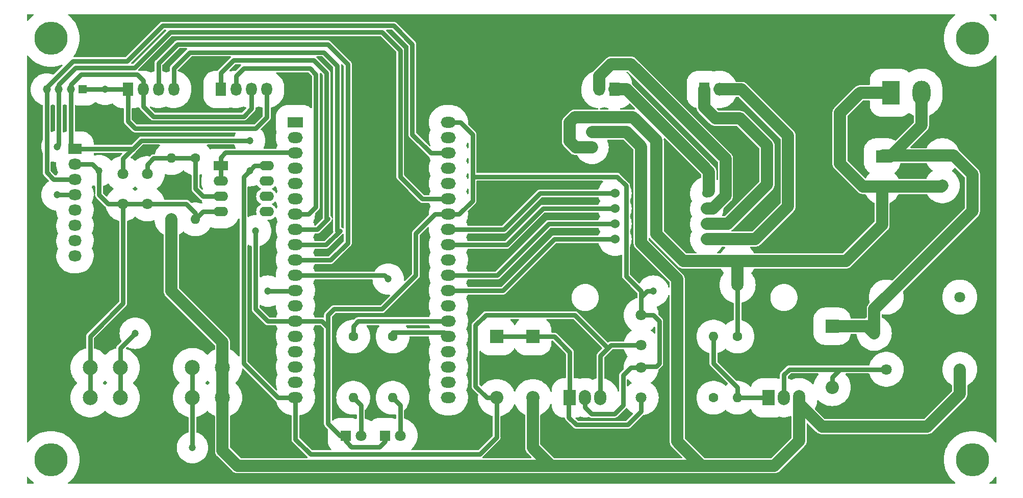
<source format=gbl>
G04 #@! TF.GenerationSoftware,KiCad,Pcbnew,7.0.7*
G04 #@! TF.CreationDate,2024-07-08T10:48:07+02:00*
G04 #@! TF.ProjectId,Defi,44656669-2e6b-4696-9361-645f70636258,rev?*
G04 #@! TF.SameCoordinates,Original*
G04 #@! TF.FileFunction,Copper,L2,Bot*
G04 #@! TF.FilePolarity,Positive*
%FSLAX46Y46*%
G04 Gerber Fmt 4.6, Leading zero omitted, Abs format (unit mm)*
G04 Created by KiCad (PCBNEW 7.0.7) date 2024-07-08 10:48:07*
%MOMM*%
%LPD*%
G01*
G04 APERTURE LIST*
G04 #@! TA.AperFunction,ComponentPad*
%ADD10C,2.500000*%
G04 #@! TD*
G04 #@! TA.AperFunction,ComponentPad*
%ADD11R,2.200000X2.200000*%
G04 #@! TD*
G04 #@! TA.AperFunction,ComponentPad*
%ADD12O,2.200000X2.200000*%
G04 #@! TD*
G04 #@! TA.AperFunction,ComponentPad*
%ADD13R,1.800000X2.200000*%
G04 #@! TD*
G04 #@! TA.AperFunction,ComponentPad*
%ADD14O,1.800000X2.200000*%
G04 #@! TD*
G04 #@! TA.AperFunction,ComponentPad*
%ADD15R,2.200000X1.800000*%
G04 #@! TD*
G04 #@! TA.AperFunction,ComponentPad*
%ADD16O,2.200000X1.800000*%
G04 #@! TD*
G04 #@! TA.AperFunction,ComponentPad*
%ADD17R,1.800000X1.800000*%
G04 #@! TD*
G04 #@! TA.AperFunction,ComponentPad*
%ADD18C,1.800000*%
G04 #@! TD*
G04 #@! TA.AperFunction,ComponentPad*
%ADD19C,1.600000*%
G04 #@! TD*
G04 #@! TA.AperFunction,ComponentPad*
%ADD20O,1.600000X1.600000*%
G04 #@! TD*
G04 #@! TA.AperFunction,ComponentPad*
%ADD21R,2.000000X2.000000*%
G04 #@! TD*
G04 #@! TA.AperFunction,ComponentPad*
%ADD22C,2.000000*%
G04 #@! TD*
G04 #@! TA.AperFunction,ComponentPad*
%ADD23R,2.500000X1.800000*%
G04 #@! TD*
G04 #@! TA.AperFunction,ComponentPad*
%ADD24O,2.500000X1.800000*%
G04 #@! TD*
G04 #@! TA.AperFunction,ComponentPad*
%ADD25R,2.000000X2.500000*%
G04 #@! TD*
G04 #@! TA.AperFunction,ComponentPad*
%ADD26O,2.000000X2.500000*%
G04 #@! TD*
G04 #@! TA.AperFunction,ComponentPad*
%ADD27R,1.350000X1.350000*%
G04 #@! TD*
G04 #@! TA.AperFunction,ComponentPad*
%ADD28O,1.350000X1.350000*%
G04 #@! TD*
G04 #@! TA.AperFunction,ComponentPad*
%ADD29C,1.524000*%
G04 #@! TD*
G04 #@! TA.AperFunction,ComponentPad*
%ADD30C,5.500000*%
G04 #@! TD*
G04 #@! TA.AperFunction,ComponentPad*
%ADD31R,3.000000X4.000000*%
G04 #@! TD*
G04 #@! TA.AperFunction,ComponentPad*
%ADD32O,3.000000X4.000000*%
G04 #@! TD*
G04 #@! TA.AperFunction,ComponentPad*
%ADD33R,2.400000X1.600000*%
G04 #@! TD*
G04 #@! TA.AperFunction,ComponentPad*
%ADD34O,2.400000X1.600000*%
G04 #@! TD*
G04 #@! TA.AperFunction,SMDPad,CuDef*
%ADD35C,2.000000*%
G04 #@! TD*
G04 #@! TA.AperFunction,ViaPad*
%ADD36C,1.200000*%
G04 #@! TD*
G04 #@! TA.AperFunction,Conductor*
%ADD37C,0.800000*%
G04 #@! TD*
G04 #@! TA.AperFunction,Conductor*
%ADD38C,2.000000*%
G04 #@! TD*
G04 APERTURE END LIST*
G04 #@! TA.AperFunction,EtchedComponent*
G36*
X139000000Y-72000000D02*
G01*
X137000000Y-72000000D01*
X137000000Y-68000000D01*
X139000000Y-68000000D01*
X139000000Y-72000000D01*
G37*
G04 #@! TD.AperFunction*
D10*
X47500000Y-90720000D03*
X47500000Y-85720000D03*
X52500000Y-90720000D03*
X52500000Y-85720000D03*
D11*
X98000000Y-80560000D03*
D12*
X98000000Y-90720000D03*
D11*
X104000000Y-80560000D03*
D12*
X104000000Y-90720000D03*
D13*
X132460000Y-39500000D03*
D14*
X135000000Y-39500000D03*
D15*
X28000000Y-49380000D03*
D16*
X28000000Y-51920000D03*
X28000000Y-54460000D03*
X28000000Y-57000000D03*
X28000000Y-59540000D03*
X28000000Y-62080000D03*
X28000000Y-64620000D03*
X28000000Y-67160000D03*
D17*
X72920000Y-97000000D03*
D18*
X75460000Y-97000000D03*
D19*
X74195000Y-80560000D03*
D20*
X74195000Y-90720000D03*
D21*
X162000000Y-50632323D03*
D22*
X162000000Y-55632323D03*
D19*
X44000000Y-61080000D03*
D20*
X44000000Y-50920000D03*
D19*
X48000000Y-50920000D03*
D20*
X48000000Y-61080000D03*
D19*
X80735000Y-80560000D03*
D20*
X80735000Y-90720000D03*
D18*
X172000000Y-50500000D03*
X172000000Y-55500000D03*
D13*
X36770000Y-39500000D03*
D14*
X39310000Y-39500000D03*
X41850000Y-39500000D03*
X44390000Y-39500000D03*
D19*
X134000000Y-90720000D03*
D20*
X134000000Y-80560000D03*
D17*
X79460000Y-97000000D03*
D18*
X82000000Y-97000000D03*
D23*
X64600000Y-45000000D03*
D24*
X64600000Y-47540000D03*
X64600000Y-50080000D03*
X64600000Y-52620000D03*
X64600000Y-55160000D03*
X64600000Y-57700000D03*
X64600000Y-60240000D03*
X64600000Y-62780000D03*
X64600000Y-65320000D03*
X64600000Y-67860000D03*
X64600000Y-70400000D03*
X64600000Y-72940000D03*
X64600000Y-75480000D03*
X64600000Y-78020000D03*
X64600000Y-80560000D03*
X64600000Y-83100000D03*
X64600000Y-85640000D03*
X64600000Y-88180000D03*
X64600000Y-90720000D03*
X90000000Y-45000000D03*
X90000000Y-47540000D03*
X90000000Y-50080000D03*
X90000000Y-52620000D03*
X90000000Y-55160000D03*
X90000000Y-57700000D03*
X90000000Y-60240000D03*
X90000000Y-62780000D03*
X90000000Y-65320000D03*
X90000000Y-67860000D03*
X90000000Y-70400000D03*
X90000000Y-72940000D03*
X90000000Y-75480000D03*
X90000000Y-78020000D03*
X90000000Y-80560000D03*
X90000000Y-83100000D03*
X90000000Y-85640000D03*
X90000000Y-88180000D03*
X90000000Y-90720000D03*
D18*
X122000000Y-90720000D03*
X122000000Y-85720000D03*
X162700000Y-74000000D03*
X162700000Y-86000000D03*
X160700000Y-80000000D03*
X174900000Y-86000000D03*
X174900000Y-74000000D03*
D10*
X30500000Y-90720000D03*
X30500000Y-85720000D03*
X35500000Y-90720000D03*
X35500000Y-85720000D03*
D19*
X138000000Y-80560000D03*
D20*
X138000000Y-90720000D03*
D18*
X122000000Y-82000000D03*
X122000000Y-77000000D03*
D25*
X143160000Y-90720000D03*
D26*
X145700000Y-90720000D03*
X148240000Y-90720000D03*
D18*
X36000000Y-53500000D03*
X36000000Y-58500000D03*
X40000000Y-53500000D03*
X40000000Y-58500000D03*
D25*
X110160000Y-90720000D03*
D26*
X112700000Y-90720000D03*
X115240000Y-90720000D03*
D27*
X29310000Y-39500000D03*
D28*
X27310000Y-39500000D03*
X25310000Y-39500000D03*
X23310000Y-39500000D03*
D29*
X113845000Y-46595000D03*
X113845000Y-49135000D03*
X117655000Y-56755000D03*
X117655000Y-59295000D03*
X117655000Y-61835000D03*
X117655000Y-64375000D03*
X132895000Y-56755000D03*
X132895000Y-59295000D03*
X132895000Y-61835000D03*
X132895000Y-64375000D03*
D30*
X24000000Y-101000000D03*
D31*
X163460000Y-40050000D03*
D32*
X168540000Y-40050000D03*
D13*
X52230000Y-39500000D03*
D14*
X54770000Y-39500000D03*
X57310000Y-39500000D03*
X59850000Y-39500000D03*
D11*
X153700000Y-78840000D03*
D12*
X153700000Y-89000000D03*
D30*
X177000000Y-101000000D03*
X177000000Y-31000000D03*
D33*
X52175000Y-52200000D03*
D34*
X52175000Y-54740000D03*
X52175000Y-57280000D03*
X52175000Y-59820000D03*
X59795000Y-59820000D03*
X59795000Y-57280000D03*
X59795000Y-54740000D03*
X59795000Y-52200000D03*
D13*
X117540000Y-39500000D03*
D14*
X115000000Y-39500000D03*
D30*
X24000000Y-31000000D03*
D35*
X138000000Y-68000000D03*
X138000000Y-72000000D03*
D36*
X33000000Y-39500000D03*
X124000000Y-73000000D03*
X58000000Y-63000000D03*
X32000000Y-53000000D03*
X57000000Y-53000000D03*
X57000000Y-48000000D03*
X47500000Y-99000000D03*
X25000000Y-49000000D03*
X25000000Y-57000000D03*
X80000000Y-71000000D03*
X60000000Y-73000000D03*
X38000000Y-80000000D03*
D37*
X111000000Y-77000000D02*
X116500000Y-82500000D01*
X96200000Y-77000000D02*
X111000000Y-77000000D01*
X104000000Y-80560000D02*
X107560000Y-80560000D01*
X107560000Y-80560000D02*
X110160000Y-83160000D01*
X110160000Y-83160000D02*
X110160000Y-90720000D01*
X94500000Y-78700000D02*
X96200000Y-77000000D01*
X122000000Y-82000000D02*
X117000000Y-82000000D01*
X98000000Y-90720000D02*
X96420000Y-90720000D01*
X96420000Y-90720000D02*
X94500000Y-88800000D01*
X94500000Y-88800000D02*
X94500000Y-78700000D01*
X94000000Y-54000000D02*
X118000000Y-54000000D01*
X119500000Y-55500000D02*
X119500000Y-70500000D01*
X118000000Y-54000000D02*
X119500000Y-55500000D01*
X122000000Y-73000000D02*
X122000000Y-74000000D01*
X119500000Y-70500000D02*
X122000000Y-73000000D01*
X112700000Y-92300000D02*
X113800000Y-93400000D01*
X112700000Y-90720000D02*
X112700000Y-92300000D01*
X113800000Y-93400000D02*
X117600000Y-93400000D01*
X120280000Y-85720000D02*
X122000000Y-85720000D01*
X117600000Y-93400000D02*
X119000000Y-92000000D01*
X119000000Y-92000000D02*
X119000000Y-87000000D01*
X119000000Y-87000000D02*
X120280000Y-85720000D01*
X117000000Y-82000000D02*
X116500000Y-82500000D01*
X116500000Y-82500000D02*
X115240000Y-83760000D01*
X115240000Y-83760000D02*
X115240000Y-90230000D01*
X104000000Y-80560000D02*
X98000000Y-80560000D01*
X110000000Y-90880000D02*
X110000000Y-94000000D01*
X110160000Y-90720000D02*
X110000000Y-90880000D01*
X110000000Y-94000000D02*
X111200000Y-95200000D01*
X119800000Y-95200000D02*
X122000000Y-93000000D01*
X122000000Y-93000000D02*
X122000000Y-90720000D01*
X111200000Y-95200000D02*
X119800000Y-95200000D01*
X36000000Y-58500000D02*
X33500000Y-58500000D01*
X122000000Y-74000000D02*
X122000000Y-77000000D01*
X84600000Y-70400000D02*
X84600000Y-63400000D01*
X91760000Y-60240000D02*
X94000000Y-58000000D01*
X124500000Y-85500000D02*
X122000000Y-85500000D01*
X94000000Y-54000000D02*
X94000000Y-47000000D01*
X87760000Y-60240000D02*
X90000000Y-60240000D01*
X36770000Y-39500000D02*
X36770000Y-44770000D01*
X72920000Y-97920000D02*
X72920000Y-97000000D01*
X59850000Y-44150000D02*
X59850000Y-39500000D01*
X69020000Y-78020000D02*
X64600000Y-78020000D01*
X79000000Y-76000000D02*
X84600000Y-70400000D01*
X58000000Y-76000000D02*
X60020000Y-78020000D01*
X48000000Y-60000000D02*
X48000000Y-61080000D01*
X124000000Y-73000000D02*
X123000000Y-73000000D01*
X58000000Y-46000000D02*
X59850000Y-44150000D01*
X29310000Y-39500000D02*
X33000000Y-39500000D01*
X70000000Y-95000000D02*
X70000000Y-80000000D01*
X72920000Y-97000000D02*
X72000000Y-97000000D01*
X79460000Y-97980000D02*
X78540000Y-98900000D01*
X78540000Y-98900000D02*
X73900000Y-98900000D01*
X72000000Y-97000000D02*
X70000000Y-95000000D01*
X70000000Y-79000000D02*
X69020000Y-78020000D01*
X30500000Y-80500000D02*
X36000000Y-75000000D01*
X52175000Y-59820000D02*
X49260000Y-59820000D01*
X125000000Y-85000000D02*
X124500000Y-85500000D01*
X79460000Y-97000000D02*
X79460000Y-97980000D01*
X30920000Y-51920000D02*
X28000000Y-51920000D01*
X40000000Y-58500000D02*
X46500000Y-58500000D01*
X94000000Y-47000000D02*
X92000000Y-45000000D01*
X38000000Y-46000000D02*
X58000000Y-46000000D01*
X122000000Y-77000000D02*
X124000000Y-77000000D01*
X123000000Y-73000000D02*
X122000000Y-74000000D01*
X36000000Y-75000000D02*
X36000000Y-58500000D01*
X33000000Y-39500000D02*
X36770000Y-39500000D01*
X58000000Y-63000000D02*
X58000000Y-76000000D01*
X40000000Y-58500000D02*
X36000000Y-58500000D01*
X49260000Y-59820000D02*
X48000000Y-61080000D01*
X70000000Y-77000000D02*
X71000000Y-76000000D01*
X30500000Y-85720000D02*
X30500000Y-90720000D01*
X30920000Y-51920000D02*
X32000000Y-53000000D01*
X70000000Y-80000000D02*
X70000000Y-77000000D01*
X36770000Y-44770000D02*
X38000000Y-46000000D01*
X46500000Y-58500000D02*
X48000000Y-60000000D01*
X70000000Y-80000000D02*
X70000000Y-79000000D01*
X84600000Y-63400000D02*
X87760000Y-60240000D01*
X30500000Y-85720000D02*
X30500000Y-80500000D01*
X71000000Y-76000000D02*
X79000000Y-76000000D01*
X32000000Y-57000000D02*
X32000000Y-53000000D01*
X73900000Y-98900000D02*
X72920000Y-97920000D01*
X60020000Y-78020000D02*
X64600000Y-78020000D01*
X94000000Y-58000000D02*
X94000000Y-54000000D01*
X125000000Y-78000000D02*
X125000000Y-85000000D01*
X33500000Y-58500000D02*
X32000000Y-57000000D01*
X124000000Y-77000000D02*
X125000000Y-78000000D01*
X138000000Y-71000000D02*
X138000000Y-80560000D01*
X90000000Y-60240000D02*
X91760000Y-60240000D01*
X92000000Y-45000000D02*
X90000000Y-45000000D01*
X56000000Y-44000000D02*
X41000000Y-44000000D01*
X57310000Y-39500000D02*
X57310000Y-42690000D01*
X57000000Y-48000000D02*
X39000000Y-48000000D01*
X57000000Y-53000000D02*
X56000000Y-54000000D01*
X39310000Y-42310000D02*
X39310000Y-39500000D01*
X39310000Y-38010000D02*
X39310000Y-39500000D01*
X27310000Y-39500000D02*
X27310000Y-38690000D01*
X98000000Y-97300000D02*
X98000000Y-90720000D01*
X38299500Y-48700500D02*
X36000000Y-51000000D01*
X38300000Y-37000000D02*
X39310000Y-38010000D01*
X59795000Y-52200000D02*
X57800000Y-52200000D01*
X61720000Y-90720000D02*
X64600000Y-90720000D01*
X27310000Y-38690000D02*
X29000000Y-37000000D01*
X57310000Y-42690000D02*
X56000000Y-44000000D01*
X57800000Y-52200000D02*
X57000000Y-53000000D01*
X64600000Y-97600000D02*
X67096000Y-100096000D01*
X64600000Y-90720000D02*
X64600000Y-97600000D01*
X38299500Y-48700500D02*
X37620000Y-49380000D01*
X29000000Y-37000000D02*
X38300000Y-37000000D01*
X36000000Y-53500000D02*
X36000000Y-51000000D01*
X27310000Y-48690000D02*
X28000000Y-49380000D01*
X95204000Y-100096000D02*
X98000000Y-97300000D01*
X37620000Y-49380000D02*
X28000000Y-49380000D01*
X27310000Y-39500000D02*
X27310000Y-48690000D01*
X39000000Y-48000000D02*
X38299500Y-48700500D01*
X56000000Y-54000000D02*
X56000000Y-85000000D01*
X41000000Y-44000000D02*
X39310000Y-42310000D01*
X67096000Y-100096000D02*
X95204000Y-100096000D01*
X56000000Y-85000000D02*
X61720000Y-90720000D01*
D38*
X172000000Y-50500000D02*
X173900000Y-50500000D01*
X177000000Y-59700000D02*
X162700000Y-74000000D01*
X160700000Y-80000000D02*
X160700000Y-76000000D01*
X159540000Y-78840000D02*
X160700000Y-80000000D01*
X160700000Y-76000000D02*
X162700000Y-74000000D01*
X153700000Y-78840000D02*
X159540000Y-78840000D01*
X177000000Y-53600000D02*
X177000000Y-59700000D01*
X168540000Y-40050000D02*
X168540000Y-45460000D01*
X173900000Y-50500000D02*
X177000000Y-53600000D01*
X163367677Y-50632323D02*
X162000000Y-50632323D01*
X172000000Y-50500000D02*
X162132323Y-50500000D01*
X168540000Y-45460000D02*
X163367677Y-50632323D01*
X162132323Y-50500000D02*
X162000000Y-50632323D01*
X110091000Y-48091000D02*
X111135000Y-49135000D01*
X124500000Y-63500000D02*
X124500000Y-47958809D01*
X111135000Y-49135000D02*
X113845000Y-49135000D01*
X111000000Y-44091000D02*
X110091000Y-45000000D01*
X155000000Y-43400000D02*
X158350000Y-40050000D01*
X162000000Y-62000000D02*
X156000000Y-68000000D01*
X155000000Y-51800000D02*
X155000000Y-43400000D01*
X124500000Y-47958809D02*
X120632191Y-44091000D01*
X158350000Y-40050000D02*
X163460000Y-40050000D01*
X162000000Y-55632323D02*
X171867677Y-55632323D01*
X120632191Y-44091000D02*
X111000000Y-44091000D01*
X162000000Y-55632323D02*
X162000000Y-62000000D01*
X158832323Y-55632323D02*
X155000000Y-51800000D01*
X156000000Y-68000000D02*
X129000000Y-68000000D01*
X162000000Y-55632323D02*
X158832323Y-55632323D01*
X129000000Y-68000000D02*
X124500000Y-63500000D01*
X171867677Y-55632323D02*
X172000000Y-55500000D01*
X110091000Y-45000000D02*
X110091000Y-48091000D01*
D37*
X40000000Y-52000000D02*
X41080000Y-50920000D01*
X48000000Y-50920000D02*
X48000000Y-56000000D01*
X49280000Y-57280000D02*
X52175000Y-57280000D01*
X40000000Y-53500000D02*
X40000000Y-52000000D01*
X44000000Y-50920000D02*
X48000000Y-50920000D01*
X48000000Y-56000000D02*
X49280000Y-57280000D01*
X41080000Y-50920000D02*
X44000000Y-50920000D01*
D38*
X119595000Y-46595000D02*
X121996000Y-48996000D01*
X55000000Y-102000000D02*
X52500000Y-99500000D01*
X128000000Y-71000000D02*
X128000000Y-98000000D01*
X148240000Y-97860000D02*
X148240000Y-90720000D01*
X152000000Y-95500000D02*
X169500000Y-95500000D01*
X107000000Y-102000000D02*
X132000000Y-102000000D01*
X113845000Y-46595000D02*
X119595000Y-46595000D01*
X104000000Y-90720000D02*
X104000000Y-99000000D01*
X132000000Y-102000000D02*
X144100000Y-102000000D01*
X148240000Y-91740000D02*
X152000000Y-95500000D01*
X128000000Y-98000000D02*
X132000000Y-102000000D01*
X144100000Y-102000000D02*
X148240000Y-97860000D01*
X107000000Y-102000000D02*
X55000000Y-102000000D01*
X121996000Y-48996000D02*
X121996000Y-64996000D01*
X104000000Y-99000000D02*
X107000000Y-102000000D01*
X121996000Y-64996000D02*
X128000000Y-71000000D01*
X52500000Y-81500000D02*
X44000000Y-73000000D01*
X52500000Y-99500000D02*
X52500000Y-85720000D01*
X52500000Y-85720000D02*
X52500000Y-81500000D01*
X174900000Y-90100000D02*
X174900000Y-86000000D01*
X44000000Y-73000000D02*
X44000000Y-61080000D01*
X169500000Y-95500000D02*
X174900000Y-90100000D01*
X148240000Y-91240000D02*
X148240000Y-91740000D01*
D37*
X74195000Y-90720000D02*
X75460000Y-91985000D01*
X75460000Y-91985000D02*
X75460000Y-97000000D01*
X82000000Y-91985000D02*
X82000000Y-97000000D01*
X80735000Y-90720000D02*
X82000000Y-91985000D01*
X153700000Y-87300000D02*
X155000000Y-86000000D01*
X47500000Y-85720000D02*
X47500000Y-99000000D01*
X145700000Y-86900000D02*
X145700000Y-90720000D01*
X155000000Y-86000000D02*
X146600000Y-86000000D01*
X146600000Y-86000000D02*
X145700000Y-86900000D01*
X153700000Y-89000000D02*
X153700000Y-87300000D01*
X162700000Y-86000000D02*
X155000000Y-86000000D01*
D38*
X133242896Y-53160515D02*
X133242896Y-56407104D01*
X119582381Y-39500000D02*
X133242896Y-53160515D01*
X117540000Y-39500000D02*
X119582381Y-39500000D01*
X133896191Y-59295000D02*
X136000000Y-57191191D01*
X117000000Y-35300000D02*
X115000000Y-37300000D01*
X115000000Y-37300000D02*
X115000000Y-39500000D01*
X136000000Y-51000000D02*
X120300000Y-35300000D01*
X132895000Y-59295000D02*
X133896191Y-59295000D01*
X136000000Y-57191191D02*
X136000000Y-51000000D01*
X120300000Y-35300000D02*
X117000000Y-35300000D01*
X132460000Y-42460000D02*
X134300000Y-44300000D01*
X142900000Y-48800000D02*
X142900000Y-55300000D01*
X134300000Y-44300000D02*
X138400000Y-44300000D01*
X136365000Y-61835000D02*
X132895000Y-61835000D01*
X142900000Y-55300000D02*
X136365000Y-61835000D01*
X138400000Y-44300000D02*
X142900000Y-48800000D01*
X132460000Y-39500000D02*
X132460000Y-42460000D01*
X146400000Y-47200000D02*
X146400000Y-58900000D01*
X140925000Y-64375000D02*
X132895000Y-64375000D01*
X146400000Y-58900000D02*
X140925000Y-64375000D01*
X135000000Y-39500000D02*
X138700000Y-39500000D01*
X138700000Y-39500000D02*
X146400000Y-47200000D01*
D37*
X41850000Y-39500000D02*
X41850000Y-35150000D01*
X70000000Y-32000000D02*
X73300000Y-35300000D01*
X45000000Y-32000000D02*
X70000000Y-32000000D01*
X70440000Y-67860000D02*
X64600000Y-67860000D01*
X41850000Y-35150000D02*
X45000000Y-32000000D01*
X73300000Y-65000000D02*
X70440000Y-67860000D01*
X73300000Y-35300000D02*
X73300000Y-65000000D01*
X71533332Y-36000000D02*
X71533332Y-63000000D01*
X44390000Y-36000000D02*
X47056667Y-33333333D01*
X47056667Y-33333333D02*
X48700000Y-33333333D01*
X69333333Y-33333333D02*
X71533332Y-35533332D01*
X44390000Y-39500000D02*
X44390000Y-36000000D01*
X72000000Y-63000000D02*
X69680000Y-65320000D01*
X47290000Y-33333333D02*
X69100000Y-33333333D01*
X68400000Y-33333333D02*
X69333333Y-33333333D01*
X71533332Y-35533332D02*
X71533332Y-36300000D01*
X69680000Y-65320000D02*
X64600000Y-65320000D01*
X54333334Y-34666666D02*
X52230000Y-36770000D01*
X64600000Y-62780000D02*
X68220000Y-62780000D01*
X52230000Y-36770000D02*
X52230000Y-39500000D01*
X67666666Y-34666666D02*
X67600000Y-34666666D01*
X67600000Y-34666666D02*
X54400000Y-34666666D01*
X69766666Y-36766666D02*
X67666666Y-34666666D01*
X69766666Y-61000000D02*
X69766666Y-36766666D01*
X68220000Y-62780000D02*
X70000000Y-61000000D01*
X54400000Y-34666666D02*
X54333334Y-34666666D01*
X68000000Y-59000000D02*
X66760000Y-60240000D01*
X67000000Y-36000000D02*
X68000000Y-37000000D01*
X66760000Y-60240000D02*
X64600000Y-60240000D01*
X56000000Y-36000000D02*
X67000000Y-36000000D01*
X54770000Y-39500000D02*
X54770000Y-37230000D01*
X68000000Y-37000000D02*
X68000000Y-59000000D01*
X54770000Y-37230000D02*
X56000000Y-36000000D01*
X25310000Y-39500000D02*
X25310000Y-38690000D01*
X85700000Y-57700000D02*
X90000000Y-57700000D01*
X79000000Y-30000000D02*
X82000000Y-33000000D01*
X82000000Y-54000000D02*
X85700000Y-57700000D01*
X43800000Y-30000000D02*
X79000000Y-30000000D01*
X25310000Y-39500000D02*
X25310000Y-48690000D01*
X25000000Y-57000000D02*
X28000000Y-57000000D01*
X25310000Y-48690000D02*
X25000000Y-49000000D01*
X82000000Y-33000000D02*
X82000000Y-54000000D01*
X28100000Y-35900000D02*
X37900000Y-35900000D01*
X37900000Y-35900000D02*
X43800000Y-30000000D01*
X25310000Y-38690000D02*
X28100000Y-35900000D01*
X42544365Y-28900000D02*
X36644365Y-34800000D01*
X24460000Y-54460000D02*
X28000000Y-54460000D01*
X84000000Y-32000000D02*
X80900000Y-28900000D01*
X23310000Y-39500000D02*
X23310000Y-53310000D01*
X87080000Y-50080000D02*
X84000000Y-47000000D01*
X80900000Y-28900000D02*
X42544365Y-28900000D01*
X27644365Y-34800000D02*
X23310000Y-39134366D01*
X36644365Y-34800000D02*
X27644365Y-34800000D01*
X23310000Y-53310000D02*
X24460000Y-54460000D01*
X84000000Y-47000000D02*
X84000000Y-32000000D01*
X23310000Y-39134366D02*
X23310000Y-39500000D01*
X90000000Y-50080000D02*
X87080000Y-50080000D01*
X134000000Y-85000000D02*
X134000000Y-80560000D01*
X138000000Y-89000000D02*
X134000000Y-85000000D01*
X138000000Y-90720000D02*
X138000000Y-89000000D01*
X143160000Y-90720000D02*
X138000000Y-90720000D01*
X74195000Y-78805000D02*
X75000000Y-78000000D01*
X74195000Y-79920000D02*
X74195000Y-78805000D01*
X75000000Y-78000000D02*
X89980000Y-78000000D01*
X89980000Y-78000000D02*
X90000000Y-78020000D01*
X80735000Y-79840000D02*
X89280000Y-79840000D01*
X89280000Y-79840000D02*
X90000000Y-80560000D01*
X80000000Y-71000000D02*
X79400000Y-70400000D01*
X79400000Y-70400000D02*
X64600000Y-70400000D01*
X35500000Y-85720000D02*
X35500000Y-90720000D01*
X35500000Y-85720000D02*
X35500000Y-82500000D01*
X60000000Y-73000000D02*
X64540000Y-73000000D01*
X35500000Y-82500000D02*
X38000000Y-80000000D01*
X64540000Y-73000000D02*
X64600000Y-72940000D01*
X99060000Y-72940000D02*
X107625000Y-64375000D01*
X107625000Y-64375000D02*
X117655000Y-64375000D01*
X90000000Y-72940000D02*
X99060000Y-72940000D01*
X98100000Y-70400000D02*
X90000000Y-70400000D01*
X117655000Y-61835000D02*
X106665000Y-61835000D01*
X106665000Y-61835000D02*
X98100000Y-70400000D01*
X105705000Y-59295000D02*
X99680000Y-65320000D01*
X117655000Y-59295000D02*
X105705000Y-59295000D01*
X99680000Y-65320000D02*
X90000000Y-65320000D01*
X99220000Y-62780000D02*
X105245000Y-56755000D01*
X90000000Y-62780000D02*
X99220000Y-62780000D01*
X105245000Y-56755000D02*
X117655000Y-56755000D01*
X52175000Y-54740000D02*
X52175000Y-52200000D01*
X52175000Y-52200000D02*
X52175000Y-50825000D01*
X52175000Y-50825000D02*
X53000000Y-50000000D01*
X64520000Y-50000000D02*
X64600000Y-50080000D01*
X53000000Y-50000000D02*
X64520000Y-50000000D01*
G04 #@! TA.AperFunction,NonConductor*
G36*
X21103971Y-27020185D02*
G01*
X21149726Y-27072989D01*
X21159670Y-27142147D01*
X21130645Y-27205703D01*
X21116149Y-27219897D01*
X20796202Y-27485578D01*
X20796182Y-27485596D01*
X20485596Y-27796182D01*
X20485578Y-27796202D01*
X20219897Y-28116149D01*
X20161925Y-28155149D01*
X20092071Y-28156616D01*
X20032513Y-28120084D01*
X20002160Y-28057152D01*
X20000500Y-28036932D01*
X20000500Y-27124500D01*
X20020185Y-27057461D01*
X20072989Y-27011706D01*
X20124500Y-27000500D01*
X21036932Y-27000500D01*
X21103971Y-27020185D01*
G37*
G04 #@! TD.AperFunction*
G04 #@! TA.AperFunction,NonConductor*
G36*
X180942539Y-27020185D02*
G01*
X180988294Y-27072989D01*
X180999500Y-27124500D01*
X180999500Y-28036932D01*
X180979815Y-28103971D01*
X180927011Y-28149726D01*
X180857853Y-28159670D01*
X180794297Y-28130645D01*
X180780103Y-28116149D01*
X180514421Y-27796202D01*
X180514412Y-27796191D01*
X180203809Y-27485588D01*
X180203797Y-27485578D01*
X179883851Y-27219897D01*
X179844851Y-27161925D01*
X179843384Y-27092071D01*
X179879916Y-27032513D01*
X179942848Y-27002160D01*
X179963068Y-27000500D01*
X180875500Y-27000500D01*
X180942539Y-27020185D01*
G37*
G04 #@! TD.AperFunction*
G04 #@! TA.AperFunction,NonConductor*
G36*
X43097230Y-29570185D02*
G01*
X43142985Y-29622989D01*
X43152929Y-29692147D01*
X43123904Y-29755703D01*
X43117872Y-29762181D01*
X37666873Y-35213181D01*
X37605550Y-35246666D01*
X37579192Y-35249500D01*
X37414172Y-35249500D01*
X37347133Y-35229815D01*
X37301378Y-35177011D01*
X37291434Y-35107853D01*
X37320459Y-35044297D01*
X37326491Y-35037819D01*
X40043504Y-32320807D01*
X42777491Y-29586819D01*
X42838815Y-29553334D01*
X42865173Y-29550500D01*
X43030191Y-29550500D01*
X43097230Y-29570185D01*
G37*
G04 #@! TD.AperFunction*
G04 #@! TA.AperFunction,NonConductor*
G36*
X55524173Y-35336851D02*
G01*
X55569928Y-35389655D01*
X55579872Y-35458813D01*
X55552674Y-35520210D01*
X55520193Y-35559470D01*
X55516262Y-35563791D01*
X54713940Y-36366112D01*
X54652617Y-36399597D01*
X54629935Y-36402376D01*
X54512007Y-36405873D01*
X54511992Y-36405874D01*
X54171508Y-36456703D01*
X54171499Y-36456705D01*
X53905783Y-36529311D01*
X53835926Y-36527993D01*
X53829766Y-36525878D01*
X53693209Y-36474946D01*
X53637275Y-36433075D01*
X53612858Y-36367611D01*
X53627709Y-36299338D01*
X53648857Y-36271087D01*
X54566460Y-35353485D01*
X54627784Y-35320000D01*
X54654142Y-35317166D01*
X55457134Y-35317166D01*
X55524173Y-35336851D01*
G37*
G04 #@! TD.AperFunction*
G04 #@! TA.AperFunction,NonConductor*
G36*
X46580839Y-32670185D02*
G01*
X46626594Y-32722989D01*
X46636538Y-32792147D01*
X46609341Y-32853544D01*
X46607830Y-32855369D01*
X46607830Y-32855370D01*
X46600221Y-32864567D01*
X46576861Y-32892803D01*
X46572929Y-32897124D01*
X43990483Y-35479569D01*
X43977910Y-35489643D01*
X43978065Y-35489830D01*
X43972059Y-35494798D01*
X43956761Y-35511089D01*
X43922809Y-35547244D01*
X43911948Y-35558104D01*
X43901088Y-35568965D01*
X43901078Y-35568977D01*
X43896587Y-35574765D01*
X43892801Y-35579197D01*
X43859552Y-35614606D01*
X43849322Y-35633213D01*
X43838646Y-35649464D01*
X43825640Y-35666232D01*
X43825636Y-35666238D01*
X43806348Y-35710811D01*
X43803777Y-35716058D01*
X43780372Y-35758630D01*
X43780372Y-35758631D01*
X43775091Y-35779199D01*
X43768791Y-35797601D01*
X43760364Y-35817073D01*
X43752766Y-35865047D01*
X43751581Y-35870770D01*
X43739500Y-35917818D01*
X43739500Y-35939044D01*
X43737973Y-35958444D01*
X43734652Y-35979403D01*
X43739224Y-36027766D01*
X43739499Y-36033603D01*
X43739499Y-36376251D01*
X43719814Y-36443290D01*
X43667010Y-36489045D01*
X43648184Y-36495866D01*
X43459425Y-36547445D01*
X43162570Y-36667837D01*
X43093048Y-36674790D01*
X43062640Y-36664874D01*
X42942009Y-36607409D01*
X42941998Y-36607405D01*
X42615880Y-36497151D01*
X42598954Y-36493588D01*
X42537408Y-36460514D01*
X42503513Y-36399417D01*
X42500500Y-36372248D01*
X42500500Y-35470808D01*
X42520185Y-35403769D01*
X42536819Y-35383127D01*
X45233127Y-32686819D01*
X45294450Y-32653334D01*
X45320808Y-32650500D01*
X46513800Y-32650500D01*
X46580839Y-32670185D01*
G37*
G04 #@! TD.AperFunction*
G04 #@! TA.AperFunction,NonConductor*
G36*
X115934071Y-42472005D02*
G01*
X115940230Y-42474119D01*
X116074954Y-42524369D01*
X116213611Y-42554532D01*
X116354566Y-42585195D01*
X116354568Y-42585195D01*
X116354572Y-42585196D01*
X116461115Y-42592816D01*
X116526579Y-42617233D01*
X116568451Y-42673166D01*
X116573435Y-42742858D01*
X116539950Y-42804181D01*
X116478627Y-42837666D01*
X116452269Y-42840500D01*
X115278097Y-42840500D01*
X115211058Y-42820815D01*
X115165303Y-42768011D01*
X115155359Y-42698853D01*
X115184384Y-42635297D01*
X115243162Y-42597523D01*
X115259789Y-42593859D01*
X115317826Y-42585195D01*
X115598492Y-42543297D01*
X115864215Y-42470687D01*
X115934071Y-42472005D01*
G37*
G04 #@! TD.AperFunction*
G04 #@! TA.AperFunction,NonConductor*
G36*
X120173183Y-41859276D02*
G01*
X120173187Y-41859280D01*
X120964306Y-42650399D01*
X120997791Y-42711722D01*
X120992807Y-42781414D01*
X120950935Y-42837347D01*
X120885471Y-42861764D01*
X120857231Y-42860554D01*
X120841665Y-42858089D01*
X120744741Y-42840500D01*
X120744738Y-42840500D01*
X120740363Y-42840500D01*
X120720960Y-42838972D01*
X120716651Y-42838289D01*
X120618169Y-42840500D01*
X118627731Y-42840500D01*
X118560692Y-42820815D01*
X118514937Y-42768011D01*
X118504993Y-42698853D01*
X118534018Y-42635297D01*
X118592796Y-42597523D01*
X118618885Y-42592816D01*
X118725428Y-42585196D01*
X118729727Y-42584261D01*
X119005037Y-42524371D01*
X119005037Y-42524370D01*
X119005046Y-42524369D01*
X119273161Y-42424367D01*
X119524315Y-42287226D01*
X119753395Y-42115739D01*
X119955739Y-41913395D01*
X119986239Y-41872650D01*
X120042171Y-41830780D01*
X120111862Y-41825794D01*
X120173183Y-41859276D01*
G37*
G04 #@! TD.AperFunction*
G04 #@! TA.AperFunction,NonConductor*
G36*
X53857506Y-34003518D02*
G01*
X53903261Y-34056322D01*
X53913205Y-34125480D01*
X53886008Y-34186877D01*
X53853528Y-34226136D01*
X53849596Y-34230457D01*
X51830483Y-36249569D01*
X51817910Y-36259643D01*
X51818065Y-36259830D01*
X51812059Y-36264798D01*
X51795036Y-36282926D01*
X51762809Y-36317244D01*
X51751948Y-36328104D01*
X51741088Y-36338965D01*
X51741078Y-36338976D01*
X51736588Y-36344764D01*
X51732805Y-36349192D01*
X51722308Y-36360373D01*
X51662071Y-36395775D01*
X51631906Y-36399500D01*
X51258552Y-36399500D01*
X51044566Y-36414804D01*
X50764962Y-36475628D01*
X50496833Y-36575635D01*
X50245690Y-36712770D01*
X50245682Y-36712775D01*
X50016612Y-36884254D01*
X50016594Y-36884270D01*
X49814270Y-37086594D01*
X49814254Y-37086612D01*
X49642775Y-37315682D01*
X49642770Y-37315690D01*
X49505635Y-37566833D01*
X49405628Y-37834962D01*
X49344804Y-38114566D01*
X49329500Y-38328552D01*
X49329500Y-40671448D01*
X49344804Y-40885433D01*
X49405628Y-41165037D01*
X49405630Y-41165043D01*
X49405631Y-41165046D01*
X49447547Y-41277427D01*
X49505635Y-41433166D01*
X49642770Y-41684309D01*
X49642775Y-41684317D01*
X49814254Y-41913387D01*
X49814270Y-41913405D01*
X50016594Y-42115729D01*
X50016612Y-42115745D01*
X50245682Y-42287224D01*
X50245690Y-42287229D01*
X50496833Y-42424364D01*
X50496832Y-42424364D01*
X50496836Y-42424365D01*
X50496839Y-42424367D01*
X50764954Y-42524369D01*
X50764960Y-42524370D01*
X50764962Y-42524371D01*
X51044566Y-42585195D01*
X51044568Y-42585195D01*
X51044572Y-42585196D01*
X51258552Y-42600500D01*
X53201448Y-42600500D01*
X53415428Y-42585196D01*
X53419759Y-42584254D01*
X53475786Y-42572066D01*
X53695046Y-42524369D01*
X53830968Y-42473672D01*
X53900660Y-42468688D01*
X53914016Y-42472386D01*
X54004119Y-42502848D01*
X54051238Y-42512766D01*
X54340998Y-42573758D01*
X54683897Y-42604327D01*
X55028006Y-42594125D01*
X55368492Y-42543297D01*
X55700577Y-42452554D01*
X55997429Y-42332162D01*
X56066952Y-42325209D01*
X56097354Y-42335122D01*
X56217994Y-42392592D01*
X56217997Y-42392593D01*
X56218006Y-42392596D01*
X56379680Y-42447255D01*
X56436884Y-42487373D01*
X56463318Y-42552050D01*
X56450588Y-42620750D01*
X56427648Y-42652404D01*
X55766873Y-43313181D01*
X55705550Y-43346666D01*
X55679192Y-43349500D01*
X41320808Y-43349500D01*
X41253769Y-43329815D01*
X41233127Y-43313181D01*
X40466717Y-42546771D01*
X40433232Y-42485448D01*
X40438216Y-42415756D01*
X40480088Y-42359823D01*
X40507792Y-42344182D01*
X40537432Y-42332161D01*
X40606953Y-42325209D01*
X40637354Y-42335122D01*
X40757994Y-42392592D01*
X40851981Y-42424367D01*
X41084118Y-42502848D01*
X41186366Y-42524370D01*
X41420998Y-42573758D01*
X41763897Y-42604327D01*
X42108006Y-42594125D01*
X42448492Y-42543297D01*
X42780577Y-42452554D01*
X43077429Y-42332162D01*
X43146952Y-42325209D01*
X43177354Y-42335122D01*
X43297994Y-42392592D01*
X43391981Y-42424367D01*
X43624118Y-42502848D01*
X43726366Y-42524370D01*
X43960998Y-42573758D01*
X44303897Y-42604327D01*
X44648006Y-42594125D01*
X44988492Y-42543297D01*
X45320577Y-42452554D01*
X45639599Y-42323172D01*
X45941079Y-42156966D01*
X46220785Y-41956270D01*
X46474791Y-41723901D01*
X46699531Y-41463120D01*
X46891851Y-41177590D01*
X47049050Y-40871317D01*
X47168922Y-40548601D01*
X47249783Y-40213973D01*
X47290500Y-39872130D01*
X47290500Y-39214010D01*
X47275209Y-38956345D01*
X47214313Y-38617514D01*
X47113769Y-38288264D01*
X46974990Y-37973217D01*
X46799924Y-37676794D01*
X46591027Y-37403158D01*
X46591024Y-37403155D01*
X46591017Y-37403147D01*
X46351233Y-37156149D01*
X46266597Y-37087474D01*
X46083907Y-36939236D01*
X46083901Y-36939232D01*
X46083896Y-36939228D01*
X45819389Y-36772246D01*
X45792802Y-36755462D01*
X45583610Y-36655809D01*
X45482009Y-36607409D01*
X45481998Y-36607405D01*
X45155880Y-36497151D01*
X45138954Y-36493588D01*
X45077408Y-36460514D01*
X45043513Y-36399417D01*
X45040500Y-36372248D01*
X45040500Y-36320807D01*
X45060185Y-36253768D01*
X45076814Y-36233131D01*
X47289793Y-34020152D01*
X47351117Y-33986667D01*
X47377475Y-33983833D01*
X53790467Y-33983833D01*
X53857506Y-34003518D01*
G37*
G04 #@! TD.AperFunction*
G04 #@! TA.AperFunction,NonConductor*
G36*
X58637354Y-42335122D02*
G01*
X58757994Y-42392592D01*
X58914958Y-42445658D01*
X59084107Y-42502844D01*
X59084113Y-42502845D01*
X59084120Y-42502848D01*
X59101037Y-42506408D01*
X59162585Y-42539477D01*
X59196485Y-42600571D01*
X59199500Y-42627750D01*
X59199500Y-43829192D01*
X59179815Y-43896231D01*
X59163181Y-43916873D01*
X57766873Y-45313181D01*
X57705550Y-45346666D01*
X57679192Y-45349500D01*
X38320808Y-45349500D01*
X38253769Y-45329815D01*
X38233127Y-45313181D01*
X37456819Y-44536873D01*
X37423334Y-44475550D01*
X37420500Y-44449192D01*
X37420500Y-42724500D01*
X37440185Y-42657461D01*
X37492989Y-42611706D01*
X37544500Y-42600500D01*
X37741448Y-42600500D01*
X37955428Y-42585196D01*
X37959759Y-42584254D01*
X38015786Y-42572066D01*
X38235046Y-42524369D01*
X38370968Y-42473672D01*
X38440660Y-42468688D01*
X38454016Y-42472386D01*
X38544107Y-42502844D01*
X38544112Y-42502845D01*
X38544120Y-42502848D01*
X38632554Y-42521462D01*
X38694102Y-42554532D01*
X38713748Y-42579685D01*
X38719062Y-42588671D01*
X38727620Y-42606141D01*
X38735431Y-42625869D01*
X38735431Y-42625870D01*
X38763983Y-42665170D01*
X38767188Y-42670049D01*
X38774025Y-42681608D01*
X38784223Y-42698853D01*
X38791919Y-42711865D01*
X38791923Y-42711869D01*
X38806925Y-42726871D01*
X38819563Y-42741669D01*
X38832033Y-42758833D01*
X38832036Y-42758836D01*
X38832037Y-42758837D01*
X38869476Y-42789809D01*
X38873776Y-42793722D01*
X39677248Y-43597194D01*
X40479564Y-44399510D01*
X40489635Y-44412080D01*
X40489822Y-44411926D01*
X40494796Y-44417937D01*
X40494798Y-44417940D01*
X40514254Y-44436210D01*
X40547243Y-44467190D01*
X40568967Y-44488913D01*
X40574757Y-44493405D01*
X40579197Y-44497197D01*
X40608498Y-44524711D01*
X40614607Y-44530448D01*
X40614610Y-44530450D01*
X40614612Y-44530451D01*
X40633207Y-44540674D01*
X40649468Y-44551356D01*
X40666232Y-44564359D01*
X40666236Y-44564362D01*
X40707866Y-44582377D01*
X40710813Y-44583652D01*
X40716060Y-44586222D01*
X40758632Y-44609627D01*
X40779193Y-44614906D01*
X40797594Y-44621206D01*
X40817074Y-44629636D01*
X40863041Y-44636916D01*
X40865055Y-44637235D01*
X40870764Y-44638417D01*
X40917823Y-44650500D01*
X40939045Y-44650500D01*
X40958442Y-44652026D01*
X40979405Y-44655347D01*
X41024104Y-44651121D01*
X41027770Y-44650775D01*
X41033608Y-44650500D01*
X55914495Y-44650500D01*
X55930505Y-44652267D01*
X55930528Y-44652026D01*
X55938289Y-44652758D01*
X55938296Y-44652760D01*
X56010203Y-44650500D01*
X56040925Y-44650500D01*
X56048190Y-44649581D01*
X56054016Y-44649122D01*
X56102569Y-44647597D01*
X56122956Y-44641673D01*
X56141996Y-44637731D01*
X56163058Y-44635071D01*
X56208235Y-44617183D01*
X56213735Y-44615300D01*
X56260398Y-44601744D01*
X56278665Y-44590939D01*
X56296136Y-44582380D01*
X56315871Y-44574568D01*
X56355177Y-44546010D01*
X56360043Y-44542813D01*
X56401865Y-44518081D01*
X56416870Y-44503075D01*
X56431668Y-44490436D01*
X56448837Y-44477963D01*
X56479809Y-44440522D01*
X56483723Y-44436221D01*
X57709511Y-43210432D01*
X57722086Y-43200359D01*
X57721931Y-43200172D01*
X57727933Y-43195205D01*
X57727940Y-43195202D01*
X57777205Y-43142739D01*
X57798911Y-43121034D01*
X57803403Y-43115241D01*
X57807193Y-43110805D01*
X57813616Y-43103965D01*
X57840448Y-43075393D01*
X57850670Y-43056796D01*
X57861355Y-43040531D01*
X57874363Y-43023763D01*
X57893651Y-42979187D01*
X57896224Y-42973936D01*
X57904004Y-42959785D01*
X57919627Y-42931368D01*
X57924904Y-42910808D01*
X57931206Y-42892403D01*
X57939636Y-42872926D01*
X57947235Y-42824945D01*
X57948417Y-42819234D01*
X57960500Y-42772177D01*
X57960500Y-42750954D01*
X57962027Y-42731555D01*
X57962769Y-42726871D01*
X57965347Y-42710595D01*
X57960773Y-42662209D01*
X57960500Y-42656411D01*
X57960500Y-42623744D01*
X57980187Y-42556705D01*
X58032992Y-42510952D01*
X58051812Y-42504133D01*
X58240577Y-42452554D01*
X58537429Y-42332162D01*
X58606952Y-42325209D01*
X58637354Y-42335122D01*
G37*
G04 #@! TD.AperFunction*
G04 #@! TA.AperFunction,NonConductor*
G36*
X24355856Y-42005345D02*
G01*
X24355898Y-42005236D01*
X24355943Y-42005093D01*
X24355951Y-42005095D01*
X24356032Y-42004884D01*
X24359519Y-42006207D01*
X24359521Y-42006208D01*
X24572394Y-42072541D01*
X24630538Y-42111277D01*
X24658512Y-42175302D01*
X24659500Y-42190925D01*
X24659500Y-46315252D01*
X24639815Y-46382291D01*
X24587011Y-46428046D01*
X24557853Y-46437220D01*
X24499125Y-46447983D01*
X24376521Y-46470451D01*
X24121390Y-46549953D01*
X24051530Y-46551103D01*
X23992137Y-46514302D01*
X23962069Y-46451233D01*
X23960500Y-46431567D01*
X23960500Y-42190925D01*
X23980185Y-42123886D01*
X24032989Y-42078131D01*
X24047588Y-42072547D01*
X24260479Y-42006208D01*
X24260485Y-42006204D01*
X24263981Y-42004880D01*
X24264441Y-42006094D01*
X24328290Y-41997256D01*
X24355856Y-42005345D01*
G37*
G04 #@! TD.AperFunction*
G04 #@! TA.AperFunction,NonConductor*
G36*
X26355850Y-42005345D02*
G01*
X26355929Y-42005136D01*
X26355943Y-42005093D01*
X26355945Y-42005093D01*
X26356026Y-42004882D01*
X26359510Y-42006203D01*
X26359521Y-42006208D01*
X26572394Y-42072541D01*
X26630538Y-42111277D01*
X26658512Y-42175302D01*
X26659500Y-42190925D01*
X26659500Y-46385104D01*
X26639815Y-46452143D01*
X26587011Y-46497898D01*
X26561858Y-46506270D01*
X26334952Y-46555631D01*
X26147668Y-46625484D01*
X26077977Y-46630468D01*
X26053439Y-46622375D01*
X26033604Y-46613447D01*
X25980552Y-46567981D01*
X25960502Y-46501050D01*
X25960500Y-46500374D01*
X25960500Y-42190925D01*
X25980185Y-42123886D01*
X26032989Y-42078131D01*
X26047588Y-42072547D01*
X26260479Y-42006208D01*
X26260495Y-42006200D01*
X26263974Y-42004882D01*
X26264054Y-42005093D01*
X26264057Y-42005093D01*
X26264070Y-42005136D01*
X26264432Y-42006090D01*
X26328312Y-41997260D01*
X26355850Y-42005345D01*
G37*
G04 #@! TD.AperFunction*
G04 #@! TA.AperFunction,NonConductor*
G36*
X31475261Y-41616385D02*
G01*
X31508401Y-41634956D01*
X31520048Y-41644081D01*
X31789279Y-41806837D01*
X32076165Y-41935954D01*
X32076175Y-41935957D01*
X32076183Y-41935960D01*
X32141361Y-41956270D01*
X32376522Y-42029549D01*
X32685971Y-42086258D01*
X33000000Y-42105253D01*
X33314029Y-42086258D01*
X33623478Y-42029549D01*
X33923835Y-41935954D01*
X34167812Y-41826148D01*
X34237022Y-41816586D01*
X34300417Y-41845959D01*
X34317967Y-41864914D01*
X34354252Y-41913384D01*
X34354270Y-41913405D01*
X34556594Y-42115729D01*
X34556612Y-42115745D01*
X34785682Y-42287224D01*
X34785690Y-42287229D01*
X35036833Y-42424364D01*
X35036832Y-42424364D01*
X35036836Y-42424365D01*
X35036839Y-42424367D01*
X35304954Y-42524369D01*
X35304960Y-42524370D01*
X35304962Y-42524371D01*
X35584566Y-42585195D01*
X35584568Y-42585195D01*
X35584572Y-42585196D01*
X35798552Y-42600500D01*
X35995500Y-42600500D01*
X36062539Y-42620185D01*
X36108294Y-42672989D01*
X36119500Y-42724500D01*
X36119500Y-44684494D01*
X36117732Y-44700505D01*
X36117974Y-44700528D01*
X36117240Y-44708294D01*
X36119500Y-44780203D01*
X36119500Y-44810920D01*
X36119501Y-44810940D01*
X36120418Y-44818206D01*
X36120876Y-44824024D01*
X36122402Y-44872567D01*
X36122403Y-44872570D01*
X36128323Y-44892948D01*
X36132268Y-44911996D01*
X36134928Y-44933054D01*
X36134931Y-44933064D01*
X36152813Y-44978230D01*
X36154705Y-44983758D01*
X36168254Y-45030395D01*
X36168255Y-45030397D01*
X36179060Y-45048666D01*
X36187617Y-45066134D01*
X36193226Y-45080300D01*
X36195432Y-45085872D01*
X36223983Y-45125170D01*
X36227191Y-45130053D01*
X36249435Y-45167666D01*
X36251919Y-45171865D01*
X36251923Y-45171869D01*
X36266925Y-45186871D01*
X36279563Y-45201669D01*
X36292033Y-45218833D01*
X36292036Y-45218836D01*
X36292037Y-45218837D01*
X36329476Y-45249809D01*
X36333776Y-45253722D01*
X36966307Y-45886253D01*
X37479564Y-46399510D01*
X37489635Y-46412080D01*
X37489822Y-46411926D01*
X37494796Y-46417937D01*
X37494798Y-46417940D01*
X37523345Y-46444748D01*
X37547243Y-46467190D01*
X37568966Y-46488912D01*
X37574758Y-46493405D01*
X37579198Y-46497198D01*
X37595260Y-46512280D01*
X37614607Y-46530448D01*
X37633198Y-46540668D01*
X37649463Y-46551352D01*
X37665828Y-46564046D01*
X37666237Y-46564363D01*
X37710827Y-46583658D01*
X37716056Y-46586220D01*
X37758632Y-46609627D01*
X37779193Y-46614905D01*
X37797597Y-46621207D01*
X37817074Y-46629636D01*
X37854927Y-46635630D01*
X37865054Y-46637235D01*
X37870764Y-46638417D01*
X37917823Y-46650500D01*
X37939045Y-46650500D01*
X37958442Y-46652026D01*
X37979405Y-46655347D01*
X38027772Y-46650774D01*
X38033609Y-46650500D01*
X54563835Y-46650500D01*
X54630874Y-46670185D01*
X54676629Y-46722989D01*
X54686573Y-46792147D01*
X54676912Y-46825386D01*
X54569226Y-47064655D01*
X54564043Y-47076172D01*
X54564039Y-47076183D01*
X54506015Y-47262390D01*
X54467278Y-47320538D01*
X54403252Y-47348512D01*
X54387630Y-47349500D01*
X39085506Y-47349500D01*
X39069495Y-47347732D01*
X39069473Y-47347974D01*
X39061706Y-47347239D01*
X38989783Y-47349500D01*
X38959075Y-47349500D01*
X38959071Y-47349500D01*
X38959060Y-47349501D01*
X38951804Y-47350417D01*
X38945986Y-47350875D01*
X38897433Y-47352401D01*
X38882873Y-47356630D01*
X38877040Y-47358325D01*
X38857996Y-47362269D01*
X38836942Y-47364929D01*
X38836940Y-47364929D01*
X38791781Y-47382808D01*
X38786255Y-47384700D01*
X38739601Y-47398254D01*
X38721325Y-47409063D01*
X38703860Y-47417619D01*
X38684124Y-47425433D01*
X38644824Y-47453986D01*
X38639942Y-47457193D01*
X38598136Y-47481917D01*
X38583124Y-47496929D01*
X38568336Y-47509558D01*
X38551167Y-47522032D01*
X38551165Y-47522034D01*
X38520194Y-47559470D01*
X38516262Y-47563791D01*
X37839051Y-48241000D01*
X37839047Y-48241006D01*
X37386873Y-48693181D01*
X37325550Y-48726666D01*
X37299192Y-48729500D01*
X31224500Y-48729500D01*
X31157461Y-48709815D01*
X31111706Y-48657011D01*
X31100500Y-48605500D01*
X31100500Y-48408552D01*
X31098554Y-48381343D01*
X31085196Y-48194572D01*
X31084494Y-48191346D01*
X31024371Y-47914962D01*
X31024370Y-47914960D01*
X31024369Y-47914954D01*
X30924367Y-47646839D01*
X30913044Y-47626103D01*
X30787229Y-47395690D01*
X30787224Y-47395682D01*
X30615745Y-47166612D01*
X30615729Y-47166594D01*
X30413405Y-46964270D01*
X30413387Y-46964254D01*
X30184317Y-46792775D01*
X30184309Y-46792770D01*
X29933166Y-46655635D01*
X29933167Y-46655635D01*
X29786596Y-46600967D01*
X29665046Y-46555631D01*
X29665043Y-46555630D01*
X29665037Y-46555628D01*
X29385433Y-46494804D01*
X29171448Y-46479500D01*
X28084500Y-46479500D01*
X28017461Y-46459815D01*
X27971706Y-46407011D01*
X27960500Y-46355500D01*
X27960499Y-42229433D01*
X27980184Y-42162394D01*
X28032988Y-42116639D01*
X28102146Y-42106695D01*
X28110857Y-42108267D01*
X28349566Y-42160195D01*
X28349568Y-42160195D01*
X28349572Y-42160196D01*
X28563552Y-42175500D01*
X30056448Y-42175500D01*
X30270428Y-42160196D01*
X30285277Y-42156966D01*
X30550037Y-42099371D01*
X30550037Y-42099370D01*
X30550046Y-42099369D01*
X30818161Y-41999367D01*
X31069315Y-41862226D01*
X31298395Y-41690739D01*
X31344246Y-41644887D01*
X31405570Y-41611401D01*
X31475261Y-41616385D01*
G37*
G04 #@! TD.AperFunction*
G04 #@! TA.AperFunction,NonConductor*
G36*
X93281527Y-48367535D02*
G01*
X93332439Y-48415386D01*
X93349500Y-48478156D01*
X93349500Y-49128928D01*
X93329815Y-49195967D01*
X93277011Y-49241722D01*
X93207853Y-49251666D01*
X93144297Y-49222641D01*
X93106523Y-49163863D01*
X93105885Y-49161614D01*
X93102554Y-49149423D01*
X92982161Y-48852567D01*
X92975209Y-48783047D01*
X92985126Y-48752638D01*
X93042589Y-48632013D01*
X93042591Y-48632008D01*
X93056832Y-48589887D01*
X93097169Y-48470574D01*
X93108032Y-48438442D01*
X93148150Y-48381239D01*
X93212827Y-48354805D01*
X93281527Y-48367535D01*
G37*
G04 #@! TD.AperFunction*
G04 #@! TA.AperFunction,NonConductor*
G36*
X66746231Y-36670185D02*
G01*
X66766873Y-36686819D01*
X67313181Y-37233127D01*
X67346666Y-37294450D01*
X67349500Y-37320808D01*
X67349500Y-42475856D01*
X67329815Y-42542895D01*
X67277011Y-42588650D01*
X67207853Y-42598594D01*
X67151190Y-42575123D01*
X66934317Y-42412775D01*
X66934309Y-42412770D01*
X66683166Y-42275635D01*
X66683167Y-42275635D01*
X66536894Y-42221078D01*
X66415046Y-42175631D01*
X66415043Y-42175630D01*
X66415037Y-42175628D01*
X66135433Y-42114804D01*
X65921448Y-42099500D01*
X63278552Y-42099500D01*
X63064566Y-42114804D01*
X62784962Y-42175628D01*
X62516833Y-42275635D01*
X62265690Y-42412770D01*
X62265682Y-42412775D01*
X62036612Y-42584254D01*
X62036594Y-42584270D01*
X61834270Y-42786594D01*
X61834254Y-42786612D01*
X61662775Y-43015682D01*
X61662770Y-43015690D01*
X61525635Y-43266833D01*
X61425628Y-43534962D01*
X61364804Y-43814566D01*
X61349500Y-44028552D01*
X61349500Y-45971448D01*
X61364804Y-46185433D01*
X61425630Y-46465044D01*
X61439060Y-46501050D01*
X61475270Y-46598135D01*
X61476327Y-46600967D01*
X61481311Y-46670659D01*
X61477614Y-46684013D01*
X61447151Y-46774122D01*
X61376241Y-47110999D01*
X61376241Y-47111004D01*
X61345673Y-47453884D01*
X61345673Y-47453893D01*
X61345673Y-47453897D01*
X61352554Y-47685976D01*
X61355875Y-47798008D01*
X61383616Y-47983836D01*
X61406209Y-48135186D01*
X61406703Y-48138491D01*
X61406704Y-48138496D01*
X61480497Y-48408552D01*
X61497446Y-48470577D01*
X61614817Y-48759984D01*
X61617837Y-48767429D01*
X61624790Y-48836951D01*
X61614874Y-48867358D01*
X61557412Y-48987983D01*
X61557403Y-48988006D01*
X61463686Y-49265213D01*
X61423568Y-49322417D01*
X61358892Y-49348851D01*
X61346218Y-49349500D01*
X59436165Y-49349500D01*
X59369126Y-49329815D01*
X59323371Y-49277011D01*
X59313427Y-49207853D01*
X59323087Y-49174613D01*
X59435954Y-48923835D01*
X59442308Y-48903446D01*
X59465765Y-48828169D01*
X59529549Y-48623478D01*
X59586258Y-48314029D01*
X59605253Y-48000000D01*
X59586258Y-47685971D01*
X59529549Y-47376522D01*
X59477107Y-47208230D01*
X59435960Y-47076183D01*
X59435956Y-47076172D01*
X59435954Y-47076165D01*
X59306837Y-46789279D01*
X59144081Y-46520048D01*
X59144078Y-46520044D01*
X59144075Y-46520039D01*
X58950057Y-46272394D01*
X58886485Y-46208822D01*
X58853000Y-46147499D01*
X58857984Y-46077807D01*
X58886483Y-46033462D01*
X60249513Y-44670431D01*
X60262079Y-44660365D01*
X60261925Y-44660178D01*
X60267937Y-44655204D01*
X60267937Y-44655203D01*
X60267940Y-44655202D01*
X60317190Y-44602755D01*
X60338911Y-44581035D01*
X60343401Y-44575245D01*
X60347183Y-44570815D01*
X60380448Y-44535393D01*
X60390674Y-44516790D01*
X60401353Y-44500533D01*
X60414362Y-44483764D01*
X60433663Y-44439159D01*
X60436207Y-44433965D01*
X60459627Y-44391368D01*
X60464907Y-44370802D01*
X60471209Y-44352395D01*
X60479635Y-44332926D01*
X60487233Y-44284948D01*
X60488411Y-44279253D01*
X60500500Y-44232177D01*
X60500500Y-44210954D01*
X60502027Y-44191555D01*
X60502619Y-44187818D01*
X60505347Y-44170595D01*
X60500775Y-44122230D01*
X60500500Y-44116392D01*
X60500500Y-42623748D01*
X60520185Y-42556709D01*
X60572989Y-42510954D01*
X60591812Y-42504133D01*
X60780577Y-42452554D01*
X61099599Y-42323172D01*
X61401079Y-42156966D01*
X61680785Y-41956270D01*
X61934791Y-41723901D01*
X62159531Y-41463120D01*
X62351851Y-41177590D01*
X62509050Y-40871317D01*
X62628922Y-40548601D01*
X62709783Y-40213973D01*
X62750500Y-39872130D01*
X62750500Y-39214010D01*
X62735209Y-38956345D01*
X62674313Y-38617514D01*
X62573769Y-38288264D01*
X62434990Y-37973217D01*
X62259924Y-37676794D01*
X62051027Y-37403158D01*
X62051024Y-37403155D01*
X62051017Y-37403147D01*
X61811233Y-37156149D01*
X61726597Y-37087474D01*
X61543907Y-36939236D01*
X61543901Y-36939232D01*
X61543896Y-36939228D01*
X61449052Y-36879354D01*
X61402872Y-36826922D01*
X61392369Y-36757846D01*
X61420879Y-36694058D01*
X61479350Y-36655809D01*
X61515246Y-36650500D01*
X66679192Y-36650500D01*
X66746231Y-36670185D01*
G37*
G04 #@! TD.AperFunction*
G04 #@! TA.AperFunction,NonConductor*
G36*
X54454669Y-48670185D02*
G01*
X54500424Y-48722989D01*
X54506015Y-48737610D01*
X54564039Y-48923816D01*
X54564043Y-48923827D01*
X54564044Y-48923830D01*
X54564046Y-48923835D01*
X54676911Y-49174611D01*
X54686474Y-49243821D01*
X54657101Y-49307216D01*
X54598116Y-49344667D01*
X54563835Y-49349500D01*
X53085504Y-49349500D01*
X53069493Y-49347732D01*
X53069471Y-49347974D01*
X53061704Y-49347240D01*
X53061703Y-49347240D01*
X52989796Y-49349500D01*
X52959075Y-49349500D01*
X52959071Y-49349500D01*
X52959061Y-49349501D01*
X52951793Y-49350419D01*
X52945976Y-49350876D01*
X52897435Y-49352402D01*
X52897424Y-49352404D01*
X52877048Y-49358323D01*
X52858008Y-49362266D01*
X52836947Y-49364927D01*
X52836942Y-49364928D01*
X52791774Y-49382811D01*
X52786248Y-49384702D01*
X52752270Y-49394575D01*
X52717671Y-49399500D01*
X50903552Y-49399500D01*
X50689566Y-49414804D01*
X50489434Y-49458340D01*
X50419742Y-49453356D01*
X50363809Y-49411484D01*
X50355696Y-49399186D01*
X50343749Y-49378492D01*
X50295758Y-49314029D01*
X50148954Y-49116837D01*
X50148947Y-49116829D01*
X50148943Y-49116823D01*
X49925077Y-48879538D01*
X49913102Y-48869490D01*
X49874400Y-48811320D01*
X49873290Y-48741459D01*
X49910126Y-48682088D01*
X49973213Y-48652058D01*
X49992807Y-48650500D01*
X54387630Y-48650500D01*
X54454669Y-48670185D01*
G37*
G04 #@! TD.AperFunction*
G04 #@! TA.AperFunction,NonConductor*
G36*
X35817231Y-50050185D02*
G01*
X35862986Y-50102989D01*
X35872930Y-50172147D01*
X35843905Y-50235703D01*
X35837892Y-50242160D01*
X35658914Y-50421139D01*
X35600484Y-50479569D01*
X35587911Y-50489644D01*
X35588065Y-50489830D01*
X35582059Y-50494798D01*
X35569465Y-50508210D01*
X35532809Y-50547244D01*
X35521948Y-50558104D01*
X35511088Y-50568965D01*
X35511078Y-50568977D01*
X35506587Y-50574765D01*
X35502801Y-50579197D01*
X35464215Y-50620291D01*
X35463141Y-50619282D01*
X35414655Y-50656660D01*
X35398280Y-50661759D01*
X35166726Y-50716639D01*
X35166704Y-50716646D01*
X34849222Y-50832200D01*
X34849216Y-50832203D01*
X34547295Y-50983834D01*
X34547291Y-50983836D01*
X34547292Y-50983836D01*
X34265006Y-51169498D01*
X34265003Y-51169499D01*
X34264999Y-51169503D01*
X34124534Y-51287366D01*
X34060526Y-51315378D01*
X33991534Y-51304339D01*
X33952009Y-51274598D01*
X33950053Y-51272390D01*
X33727605Y-51049942D01*
X33479960Y-50855924D01*
X33454472Y-50840516D01*
X33210721Y-50693163D01*
X32923835Y-50564046D01*
X32923830Y-50564044D01*
X32923827Y-50564043D01*
X32923816Y-50564039D01*
X32623486Y-50470453D01*
X32623482Y-50470452D01*
X32623478Y-50470451D01*
X32314029Y-50413742D01*
X32314028Y-50413741D01*
X32314023Y-50413741D01*
X32000000Y-50394747D01*
X31685976Y-50413741D01*
X31685970Y-50413742D01*
X31685971Y-50413742D01*
X31376522Y-50470451D01*
X31376519Y-50470451D01*
X31376513Y-50470453D01*
X31259044Y-50507058D01*
X31189184Y-50508210D01*
X31129792Y-50471409D01*
X31099724Y-50408340D01*
X31098470Y-50379825D01*
X31098659Y-50377193D01*
X31100500Y-50351448D01*
X31100499Y-50154500D01*
X31120185Y-50087461D01*
X31172989Y-50041706D01*
X31224500Y-50030500D01*
X35750192Y-50030500D01*
X35817231Y-50050185D01*
G37*
G04 #@! TD.AperFunction*
G04 #@! TA.AperFunction,NonConductor*
G36*
X42074232Y-48670185D02*
G01*
X42119987Y-48722989D01*
X42129931Y-48792147D01*
X42100906Y-48855703D01*
X42086897Y-48869491D01*
X42074929Y-48879532D01*
X42074924Y-48879536D01*
X42074923Y-48879538D01*
X41851057Y-49116823D01*
X41851054Y-49116826D01*
X41851052Y-49116829D01*
X41851045Y-49116837D01*
X41656251Y-49378490D01*
X41493143Y-49661003D01*
X41493137Y-49661016D01*
X41363930Y-49960549D01*
X41297914Y-50181063D01*
X41259829Y-50239641D01*
X41196121Y-50268329D01*
X41179123Y-50269500D01*
X41165506Y-50269500D01*
X41149495Y-50267732D01*
X41149473Y-50267974D01*
X41141706Y-50267239D01*
X41069783Y-50269500D01*
X41039075Y-50269500D01*
X41039071Y-50269500D01*
X41039060Y-50269501D01*
X41031804Y-50270417D01*
X41025986Y-50270875D01*
X40977433Y-50272401D01*
X40965049Y-50275999D01*
X40957040Y-50278325D01*
X40937996Y-50282269D01*
X40916942Y-50284929D01*
X40916940Y-50284929D01*
X40871781Y-50302808D01*
X40866255Y-50304700D01*
X40819601Y-50318254D01*
X40801325Y-50329063D01*
X40783860Y-50337619D01*
X40764124Y-50345433D01*
X40724824Y-50373986D01*
X40719942Y-50377193D01*
X40678136Y-50401917D01*
X40663124Y-50416929D01*
X40648336Y-50429558D01*
X40631167Y-50442032D01*
X40631165Y-50442034D01*
X40600194Y-50479470D01*
X40596262Y-50483791D01*
X40490392Y-50589660D01*
X40429069Y-50623145D01*
X40388316Y-50625141D01*
X40281830Y-50612695D01*
X40168935Y-50599500D01*
X39831065Y-50599500D01*
X39495479Y-50638723D01*
X39495480Y-50638724D01*
X39166718Y-50716641D01*
X39166715Y-50716642D01*
X38849222Y-50832200D01*
X38849216Y-50832203D01*
X38547295Y-50983834D01*
X38265007Y-51169497D01*
X38079706Y-51324983D01*
X38015697Y-51352995D01*
X37946705Y-51341956D01*
X37920294Y-51324983D01*
X37827905Y-51247459D01*
X37734994Y-51169498D01*
X37452708Y-50983836D01*
X37441968Y-50978442D01*
X37262271Y-50888194D01*
X37211196Y-50840516D01*
X37194007Y-50772794D01*
X37216160Y-50706529D01*
X37230235Y-50689709D01*
X38036875Y-49883069D01*
X38051656Y-49870444D01*
X38068837Y-49857963D01*
X38099809Y-49820522D01*
X38103713Y-49816231D01*
X38788411Y-49131535D01*
X38788411Y-49131534D01*
X39233126Y-48686819D01*
X39294450Y-48653334D01*
X39320808Y-48650500D01*
X42007193Y-48650500D01*
X42074232Y-48670185D01*
G37*
G04 #@! TD.AperFunction*
G04 #@! TA.AperFunction,NonConductor*
G36*
X93281527Y-50907535D02*
G01*
X93332439Y-50955386D01*
X93349500Y-51018156D01*
X93349500Y-51668928D01*
X93329815Y-51735967D01*
X93277011Y-51781722D01*
X93207853Y-51791666D01*
X93144297Y-51762641D01*
X93106523Y-51703863D01*
X93105885Y-51701614D01*
X93102554Y-51689423D01*
X92982161Y-51392567D01*
X92975209Y-51323047D01*
X92985126Y-51292638D01*
X92987638Y-51287366D01*
X93026141Y-51206540D01*
X93042589Y-51172013D01*
X93042591Y-51172008D01*
X93108032Y-50978442D01*
X93148150Y-50921239D01*
X93212827Y-50894805D01*
X93281527Y-50907535D01*
G37*
G04 #@! TD.AperFunction*
G04 #@! TA.AperFunction,NonConductor*
G36*
X24121390Y-51450047D02*
G01*
X24222821Y-51481654D01*
X24376522Y-51529549D01*
X24685971Y-51586258D01*
X24775210Y-51591655D01*
X24789152Y-51592499D01*
X24854881Y-51616195D01*
X24897365Y-51671665D01*
X24905176Y-51727283D01*
X24895673Y-51833883D01*
X24895673Y-51833893D01*
X24895673Y-51833897D01*
X24901185Y-52019824D01*
X24905875Y-52178008D01*
X24956703Y-52518491D01*
X24956704Y-52518496D01*
X25041959Y-52830499D01*
X25047446Y-52850577D01*
X25156067Y-53118409D01*
X25167837Y-53147429D01*
X25174790Y-53216951D01*
X25164874Y-53247358D01*
X25107412Y-53367983D01*
X25107405Y-53368001D01*
X24997151Y-53694118D01*
X24993590Y-53711041D01*
X24960519Y-53772588D01*
X24899423Y-53806486D01*
X24872249Y-53809500D01*
X24780808Y-53809500D01*
X24713769Y-53789815D01*
X24693127Y-53773181D01*
X23996819Y-53076873D01*
X23963334Y-53015550D01*
X23960500Y-52989192D01*
X23960500Y-51568432D01*
X23980185Y-51501393D01*
X24032989Y-51455638D01*
X24102147Y-51445694D01*
X24121390Y-51450047D01*
G37*
G04 #@! TD.AperFunction*
G04 #@! TA.AperFunction,NonConductor*
G36*
X159902539Y-41320185D02*
G01*
X159948294Y-41372989D01*
X159959500Y-41424500D01*
X159959500Y-42121448D01*
X159974804Y-42335433D01*
X160035628Y-42615037D01*
X160035630Y-42615043D01*
X160035631Y-42615046D01*
X160134733Y-42880747D01*
X160135635Y-42883166D01*
X160272770Y-43134309D01*
X160272775Y-43134317D01*
X160444254Y-43363387D01*
X160444270Y-43363405D01*
X160646594Y-43565729D01*
X160646612Y-43565745D01*
X160875682Y-43737224D01*
X160875690Y-43737229D01*
X161126833Y-43874364D01*
X161126832Y-43874364D01*
X161126836Y-43874365D01*
X161126839Y-43874367D01*
X161394954Y-43974369D01*
X161394960Y-43974370D01*
X161394962Y-43974371D01*
X161674566Y-44035195D01*
X161674568Y-44035195D01*
X161674572Y-44035196D01*
X161888552Y-44050500D01*
X165031448Y-44050500D01*
X165245428Y-44035196D01*
X165525046Y-43974369D01*
X165793161Y-43874367D01*
X166044315Y-43737226D01*
X166273395Y-43565739D01*
X166391034Y-43448099D01*
X166452353Y-43414615D01*
X166522045Y-43419599D01*
X166544477Y-43430658D01*
X166841422Y-43616454D01*
X167116868Y-43750395D01*
X167176993Y-43779632D01*
X167207564Y-43790656D01*
X167263951Y-43831914D01*
X167289080Y-43897109D01*
X167289500Y-43907303D01*
X167289500Y-44890663D01*
X167269815Y-44957702D01*
X167253181Y-44978344D01*
X164275877Y-47955647D01*
X164214554Y-47989132D01*
X164144862Y-47984148D01*
X164113886Y-47967234D01*
X164098408Y-47955647D01*
X164084315Y-47945097D01*
X164084312Y-47945095D01*
X164084309Y-47945093D01*
X163833166Y-47807958D01*
X163833167Y-47807958D01*
X163674279Y-47748696D01*
X163565046Y-47707954D01*
X163565043Y-47707953D01*
X163565037Y-47707951D01*
X163285433Y-47647127D01*
X163071448Y-47631823D01*
X160928552Y-47631823D01*
X160714566Y-47647127D01*
X160434962Y-47707951D01*
X160166833Y-47807958D01*
X159915690Y-47945093D01*
X159915682Y-47945098D01*
X159686612Y-48116577D01*
X159686594Y-48116593D01*
X159484270Y-48318917D01*
X159484254Y-48318935D01*
X159312775Y-48548005D01*
X159312770Y-48548013D01*
X159175635Y-48799156D01*
X159075628Y-49067285D01*
X159014804Y-49346889D01*
X158999500Y-49560875D01*
X158999500Y-51703771D01*
X159014804Y-51917756D01*
X159075628Y-52197360D01*
X159075630Y-52197366D01*
X159075631Y-52197369D01*
X159133593Y-52352770D01*
X159175635Y-52465489D01*
X159312770Y-52716632D01*
X159312775Y-52716640D01*
X159484254Y-52945710D01*
X159484270Y-52945728D01*
X159686594Y-53148052D01*
X159686612Y-53148068D01*
X159887183Y-53298213D01*
X159929055Y-53354146D01*
X159934039Y-53423838D01*
X159903067Y-53482574D01*
X159697589Y-53700367D01*
X159697584Y-53700373D01*
X159488870Y-53980725D01*
X159372137Y-54182914D01*
X159321570Y-54231130D01*
X159252963Y-54244353D01*
X159188098Y-54218385D01*
X159177069Y-54208595D01*
X156286819Y-51318345D01*
X156253334Y-51257022D01*
X156250500Y-51230664D01*
X156250500Y-43969336D01*
X156270185Y-43902297D01*
X156286819Y-43881655D01*
X158831655Y-41336819D01*
X158892978Y-41303334D01*
X158919336Y-41300500D01*
X159835500Y-41300500D01*
X159902539Y-41320185D01*
G37*
G04 #@! TD.AperFunction*
G04 #@! TA.AperFunction,NonConductor*
G36*
X93281527Y-53447535D02*
G01*
X93332439Y-53495386D01*
X93349500Y-53558156D01*
X93349500Y-53926789D01*
X93347304Y-53950020D01*
X93345624Y-53958826D01*
X93345624Y-53958830D01*
X93349378Y-54018507D01*
X93349500Y-54022380D01*
X93349500Y-54208928D01*
X93329815Y-54275967D01*
X93277011Y-54321722D01*
X93207853Y-54331666D01*
X93144297Y-54302641D01*
X93106523Y-54243863D01*
X93105885Y-54241614D01*
X93103020Y-54231130D01*
X93102554Y-54229423D01*
X92982161Y-53932567D01*
X92975209Y-53863047D01*
X92985126Y-53832638D01*
X93042589Y-53712013D01*
X93042591Y-53712008D01*
X93042640Y-53711865D01*
X93094088Y-53559686D01*
X93108032Y-53518442D01*
X93148150Y-53461239D01*
X93212827Y-53434805D01*
X93281527Y-53447535D01*
G37*
G04 #@! TD.AperFunction*
G04 #@! TA.AperFunction,NonConductor*
G36*
X169368215Y-51770185D02*
G01*
X169408561Y-51812498D01*
X169439251Y-51865654D01*
X169572560Y-52096553D01*
X169774318Y-52367561D01*
X169774323Y-52367567D01*
X169884318Y-52484154D01*
X170006183Y-52613323D01*
X170006189Y-52613328D01*
X170006191Y-52613330D01*
X170264998Y-52830496D01*
X170265001Y-52830498D01*
X170265006Y-52830502D01*
X170365199Y-52896400D01*
X170410392Y-52949683D01*
X170419603Y-53018943D01*
X170389908Y-53082188D01*
X170365199Y-53103599D01*
X170265004Y-53169498D01*
X170265003Y-53169499D01*
X170006191Y-53386669D01*
X170006181Y-53386679D01*
X169774323Y-53632432D01*
X169774318Y-53632438D01*
X169572560Y-53903446D01*
X169403627Y-54196047D01*
X169403621Y-54196060D01*
X169383971Y-54241614D01*
X169356865Y-54304455D01*
X169355794Y-54306937D01*
X169311166Y-54360697D01*
X169244558Y-54381795D01*
X169241935Y-54381823D01*
X164809893Y-54381823D01*
X164742854Y-54362138D01*
X164697099Y-54309334D01*
X164696035Y-54306938D01*
X164685897Y-54283436D01*
X164685886Y-54283414D01*
X164681586Y-54275967D01*
X164612022Y-54155478D01*
X164511129Y-53980725D01*
X164302415Y-53700373D01*
X164302410Y-53700367D01*
X164096932Y-53482574D01*
X164065244Y-53420303D01*
X164072254Y-53350786D01*
X164112815Y-53298214D01*
X164313395Y-53148062D01*
X164515739Y-52945718D01*
X164687226Y-52716638D01*
X164824367Y-52465484D01*
X164924369Y-52197369D01*
X164962625Y-52021508D01*
X164985195Y-51917756D01*
X164985195Y-51917755D01*
X164985196Y-51917751D01*
X164988922Y-51865653D01*
X165013339Y-51800190D01*
X165069273Y-51758318D01*
X165112606Y-51750500D01*
X169301176Y-51750500D01*
X169368215Y-51770185D01*
G37*
G04 #@! TD.AperFunction*
G04 #@! TA.AperFunction,NonConductor*
G36*
X119797703Y-36570185D02*
G01*
X119818345Y-36586819D01*
X134713182Y-51481656D01*
X134746666Y-51542977D01*
X134749500Y-51569335D01*
X134749500Y-54443889D01*
X134729815Y-54510928D01*
X134677011Y-54556683D01*
X134607853Y-54566627D01*
X134549027Y-54541500D01*
X134540923Y-54535151D01*
X134500291Y-54478312D01*
X134493396Y-54437540D01*
X134493396Y-53234221D01*
X134493785Y-53227282D01*
X134498134Y-53188688D01*
X134496884Y-53170153D01*
X134496121Y-53158823D01*
X134493535Y-53120477D01*
X134493396Y-53116322D01*
X134493396Y-53104367D01*
X134493396Y-53104360D01*
X134489621Y-53062416D01*
X134486690Y-53018943D01*
X134482994Y-52964111D01*
X134482992Y-52964099D01*
X134481924Y-52959860D01*
X134478664Y-52940670D01*
X134478273Y-52936328D01*
X134462177Y-52878008D01*
X134452065Y-52841367D01*
X134427992Y-52745832D01*
X134426185Y-52741854D01*
X134419549Y-52723549D01*
X134418389Y-52719345D01*
X134418388Y-52719342D01*
X134375637Y-52630570D01*
X134350135Y-52574424D01*
X134334903Y-52540890D01*
X134332414Y-52537297D01*
X134322624Y-52520485D01*
X134320725Y-52516542D01*
X134320723Y-52516539D01*
X134320721Y-52516535D01*
X134283629Y-52465484D01*
X134262810Y-52436829D01*
X134206716Y-52355861D01*
X134203625Y-52352770D01*
X134190989Y-52337976D01*
X134188417Y-52334436D01*
X134188415Y-52334434D01*
X134117216Y-52266361D01*
X120518737Y-38667882D01*
X120514101Y-38662694D01*
X120489888Y-38632333D01*
X120489883Y-38632328D01*
X120482912Y-38626237D01*
X120445380Y-38567304D01*
X120440500Y-38532860D01*
X120440500Y-38328552D01*
X120437665Y-38288912D01*
X120425196Y-38114572D01*
X120422351Y-38101496D01*
X120364371Y-37834962D01*
X120364370Y-37834960D01*
X120364369Y-37834954D01*
X120264367Y-37566839D01*
X120224430Y-37493701D01*
X120127229Y-37315690D01*
X120127224Y-37315682D01*
X119955745Y-37086612D01*
X119955729Y-37086594D01*
X119753405Y-36884270D01*
X119753387Y-36884254D01*
X119605793Y-36773767D01*
X119563921Y-36717834D01*
X119558937Y-36648142D01*
X119592422Y-36586819D01*
X119653745Y-36553334D01*
X119680103Y-36550500D01*
X119730664Y-36550500D01*
X119797703Y-36570185D01*
G37*
G04 #@! TD.AperFunction*
G04 #@! TA.AperFunction,NonConductor*
G36*
X49050308Y-53595087D02*
G01*
X49078115Y-53638734D01*
X49116615Y-53741954D01*
X49121978Y-53756333D01*
X49126962Y-53826025D01*
X49123264Y-53839381D01*
X49068784Y-54000524D01*
X49000319Y-54325789D01*
X49000319Y-54325794D01*
X48970805Y-54656853D01*
X48970805Y-54656862D01*
X48970805Y-54656866D01*
X48976700Y-54855703D01*
X48980655Y-54989112D01*
X49029731Y-55317857D01*
X49029732Y-55317862D01*
X49117345Y-55638494D01*
X49117346Y-55638498D01*
X49242264Y-55946511D01*
X49242271Y-55946527D01*
X49246915Y-55954950D01*
X49262041Y-56023162D01*
X49250268Y-56068142D01*
X49241168Y-56087244D01*
X49194565Y-56139301D01*
X49127215Y-56157898D01*
X49060503Y-56137131D01*
X49041541Y-56121595D01*
X48686819Y-55766872D01*
X48653334Y-55705549D01*
X48650500Y-55679191D01*
X48650500Y-53741954D01*
X48670185Y-53674915D01*
X48722989Y-53629160D01*
X48745902Y-53621296D01*
X48804554Y-53607396D01*
X48919527Y-53565548D01*
X48989252Y-53561117D01*
X49050308Y-53595087D01*
G37*
G04 #@! TD.AperFunction*
G04 #@! TA.AperFunction,NonConductor*
G36*
X38053293Y-55658042D02*
G01*
X38079705Y-55675016D01*
X38265001Y-55830499D01*
X38280485Y-55840683D01*
X38365198Y-55896399D01*
X38410392Y-55949684D01*
X38419603Y-56018944D01*
X38389908Y-56082189D01*
X38365199Y-56103599D01*
X38335782Y-56122948D01*
X38265007Y-56169497D01*
X38079705Y-56324984D01*
X38015696Y-56352996D01*
X37946704Y-56341957D01*
X37920293Y-56324983D01*
X37885925Y-56296145D01*
X37843323Y-56260397D01*
X37734997Y-56169500D01*
X37726730Y-56164063D01*
X37634801Y-56103600D01*
X37589608Y-56050316D01*
X37580397Y-55981056D01*
X37610092Y-55917811D01*
X37634802Y-55896399D01*
X37674076Y-55870568D01*
X37734994Y-55830502D01*
X37920295Y-55675014D01*
X37984301Y-55647003D01*
X38053293Y-55658042D01*
G37*
G04 #@! TD.AperFunction*
G04 #@! TA.AperFunction,NonConductor*
G36*
X61312936Y-55563763D02*
G01*
X61368870Y-55605634D01*
X61392244Y-55661636D01*
X61406703Y-55758494D01*
X61406704Y-55758496D01*
X61493336Y-56075538D01*
X61497446Y-56090577D01*
X61613413Y-56376522D01*
X61617837Y-56387429D01*
X61624790Y-56456951D01*
X61614874Y-56487358D01*
X61557412Y-56607983D01*
X61557404Y-56608004D01*
X61555279Y-56614289D01*
X61515157Y-56671491D01*
X61450479Y-56697920D01*
X61381780Y-56685187D01*
X61330870Y-56637333D01*
X61325760Y-56627600D01*
X61325567Y-56627265D01*
X61312080Y-56608004D01*
X61195047Y-56440861D01*
X61195045Y-56440858D01*
X61034141Y-56279954D01*
X60847734Y-56149432D01*
X60847728Y-56149429D01*
X60789725Y-56122382D01*
X60737285Y-56076210D01*
X60718133Y-56009017D01*
X60738348Y-55942135D01*
X60789725Y-55897618D01*
X60847734Y-55870568D01*
X61034139Y-55740047D01*
X61181923Y-55592262D01*
X61243245Y-55558779D01*
X61312936Y-55563763D01*
G37*
G04 #@! TD.AperFunction*
G04 #@! TA.AperFunction,NonConductor*
G36*
X93281527Y-55987535D02*
G01*
X93332439Y-56035386D01*
X93349500Y-56098156D01*
X93349500Y-56748928D01*
X93329815Y-56815967D01*
X93277011Y-56861722D01*
X93207853Y-56871666D01*
X93144297Y-56842641D01*
X93106523Y-56783863D01*
X93105885Y-56781614D01*
X93102554Y-56769423D01*
X92982161Y-56472567D01*
X92975209Y-56403047D01*
X92985126Y-56372638D01*
X93042589Y-56252013D01*
X93042591Y-56252008D01*
X93047693Y-56236919D01*
X93089864Y-56112180D01*
X93108032Y-56058442D01*
X93148150Y-56001239D01*
X93212827Y-55974805D01*
X93281527Y-55987535D01*
G37*
G04 #@! TD.AperFunction*
G04 #@! TA.AperFunction,NonConductor*
G36*
X80646231Y-29570185D02*
G01*
X80666873Y-29586818D01*
X83313182Y-32233128D01*
X83346666Y-32294449D01*
X83349500Y-32320807D01*
X83349500Y-46914494D01*
X83347732Y-46930505D01*
X83347974Y-46930528D01*
X83347240Y-46938294D01*
X83347240Y-46938296D01*
X83347573Y-46948900D01*
X83349500Y-47010203D01*
X83349500Y-47040920D01*
X83349501Y-47040940D01*
X83350418Y-47048206D01*
X83350876Y-47054024D01*
X83352402Y-47102567D01*
X83352403Y-47102570D01*
X83358323Y-47122948D01*
X83362268Y-47141996D01*
X83364928Y-47163054D01*
X83364931Y-47163064D01*
X83382813Y-47208230D01*
X83384705Y-47213758D01*
X83398254Y-47260395D01*
X83398255Y-47260397D01*
X83409060Y-47278666D01*
X83417617Y-47296134D01*
X83423226Y-47310300D01*
X83425432Y-47315872D01*
X83453983Y-47355170D01*
X83457188Y-47360049D01*
X83481919Y-47401865D01*
X83481923Y-47401869D01*
X83496925Y-47416871D01*
X83509563Y-47431669D01*
X83522033Y-47448833D01*
X83522036Y-47448836D01*
X83522037Y-47448837D01*
X83559476Y-47479809D01*
X83563776Y-47483722D01*
X85068038Y-48987983D01*
X86559564Y-50479509D01*
X86569640Y-50492086D01*
X86569827Y-50491932D01*
X86574795Y-50497937D01*
X86574797Y-50497939D01*
X86574798Y-50497940D01*
X86586578Y-50509002D01*
X86627260Y-50547205D01*
X86648961Y-50568907D01*
X86648965Y-50568910D01*
X86648966Y-50568911D01*
X86654759Y-50573404D01*
X86659191Y-50577190D01*
X86694607Y-50610448D01*
X86701517Y-50614247D01*
X86713207Y-50620674D01*
X86729468Y-50631355D01*
X86746237Y-50644363D01*
X86749563Y-50645802D01*
X86751756Y-50647626D01*
X86752952Y-50648334D01*
X86752837Y-50648526D01*
X86803273Y-50690490D01*
X86819936Y-50726920D01*
X86894714Y-51000581D01*
X86897446Y-51010577D01*
X87007534Y-51282026D01*
X87017837Y-51307429D01*
X87024790Y-51376951D01*
X87014874Y-51407358D01*
X86957412Y-51527983D01*
X86957405Y-51528001D01*
X86847151Y-51854118D01*
X86776241Y-52190999D01*
X86776241Y-52191004D01*
X86745673Y-52533884D01*
X86745673Y-52533893D01*
X86745673Y-52533897D01*
X86751956Y-52745831D01*
X86755875Y-52878008D01*
X86771157Y-52980377D01*
X86801750Y-53185316D01*
X86806703Y-53218491D01*
X86806704Y-53218496D01*
X86895607Y-53543849D01*
X86897446Y-53550577D01*
X87002454Y-53809500D01*
X87017837Y-53847429D01*
X87024790Y-53916951D01*
X87014874Y-53947358D01*
X86957412Y-54067983D01*
X86957405Y-54068001D01*
X86847151Y-54394118D01*
X86776241Y-54730999D01*
X86776241Y-54731004D01*
X86745673Y-55073884D01*
X86745673Y-55073893D01*
X86745673Y-55073897D01*
X86751558Y-55272394D01*
X86755875Y-55418008D01*
X86784890Y-55612369D01*
X86802532Y-55730554D01*
X86806703Y-55758491D01*
X86806704Y-55758496D01*
X86893336Y-56075538D01*
X86897446Y-56090577D01*
X87013413Y-56376522D01*
X87017837Y-56387429D01*
X87024790Y-56456951D01*
X87014874Y-56487358D01*
X86957412Y-56607983D01*
X86957405Y-56608001D01*
X86847151Y-56934118D01*
X86843590Y-56951041D01*
X86810519Y-57012588D01*
X86749423Y-57046486D01*
X86722249Y-57049500D01*
X86020808Y-57049500D01*
X85953769Y-57029815D01*
X85933127Y-57013181D01*
X82686819Y-53766872D01*
X82653334Y-53705549D01*
X82650500Y-53679191D01*
X82650500Y-33085503D01*
X82652268Y-33069491D01*
X82652026Y-33069469D01*
X82652760Y-33061706D01*
X82650500Y-32989782D01*
X82650500Y-32959078D01*
X82650500Y-32959075D01*
X82649579Y-32951792D01*
X82649123Y-32945987D01*
X82647598Y-32897431D01*
X82641676Y-32877050D01*
X82637731Y-32857995D01*
X82635072Y-32836949D01*
X82635071Y-32836948D01*
X82635071Y-32836942D01*
X82617189Y-32791779D01*
X82615300Y-32786259D01*
X82607312Y-32758765D01*
X82601745Y-32739602D01*
X82601142Y-32738583D01*
X82590936Y-32721324D01*
X82582378Y-32703855D01*
X82574568Y-32684129D01*
X82546006Y-32644818D01*
X82542818Y-32639964D01*
X82518081Y-32598135D01*
X82503074Y-32583128D01*
X82490435Y-32568330D01*
X82477961Y-32551160D01*
X82440528Y-32520194D01*
X82436206Y-32516260D01*
X79682127Y-29762181D01*
X79648642Y-29700858D01*
X79653626Y-29631166D01*
X79695498Y-29575233D01*
X79760962Y-29550816D01*
X79769808Y-29550500D01*
X80579192Y-29550500D01*
X80646231Y-29570185D01*
G37*
G04 #@! TD.AperFunction*
G04 #@! TA.AperFunction,NonConductor*
G36*
X33605879Y-55152659D02*
G01*
X33635464Y-55181047D01*
X33774312Y-55367553D01*
X33774323Y-55367567D01*
X33853800Y-55451807D01*
X34006183Y-55613323D01*
X34006189Y-55613328D01*
X34006191Y-55613330D01*
X34265001Y-55830499D01*
X34280485Y-55840683D01*
X34365198Y-55896399D01*
X34410392Y-55949684D01*
X34419603Y-56018944D01*
X34389908Y-56082189D01*
X34365199Y-56103599D01*
X34352155Y-56112179D01*
X34265001Y-56169500D01*
X34006191Y-56386669D01*
X34006181Y-56386679D01*
X33774323Y-56632432D01*
X33774318Y-56632438D01*
X33572560Y-56903446D01*
X33403627Y-57196047D01*
X33403624Y-57196054D01*
X33389304Y-57229252D01*
X33344676Y-57283011D01*
X33278067Y-57304109D01*
X33210627Y-57285847D01*
X33187764Y-57267818D01*
X32686818Y-56766872D01*
X32653333Y-56705549D01*
X32650499Y-56679199D01*
X32650499Y-55612368D01*
X32670184Y-55545330D01*
X32722988Y-55499575D01*
X32737598Y-55493986D01*
X32923835Y-55435954D01*
X33210721Y-55306837D01*
X33471854Y-55148976D01*
X33539406Y-55131141D01*
X33605879Y-55152659D01*
G37*
G04 #@! TD.AperFunction*
G04 #@! TA.AperFunction,NonConductor*
G36*
X46053294Y-52947501D02*
G01*
X46079703Y-52964473D01*
X46140574Y-53015550D01*
X46324815Y-53170147D01*
X46324818Y-53170149D01*
X46324823Y-53170153D01*
X46597377Y-53349414D01*
X46888899Y-53495822D01*
X47195446Y-53607396D01*
X47254096Y-53621296D01*
X47314789Y-53655910D01*
X47347133Y-53717842D01*
X47349500Y-53741954D01*
X47349500Y-55914494D01*
X47347732Y-55930505D01*
X47347974Y-55930528D01*
X47347240Y-55938294D01*
X47349500Y-56010203D01*
X47349500Y-56040920D01*
X47349501Y-56040940D01*
X47350418Y-56048206D01*
X47350876Y-56054024D01*
X47352402Y-56102567D01*
X47352403Y-56102570D01*
X47358323Y-56122948D01*
X47362268Y-56141996D01*
X47364928Y-56163054D01*
X47364931Y-56163064D01*
X47382813Y-56208230D01*
X47384705Y-56213758D01*
X47398254Y-56260395D01*
X47398255Y-56260397D01*
X47398256Y-56260398D01*
X47408096Y-56277037D01*
X47409060Y-56278666D01*
X47417617Y-56296134D01*
X47423226Y-56310300D01*
X47425432Y-56315872D01*
X47453983Y-56355170D01*
X47457188Y-56360049D01*
X47481919Y-56401865D01*
X47481923Y-56401869D01*
X47496925Y-56416871D01*
X47509563Y-56431669D01*
X47522033Y-56448833D01*
X47522036Y-56448836D01*
X47522037Y-56448837D01*
X47559476Y-56479809D01*
X47563776Y-56483722D01*
X48163400Y-57083346D01*
X48759564Y-57679510D01*
X48769635Y-57692080D01*
X48769822Y-57691926D01*
X48774796Y-57697937D01*
X48774798Y-57697940D01*
X48792139Y-57714224D01*
X48827243Y-57747190D01*
X48848967Y-57768913D01*
X48854757Y-57773405D01*
X48859197Y-57777197D01*
X48888498Y-57804711D01*
X48894607Y-57810448D01*
X48912948Y-57820531D01*
X48913205Y-57820672D01*
X48929470Y-57831357D01*
X48946233Y-57844361D01*
X48946908Y-57844653D01*
X48982074Y-57859870D01*
X49035783Y-57904558D01*
X49052445Y-57940987D01*
X49114423Y-58167800D01*
X49117345Y-58178494D01*
X49146895Y-58251357D01*
X49168527Y-58304695D01*
X49175480Y-58374217D01*
X49143743Y-58436463D01*
X49083392Y-58471669D01*
X49013587Y-58468658D01*
X49011207Y-58467819D01*
X48804566Y-58392608D01*
X48804545Y-58392601D01*
X48487141Y-58317374D01*
X48487126Y-58317372D01*
X48486784Y-58317332D01*
X48163111Y-58279500D01*
X47836889Y-58279500D01*
X47513216Y-58317332D01*
X47512874Y-58317372D01*
X47357453Y-58354207D01*
X47287681Y-58350513D01*
X47241176Y-58321230D01*
X47020434Y-58100488D01*
X47010361Y-58087914D01*
X47010174Y-58088070D01*
X47005201Y-58082059D01*
X46952756Y-58032810D01*
X46931035Y-58011089D01*
X46925240Y-58006594D01*
X46920798Y-58002799D01*
X46885396Y-57969554D01*
X46885388Y-57969548D01*
X46866792Y-57959325D01*
X46850531Y-57948644D01*
X46833763Y-57935637D01*
X46806445Y-57923816D01*
X46789178Y-57916343D01*
X46783956Y-57913786D01*
X46741368Y-57890373D01*
X46741365Y-57890372D01*
X46720801Y-57885092D01*
X46702396Y-57878790D01*
X46682927Y-57870365D01*
X46682921Y-57870363D01*
X46634951Y-57862766D01*
X46629236Y-57861582D01*
X46612772Y-57857355D01*
X46582180Y-57849500D01*
X46582177Y-57849500D01*
X46560955Y-57849500D01*
X46541555Y-57847973D01*
X46520596Y-57844653D01*
X46520595Y-57844653D01*
X46496786Y-57846903D01*
X46472230Y-57849225D01*
X46466392Y-57849500D01*
X42925263Y-57849500D01*
X42858224Y-57829815D01*
X42812469Y-57777011D01*
X42806472Y-57761063D01*
X42792449Y-57714224D01*
X42730198Y-57506289D01*
X42596375Y-57196052D01*
X42451835Y-56945701D01*
X42427439Y-56903446D01*
X42225681Y-56632438D01*
X42225676Y-56632432D01*
X42094798Y-56493711D01*
X41993817Y-56386677D01*
X41993810Y-56386671D01*
X41993808Y-56386669D01*
X41734998Y-56169500D01*
X41640580Y-56107401D01*
X41634801Y-56103600D01*
X41589608Y-56050316D01*
X41580397Y-55981056D01*
X41610092Y-55917811D01*
X41634802Y-55896399D01*
X41674078Y-55870567D01*
X41734994Y-55830502D01*
X41748415Y-55819241D01*
X41836549Y-55745286D01*
X41993817Y-55613323D01*
X42225678Y-55367565D01*
X42427440Y-55096552D01*
X42596375Y-54803948D01*
X42730198Y-54493711D01*
X42827100Y-54170035D01*
X42885771Y-53837298D01*
X42895626Y-53668072D01*
X42919175Y-53602293D01*
X42974549Y-53559686D01*
X43044169Y-53553780D01*
X43061821Y-53558760D01*
X43195446Y-53607396D01*
X43195452Y-53607397D01*
X43195454Y-53607398D01*
X43512858Y-53682625D01*
X43512865Y-53682626D01*
X43512874Y-53682628D01*
X43836889Y-53720500D01*
X43836896Y-53720500D01*
X44163104Y-53720500D01*
X44163111Y-53720500D01*
X44487126Y-53682628D01*
X44487135Y-53682625D01*
X44487141Y-53682625D01*
X44745905Y-53621296D01*
X44804554Y-53607396D01*
X45111101Y-53495822D01*
X45402623Y-53349414D01*
X45675177Y-53170153D01*
X45920295Y-52964474D01*
X45984302Y-52936462D01*
X46053294Y-52947501D01*
G37*
G04 #@! TD.AperFunction*
G04 #@! TA.AperFunction,NonConductor*
G36*
X61312936Y-58103763D02*
G01*
X61368870Y-58145634D01*
X61392244Y-58201636D01*
X61406703Y-58298494D01*
X61406704Y-58298496D01*
X61493336Y-58615538D01*
X61497446Y-58630577D01*
X61613988Y-58917940D01*
X61617837Y-58927429D01*
X61624790Y-58996951D01*
X61614874Y-59027358D01*
X61557412Y-59147983D01*
X61557404Y-59148004D01*
X61555279Y-59154289D01*
X61515157Y-59211491D01*
X61450479Y-59237920D01*
X61381780Y-59225187D01*
X61330870Y-59177333D01*
X61325760Y-59167600D01*
X61325567Y-59167265D01*
X61312080Y-59148004D01*
X61227604Y-59027358D01*
X61195045Y-58980858D01*
X61034141Y-58819954D01*
X60847734Y-58689432D01*
X60847728Y-58689429D01*
X60789725Y-58662382D01*
X60737285Y-58616210D01*
X60718133Y-58549017D01*
X60738348Y-58482135D01*
X60789725Y-58437618D01*
X60803838Y-58431037D01*
X60847734Y-58410568D01*
X61034139Y-58280047D01*
X61181923Y-58132262D01*
X61243245Y-58098779D01*
X61312936Y-58103763D01*
G37*
G04 #@! TD.AperFunction*
G04 #@! TA.AperFunction,NonConductor*
G36*
X58244840Y-55370972D02*
G01*
X58264697Y-55393113D01*
X58305795Y-55451807D01*
X58394954Y-55579141D01*
X58555858Y-55740045D01*
X58555861Y-55740047D01*
X58742266Y-55870568D01*
X58800275Y-55897618D01*
X58852714Y-55943791D01*
X58871866Y-56010984D01*
X58851650Y-56077865D01*
X58800275Y-56122382D01*
X58742267Y-56149431D01*
X58742265Y-56149432D01*
X58555858Y-56279954D01*
X58394954Y-56440858D01*
X58264432Y-56627265D01*
X58264431Y-56627267D01*
X58168261Y-56833502D01*
X58168258Y-56833511D01*
X58109366Y-57053302D01*
X58109364Y-57053313D01*
X58089532Y-57279998D01*
X58089532Y-57280001D01*
X58109364Y-57506686D01*
X58109366Y-57506697D01*
X58168258Y-57726488D01*
X58168261Y-57726497D01*
X58264431Y-57932732D01*
X58264432Y-57932734D01*
X58394954Y-58119141D01*
X58555858Y-58280045D01*
X58564681Y-58286223D01*
X58742266Y-58410568D01*
X58786162Y-58431037D01*
X58800275Y-58437618D01*
X58852714Y-58483791D01*
X58871866Y-58550984D01*
X58851650Y-58617865D01*
X58800275Y-58662382D01*
X58742267Y-58689431D01*
X58742265Y-58689432D01*
X58555858Y-58819954D01*
X58394954Y-58980858D01*
X58264432Y-59167265D01*
X58264431Y-59167267D01*
X58168261Y-59373502D01*
X58168258Y-59373511D01*
X58109366Y-59593302D01*
X58109364Y-59593313D01*
X58089532Y-59819998D01*
X58089532Y-59820001D01*
X58109364Y-60046686D01*
X58109366Y-60046697D01*
X58161414Y-60240945D01*
X58159751Y-60310795D01*
X58120588Y-60368657D01*
X58056360Y-60396161D01*
X58034155Y-60396812D01*
X58000002Y-60394747D01*
X58000001Y-60394747D01*
X58000000Y-60394747D01*
X57953590Y-60397554D01*
X57685976Y-60413741D01*
X57660788Y-60418357D01*
X57376522Y-60470451D01*
X57376519Y-60470451D01*
X57376513Y-60470453D01*
X57076183Y-60564039D01*
X57076172Y-60564043D01*
X57076166Y-60564045D01*
X57076165Y-60564046D01*
X57037015Y-60581666D01*
X56825391Y-60676910D01*
X56756179Y-60686473D01*
X56692783Y-60657099D01*
X56655333Y-60598114D01*
X56650500Y-60563834D01*
X56650500Y-55715839D01*
X56670185Y-55648800D01*
X56722989Y-55603045D01*
X56781983Y-55592065D01*
X57000000Y-55605253D01*
X57314029Y-55586258D01*
X57623478Y-55529549D01*
X57923835Y-55435954D01*
X58112235Y-55351161D01*
X58181445Y-55341599D01*
X58244840Y-55370972D01*
G37*
G04 #@! TD.AperFunction*
G04 #@! TA.AperFunction,NonConductor*
G36*
X69079564Y-34003518D02*
G01*
X69100206Y-34020152D01*
X70846513Y-35766459D01*
X70879998Y-35827782D01*
X70882832Y-35854140D01*
X70882832Y-60821310D01*
X70863147Y-60888349D01*
X70810343Y-60934104D01*
X70741185Y-60944048D01*
X70677629Y-60915023D01*
X70642163Y-60863313D01*
X70584207Y-60702334D01*
X70584207Y-60702333D01*
X70491827Y-60566401D01*
X70491825Y-60566398D01*
X70491821Y-60566395D01*
X70491818Y-60566391D01*
X70459163Y-60537601D01*
X70421894Y-60478502D01*
X70417166Y-60444588D01*
X70417166Y-36852167D01*
X70418934Y-36836154D01*
X70418692Y-36836132D01*
X70419424Y-36828376D01*
X70419426Y-36828369D01*
X70417166Y-36756461D01*
X70417166Y-36725741D01*
X70416245Y-36718454D01*
X70415788Y-36712645D01*
X70415098Y-36690678D01*
X70414263Y-36664096D01*
X70408342Y-36643718D01*
X70404397Y-36624669D01*
X70401737Y-36603608D01*
X70383852Y-36558438D01*
X70381963Y-36552918D01*
X70368409Y-36506265D01*
X70360911Y-36493588D01*
X70357605Y-36487998D01*
X70349045Y-36470524D01*
X70345082Y-36460514D01*
X70341234Y-36450795D01*
X70312680Y-36411494D01*
X70309476Y-36406616D01*
X70309037Y-36405874D01*
X70284747Y-36364801D01*
X70269741Y-36349795D01*
X70257101Y-36334996D01*
X70244627Y-36317826D01*
X70207194Y-36286860D01*
X70202872Y-36282926D01*
X68187100Y-34267154D01*
X68177027Y-34254580D01*
X68176840Y-34254736D01*
X68171867Y-34248725D01*
X68119421Y-34199475D01*
X68115461Y-34195514D01*
X68081976Y-34134191D01*
X68086960Y-34064499D01*
X68128832Y-34008566D01*
X68194296Y-33984149D01*
X68203142Y-33983833D01*
X68317823Y-33983833D01*
X69012525Y-33983833D01*
X69079564Y-34003518D01*
G37*
G04 #@! TD.AperFunction*
G04 #@! TA.AperFunction,NonConductor*
G36*
X115620412Y-54670185D02*
G01*
X115666167Y-54722989D01*
X115676111Y-54792147D01*
X115647086Y-54855703D01*
X115641054Y-54862181D01*
X115583462Y-54919772D01*
X115377357Y-55182845D01*
X115377351Y-55182854D01*
X115295736Y-55317862D01*
X115214764Y-55451807D01*
X115204456Y-55468858D01*
X115204455Y-55468860D01*
X115190442Y-55499996D01*
X115097931Y-55705549D01*
X115067294Y-55773621D01*
X115067291Y-55773628D01*
X114991332Y-56017391D01*
X114952595Y-56075538D01*
X114888569Y-56103512D01*
X114872947Y-56104500D01*
X105330506Y-56104500D01*
X105314495Y-56102732D01*
X105314473Y-56102974D01*
X105306706Y-56102239D01*
X105234783Y-56104500D01*
X105204075Y-56104500D01*
X105204071Y-56104500D01*
X105204060Y-56104501D01*
X105196804Y-56105417D01*
X105190986Y-56105875D01*
X105142433Y-56107401D01*
X105127873Y-56111630D01*
X105122040Y-56113325D01*
X105102996Y-56117269D01*
X105081942Y-56119929D01*
X105081940Y-56119929D01*
X105036781Y-56137808D01*
X105031255Y-56139700D01*
X104984601Y-56153254D01*
X104966325Y-56164063D01*
X104948860Y-56172619D01*
X104929124Y-56180433D01*
X104889824Y-56208986D01*
X104884942Y-56212193D01*
X104843136Y-56236917D01*
X104828124Y-56251929D01*
X104813336Y-56264558D01*
X104796167Y-56277032D01*
X104796165Y-56277034D01*
X104765194Y-56314470D01*
X104761261Y-56318791D01*
X101859237Y-59220817D01*
X98986873Y-62093181D01*
X98925550Y-62126666D01*
X98899192Y-62129500D01*
X93273749Y-62129500D01*
X93206710Y-62109815D01*
X93160955Y-62057011D01*
X93154134Y-62038185D01*
X93139873Y-61985997D01*
X93102554Y-61849423D01*
X92982161Y-61552567D01*
X92975209Y-61483047D01*
X92985126Y-61452638D01*
X93042589Y-61332013D01*
X93042591Y-61332008D01*
X93047693Y-61316919D01*
X93139034Y-61046741D01*
X93152848Y-61005881D01*
X93184897Y-60853621D01*
X93223758Y-60669002D01*
X93254327Y-60326103D01*
X93244125Y-59981994D01*
X93219943Y-59820001D01*
X93213582Y-59777391D01*
X93223153Y-59708180D01*
X93248539Y-59671405D01*
X94399513Y-58520431D01*
X94412079Y-58510365D01*
X94411925Y-58510178D01*
X94417937Y-58505204D01*
X94417937Y-58505203D01*
X94417940Y-58505202D01*
X94467190Y-58452755D01*
X94488911Y-58431035D01*
X94493401Y-58425245D01*
X94497183Y-58420815D01*
X94530448Y-58385393D01*
X94540674Y-58366790D01*
X94551353Y-58350533D01*
X94564362Y-58333764D01*
X94583656Y-58289175D01*
X94586212Y-58283956D01*
X94609627Y-58241368D01*
X94614905Y-58220806D01*
X94621207Y-58202399D01*
X94629635Y-58182927D01*
X94637233Y-58134953D01*
X94638414Y-58129247D01*
X94650500Y-58082177D01*
X94650500Y-58060949D01*
X94652027Y-58041549D01*
X94652950Y-58035721D01*
X94655346Y-58020595D01*
X94650775Y-57972238D01*
X94650500Y-57966400D01*
X94650500Y-54774500D01*
X94670185Y-54707461D01*
X94722989Y-54661706D01*
X94774500Y-54650500D01*
X115553373Y-54650500D01*
X115620412Y-54670185D01*
G37*
G04 #@! TD.AperFunction*
G04 #@! TA.AperFunction,NonConductor*
G36*
X68818147Y-36748980D02*
G01*
X68854005Y-36773951D01*
X69079847Y-36999793D01*
X69113332Y-37061116D01*
X69116166Y-37087474D01*
X69116166Y-60912525D01*
X69096481Y-60979564D01*
X69079847Y-61000206D01*
X67986873Y-62093181D01*
X67925550Y-62126666D01*
X67899192Y-62129500D01*
X67873749Y-62129500D01*
X67806710Y-62109815D01*
X67760955Y-62057011D01*
X67754134Y-62038185D01*
X67739873Y-61985997D01*
X67702554Y-61849423D01*
X67582161Y-61552567D01*
X67575209Y-61483047D01*
X67585126Y-61452638D01*
X67642589Y-61332013D01*
X67642591Y-61332008D01*
X67647693Y-61316919D01*
X67739034Y-61046741D01*
X67752848Y-61005881D01*
X67784897Y-60853621D01*
X67823758Y-60669002D01*
X67854327Y-60326103D01*
X67848412Y-60126620D01*
X67866102Y-60059028D01*
X67884673Y-60035270D01*
X68399511Y-59520432D01*
X68412086Y-59510359D01*
X68411931Y-59510172D01*
X68417933Y-59505205D01*
X68417940Y-59505202D01*
X68467205Y-59452739D01*
X68488911Y-59431034D01*
X68493403Y-59425241D01*
X68497193Y-59420805D01*
X68498660Y-59419243D01*
X68530448Y-59385393D01*
X68540670Y-59366796D01*
X68551355Y-59350531D01*
X68564363Y-59333763D01*
X68583651Y-59289187D01*
X68586224Y-59283936D01*
X68597185Y-59263998D01*
X68609627Y-59241368D01*
X68614904Y-59220808D01*
X68621206Y-59202403D01*
X68629636Y-59182926D01*
X68637235Y-59134945D01*
X68638417Y-59129234D01*
X68650500Y-59082177D01*
X68650500Y-59060954D01*
X68652027Y-59041555D01*
X68652718Y-59037193D01*
X68655347Y-59020595D01*
X68650775Y-58972230D01*
X68650500Y-58966392D01*
X68650500Y-37085503D01*
X68652268Y-37069491D01*
X68652026Y-37069469D01*
X68652760Y-37061706D01*
X68652741Y-37061116D01*
X68650500Y-36989782D01*
X68650500Y-36959075D01*
X68649579Y-36951792D01*
X68649123Y-36945987D01*
X68647698Y-36900631D01*
X68647598Y-36897431D01*
X68647251Y-36896236D01*
X68647253Y-36895254D01*
X68646378Y-36889725D01*
X68647269Y-36889583D01*
X68647444Y-36826368D01*
X68685381Y-36767695D01*
X68749016Y-36738846D01*
X68818147Y-36748980D01*
G37*
G04 #@! TD.AperFunction*
G04 #@! TA.AperFunction,NonConductor*
G36*
X72351485Y-35282314D02*
G01*
X72387336Y-35307281D01*
X72613181Y-35533126D01*
X72646666Y-35594449D01*
X72649500Y-35620807D01*
X72649500Y-62430777D01*
X72629815Y-62497816D01*
X72577011Y-62543571D01*
X72507853Y-62553515D01*
X72444297Y-62524490D01*
X72443498Y-62523791D01*
X72368544Y-62457711D01*
X72368542Y-62457710D01*
X72368541Y-62457709D01*
X72251537Y-62398092D01*
X72200741Y-62350117D01*
X72183832Y-62287607D01*
X72183832Y-35618833D01*
X72185600Y-35602820D01*
X72185358Y-35602798D01*
X72186090Y-35595042D01*
X72186092Y-35595035D01*
X72183832Y-35523127D01*
X72183832Y-35492407D01*
X72182911Y-35485120D01*
X72182454Y-35479311D01*
X72182187Y-35470808D01*
X72180929Y-35430762D01*
X72180580Y-35429560D01*
X72180582Y-35428574D01*
X72179709Y-35423058D01*
X72180598Y-35422917D01*
X72180777Y-35359691D01*
X72218717Y-35301020D01*
X72282355Y-35272175D01*
X72351485Y-35282314D01*
G37*
G04 #@! TD.AperFunction*
G04 #@! TA.AperFunction,NonConductor*
G36*
X138197703Y-40770185D02*
G01*
X138218345Y-40786819D01*
X145113181Y-47681655D01*
X145146666Y-47742978D01*
X145149500Y-47769336D01*
X145149500Y-58330664D01*
X145129815Y-58397703D01*
X145113181Y-58418345D01*
X140443345Y-63088181D01*
X140382022Y-63121666D01*
X140355664Y-63124500D01*
X137099265Y-63124500D01*
X137032226Y-63104815D01*
X136986471Y-63052011D01*
X136976527Y-62982853D01*
X137005552Y-62919297D01*
X137026380Y-62900182D01*
X137088677Y-62854921D01*
X137115668Y-62836220D01*
X137169654Y-62798820D01*
X137172743Y-62795730D01*
X137187545Y-62783088D01*
X137191078Y-62780522D01*
X137259153Y-62709320D01*
X143732127Y-56236345D01*
X143737287Y-56231733D01*
X143767666Y-56207508D01*
X143812645Y-56156023D01*
X143815462Y-56153010D01*
X143823945Y-56144529D01*
X143850951Y-56112180D01*
X143915765Y-56037996D01*
X143918004Y-56034248D01*
X143929266Y-56018374D01*
X143932069Y-56015018D01*
X143980696Y-55929317D01*
X144031215Y-55844764D01*
X144032747Y-55840680D01*
X144040999Y-55823040D01*
X144043154Y-55819245D01*
X144075698Y-55726237D01*
X144110307Y-55634024D01*
X144111085Y-55629735D01*
X144116057Y-55610896D01*
X144117498Y-55606782D01*
X144132912Y-55509460D01*
X144146307Y-55435653D01*
X144150500Y-55412550D01*
X144150500Y-55408175D01*
X144152027Y-55388777D01*
X144152710Y-55384464D01*
X144152711Y-55384459D01*
X144150500Y-55285952D01*
X144150500Y-48873705D01*
X144150889Y-48866767D01*
X144155238Y-48828173D01*
X144150639Y-48759967D01*
X144150500Y-48755812D01*
X144150500Y-48743849D01*
X144150500Y-48743845D01*
X144146722Y-48701876D01*
X144140096Y-48603588D01*
X144139027Y-48599348D01*
X144135768Y-48580169D01*
X144135377Y-48575812D01*
X144109166Y-48480840D01*
X144085096Y-48385316D01*
X144083290Y-48381340D01*
X144076654Y-48363039D01*
X144075493Y-48358830D01*
X144032749Y-48270071D01*
X143992007Y-48180374D01*
X143989517Y-48176780D01*
X143979725Y-48159964D01*
X143977831Y-48156030D01*
X143919921Y-48076322D01*
X143863826Y-47995354D01*
X143863823Y-47995350D01*
X143863820Y-47995346D01*
X143860729Y-47992255D01*
X143848093Y-47977461D01*
X143845521Y-47973921D01*
X143845519Y-47973919D01*
X143774320Y-47905846D01*
X139336356Y-43467882D01*
X139331719Y-43462693D01*
X139307507Y-43432332D01*
X139256031Y-43387359D01*
X139252997Y-43384523D01*
X139244529Y-43376055D01*
X139240358Y-43372573D01*
X139212181Y-43349049D01*
X139138002Y-43284240D01*
X139137997Y-43284236D01*
X139137996Y-43284235D01*
X139134241Y-43281991D01*
X139118373Y-43270732D01*
X139115019Y-43267932D01*
X139115018Y-43267931D01*
X139115013Y-43267927D01*
X139047614Y-43229685D01*
X139029340Y-43219316D01*
X138944764Y-43168785D01*
X138944761Y-43168783D01*
X138940669Y-43167248D01*
X138923044Y-43159002D01*
X138919245Y-43156846D01*
X138826253Y-43124307D01*
X138734029Y-43089694D01*
X138734019Y-43089691D01*
X138729723Y-43088912D01*
X138710918Y-43083949D01*
X138706784Y-43082502D01*
X138706779Y-43082501D01*
X138609472Y-43067089D01*
X138512550Y-43049500D01*
X138512547Y-43049500D01*
X138508172Y-43049500D01*
X138488769Y-43047972D01*
X138484460Y-43047289D01*
X138385978Y-43049500D01*
X134869336Y-43049500D01*
X134802297Y-43029815D01*
X134781655Y-43013181D01*
X134561362Y-42792888D01*
X134527877Y-42731565D01*
X134532861Y-42661873D01*
X134574733Y-42605940D01*
X134640197Y-42581523D01*
X134660051Y-42581696D01*
X134913897Y-42604327D01*
X135258006Y-42594125D01*
X135598492Y-42543297D01*
X135930577Y-42452554D01*
X136249599Y-42323172D01*
X136551079Y-42156966D01*
X136830785Y-41956270D01*
X137084791Y-41723901D01*
X137309531Y-41463120D01*
X137501851Y-41177590D01*
X137659050Y-40871317D01*
X137673905Y-40831322D01*
X137715703Y-40775333D01*
X137781134Y-40750828D01*
X137790146Y-40750500D01*
X138130664Y-40750500D01*
X138197703Y-40770185D01*
G37*
G04 #@! TD.AperFunction*
G04 #@! TA.AperFunction,NonConductor*
G36*
X114939986Y-57425185D02*
G01*
X114985741Y-57477989D01*
X114991332Y-57492609D01*
X115067291Y-57736371D01*
X115067294Y-57736378D01*
X115067295Y-57736381D01*
X115067297Y-57736386D01*
X115172136Y-57969329D01*
X115174287Y-57974109D01*
X115183850Y-58043321D01*
X115174287Y-58075890D01*
X115069092Y-58309627D01*
X115067294Y-58313621D01*
X115067291Y-58313628D01*
X114991332Y-58557391D01*
X114952595Y-58615538D01*
X114888569Y-58643512D01*
X114872947Y-58644500D01*
X105790506Y-58644500D01*
X105774495Y-58642732D01*
X105774473Y-58642974D01*
X105766706Y-58642239D01*
X105694783Y-58644500D01*
X105664075Y-58644500D01*
X105664071Y-58644500D01*
X105664060Y-58644501D01*
X105656804Y-58645417D01*
X105650986Y-58645875D01*
X105602433Y-58647401D01*
X105587873Y-58651630D01*
X105582040Y-58653325D01*
X105562996Y-58657269D01*
X105541942Y-58659929D01*
X105541940Y-58659929D01*
X105496781Y-58677808D01*
X105491255Y-58679700D01*
X105444601Y-58693254D01*
X105426325Y-58704063D01*
X105408860Y-58712619D01*
X105389124Y-58720433D01*
X105349824Y-58748986D01*
X105344942Y-58752193D01*
X105303136Y-58776917D01*
X105288124Y-58791929D01*
X105273336Y-58804558D01*
X105256167Y-58817032D01*
X105256165Y-58817034D01*
X105225194Y-58854470D01*
X105221262Y-58858791D01*
X99446873Y-64633181D01*
X99385550Y-64666666D01*
X99359192Y-64669500D01*
X93273749Y-64669500D01*
X93206710Y-64649815D01*
X93160955Y-64597011D01*
X93154134Y-64578185D01*
X93136689Y-64514345D01*
X93102554Y-64389423D01*
X92982161Y-64092567D01*
X92975209Y-64023047D01*
X92985126Y-63992638D01*
X93042589Y-63872013D01*
X93042591Y-63872008D01*
X93047693Y-63856919D01*
X93115679Y-63655821D01*
X93152848Y-63545881D01*
X93156410Y-63528959D01*
X93189481Y-63467412D01*
X93250577Y-63433514D01*
X93277751Y-63430500D01*
X99134495Y-63430500D01*
X99150505Y-63432267D01*
X99150528Y-63432026D01*
X99158289Y-63432758D01*
X99158296Y-63432760D01*
X99230203Y-63430500D01*
X99260925Y-63430500D01*
X99268190Y-63429581D01*
X99274016Y-63429122D01*
X99322569Y-63427597D01*
X99342956Y-63421673D01*
X99361996Y-63417731D01*
X99383058Y-63415071D01*
X99428235Y-63397183D01*
X99433735Y-63395300D01*
X99480398Y-63381744D01*
X99498665Y-63370939D01*
X99516136Y-63362380D01*
X99535871Y-63354568D01*
X99575177Y-63326010D01*
X99580043Y-63322813D01*
X99621865Y-63298081D01*
X99636870Y-63283075D01*
X99651668Y-63270436D01*
X99655112Y-63267934D01*
X99668837Y-63257963D01*
X99699809Y-63220522D01*
X99703713Y-63216231D01*
X105478126Y-57441819D01*
X105539450Y-57408334D01*
X105565808Y-57405500D01*
X114872947Y-57405500D01*
X114939986Y-57425185D01*
G37*
G04 #@! TD.AperFunction*
G04 #@! TA.AperFunction,NonConductor*
G36*
X70795462Y-61041408D02*
G01*
X70853695Y-61080018D01*
X70881809Y-61143982D01*
X70882832Y-61159874D01*
X70882832Y-63040936D01*
X70892748Y-63119423D01*
X70881621Y-63188401D01*
X70857407Y-63222645D01*
X69446873Y-64633181D01*
X69385550Y-64666666D01*
X69359192Y-64669500D01*
X67873749Y-64669500D01*
X67806710Y-64649815D01*
X67760955Y-64597011D01*
X67754134Y-64578185D01*
X67736689Y-64514345D01*
X67702554Y-64389423D01*
X67582161Y-64092567D01*
X67575209Y-64023047D01*
X67585126Y-63992638D01*
X67642589Y-63872013D01*
X67642591Y-63872008D01*
X67647693Y-63856919D01*
X67715679Y-63655821D01*
X67752848Y-63545881D01*
X67756410Y-63528959D01*
X67789481Y-63467412D01*
X67850577Y-63433514D01*
X67877751Y-63430500D01*
X68134495Y-63430500D01*
X68150505Y-63432267D01*
X68150528Y-63432026D01*
X68158289Y-63432758D01*
X68158296Y-63432760D01*
X68230203Y-63430500D01*
X68260925Y-63430500D01*
X68268190Y-63429581D01*
X68274016Y-63429122D01*
X68322569Y-63427597D01*
X68342956Y-63421673D01*
X68361996Y-63417731D01*
X68383058Y-63415071D01*
X68428235Y-63397183D01*
X68433735Y-63395300D01*
X68480398Y-63381744D01*
X68498665Y-63370939D01*
X68516136Y-63362380D01*
X68535871Y-63354568D01*
X68575177Y-63326010D01*
X68580043Y-63322813D01*
X68621865Y-63298081D01*
X68636870Y-63283075D01*
X68651668Y-63270436D01*
X68655112Y-63267934D01*
X68668837Y-63257963D01*
X68699809Y-63220522D01*
X68703713Y-63216231D01*
X70488911Y-61431035D01*
X70564362Y-61333764D01*
X70623430Y-61197266D01*
X70629634Y-61182930D01*
X70629634Y-61182928D01*
X70629635Y-61182927D01*
X70634942Y-61149423D01*
X70636359Y-61140476D01*
X70666288Y-61077341D01*
X70725600Y-61040410D01*
X70795462Y-61041408D01*
G37*
G04 #@! TD.AperFunction*
G04 #@! TA.AperFunction,NonConductor*
G36*
X135894685Y-65645185D02*
G01*
X135940440Y-65697989D01*
X135950384Y-65767147D01*
X135921359Y-65830703D01*
X135917840Y-65834594D01*
X135697589Y-66068044D01*
X135697584Y-66068050D01*
X135488870Y-66348402D01*
X135314113Y-66651091D01*
X135314102Y-66651113D01*
X135303965Y-66674615D01*
X135259337Y-66728374D01*
X135192729Y-66749472D01*
X135190107Y-66749500D01*
X134702863Y-66749500D01*
X134635824Y-66729815D01*
X134590069Y-66677011D01*
X134580125Y-66607853D01*
X134609150Y-66544297D01*
X134626390Y-66527889D01*
X134643109Y-66514789D01*
X134730224Y-66446540D01*
X134966540Y-66210224D01*
X135172648Y-65947147D01*
X135330911Y-65685348D01*
X135382437Y-65638163D01*
X135437026Y-65625500D01*
X135827646Y-65625500D01*
X135894685Y-65645185D01*
G37*
G04 #@! TD.AperFunction*
G04 #@! TA.AperFunction,NonConductor*
G36*
X125931035Y-47619402D02*
G01*
X125946244Y-47632338D01*
X131956076Y-53642169D01*
X131989561Y-53703492D01*
X131992395Y-53729850D01*
X131992395Y-54051828D01*
X131972710Y-54118867D01*
X131919906Y-54164622D01*
X131915076Y-54166639D01*
X131627325Y-54296145D01*
X131608856Y-54304457D01*
X131571754Y-54326886D01*
X131322854Y-54477351D01*
X131322845Y-54477357D01*
X131059772Y-54683462D01*
X130823462Y-54919772D01*
X130617357Y-55182845D01*
X130617351Y-55182854D01*
X130535736Y-55317862D01*
X130454764Y-55451807D01*
X130444456Y-55468858D01*
X130444455Y-55468860D01*
X130430442Y-55499996D01*
X130337931Y-55705549D01*
X130307294Y-55773621D01*
X130307290Y-55773632D01*
X130207873Y-56092673D01*
X130207871Y-56092679D01*
X130207871Y-56092682D01*
X130173553Y-56279953D01*
X130147629Y-56421414D01*
X130131626Y-56685976D01*
X130127451Y-56755000D01*
X130128060Y-56765068D01*
X130147629Y-57088585D01*
X130147629Y-57088590D01*
X130147630Y-57088591D01*
X130207871Y-57417318D01*
X130207872Y-57417322D01*
X130207873Y-57417326D01*
X130307290Y-57736367D01*
X130307294Y-57736378D01*
X130307295Y-57736381D01*
X130307297Y-57736386D01*
X130412136Y-57969329D01*
X130414287Y-57974109D01*
X130423850Y-58043321D01*
X130414287Y-58075890D01*
X130309092Y-58309627D01*
X130307294Y-58313621D01*
X130307290Y-58313632D01*
X130207873Y-58632673D01*
X130207871Y-58632679D01*
X130207871Y-58632682D01*
X130174087Y-58817037D01*
X130147629Y-58961414D01*
X130127451Y-59295000D01*
X130147629Y-59628585D01*
X130147629Y-59628590D01*
X130147630Y-59628591D01*
X130207871Y-59957318D01*
X130207872Y-59957322D01*
X130207873Y-59957326D01*
X130307290Y-60276367D01*
X130307294Y-60276378D01*
X130307295Y-60276381D01*
X130307297Y-60276386D01*
X130414287Y-60514109D01*
X130423850Y-60583320D01*
X130414287Y-60615890D01*
X130307294Y-60853621D01*
X130307290Y-60853632D01*
X130207873Y-61172673D01*
X130207871Y-61172679D01*
X130207871Y-61172682D01*
X130174087Y-61357037D01*
X130147629Y-61501414D01*
X130127451Y-61835000D01*
X130147629Y-62168585D01*
X130147629Y-62168590D01*
X130147630Y-62168591D01*
X130207871Y-62497318D01*
X130207872Y-62497322D01*
X130207873Y-62497326D01*
X130307290Y-62816367D01*
X130307294Y-62816378D01*
X130307295Y-62816381D01*
X130307297Y-62816386D01*
X130414287Y-63054109D01*
X130423850Y-63123321D01*
X130414287Y-63155890D01*
X130314797Y-63376951D01*
X130307294Y-63393621D01*
X130307290Y-63393632D01*
X130207873Y-63712673D01*
X130207871Y-63712679D01*
X130207871Y-63712682D01*
X130174087Y-63897037D01*
X130147629Y-64041414D01*
X130127451Y-64374999D01*
X130147629Y-64708585D01*
X130147629Y-64708590D01*
X130147630Y-64708591D01*
X130207871Y-65037318D01*
X130207872Y-65037322D01*
X130207873Y-65037326D01*
X130307290Y-65356367D01*
X130307294Y-65356378D01*
X130307295Y-65356381D01*
X130307297Y-65356386D01*
X130444457Y-65661144D01*
X130611331Y-65937187D01*
X130617351Y-65947145D01*
X130617357Y-65947154D01*
X130823462Y-66210227D01*
X131059772Y-66446537D01*
X131163610Y-66527889D01*
X131204243Y-66584729D01*
X131207695Y-66654513D01*
X131172871Y-66715086D01*
X131110827Y-66747216D01*
X131087137Y-66749500D01*
X129569336Y-66749500D01*
X129502297Y-66729815D01*
X129481655Y-66713181D01*
X125786819Y-63018345D01*
X125753334Y-62957022D01*
X125750500Y-62930664D01*
X125750500Y-55489795D01*
X125750500Y-48032496D01*
X125750887Y-48025596D01*
X125755238Y-47986982D01*
X125754357Y-47973922D01*
X125752414Y-47945093D01*
X125750639Y-47918776D01*
X125750500Y-47914621D01*
X125750500Y-47902658D01*
X125750500Y-47902654D01*
X125746722Y-47860685D01*
X125740096Y-47762397D01*
X125739027Y-47758157D01*
X125735769Y-47738980D01*
X125735063Y-47731139D01*
X125748656Y-47662604D01*
X125797144Y-47612298D01*
X125865132Y-47596193D01*
X125931035Y-47619402D01*
G37*
G04 #@! TD.AperFunction*
G04 #@! TA.AperFunction,NonConductor*
G36*
X72568834Y-63453626D02*
G01*
X72624767Y-63495498D01*
X72649184Y-63560962D01*
X72649500Y-63569808D01*
X72649500Y-64679192D01*
X72629815Y-64746231D01*
X72613181Y-64766873D01*
X70206873Y-67173181D01*
X70145550Y-67206666D01*
X70119192Y-67209500D01*
X67873749Y-67209500D01*
X67806710Y-67189815D01*
X67760955Y-67137011D01*
X67754134Y-67118185D01*
X67728477Y-67024292D01*
X67702554Y-66929423D01*
X67582161Y-66632567D01*
X67575209Y-66563047D01*
X67585126Y-66532638D01*
X67642589Y-66412013D01*
X67642591Y-66412008D01*
X67648640Y-66394118D01*
X67752848Y-66085880D01*
X67756409Y-66068959D01*
X67789481Y-66007412D01*
X67850577Y-65973514D01*
X67877751Y-65970500D01*
X69594495Y-65970500D01*
X69610505Y-65972267D01*
X69610528Y-65972026D01*
X69618289Y-65972758D01*
X69618296Y-65972760D01*
X69690203Y-65970500D01*
X69720925Y-65970500D01*
X69728190Y-65969581D01*
X69734016Y-65969122D01*
X69782569Y-65967597D01*
X69802956Y-65961673D01*
X69821996Y-65957731D01*
X69843058Y-65955071D01*
X69888235Y-65937183D01*
X69893735Y-65935300D01*
X69940398Y-65921744D01*
X69958665Y-65910939D01*
X69976136Y-65902380D01*
X69995871Y-65894568D01*
X70035177Y-65866010D01*
X70040043Y-65862813D01*
X70081865Y-65838081D01*
X70096870Y-65823075D01*
X70111668Y-65810436D01*
X70128837Y-65797963D01*
X70159809Y-65760522D01*
X70163713Y-65756231D01*
X72437818Y-63482127D01*
X72499142Y-63448642D01*
X72568834Y-63453626D01*
G37*
G04 #@! TD.AperFunction*
G04 #@! TA.AperFunction,NonConductor*
G36*
X114939986Y-59965185D02*
G01*
X114985741Y-60017989D01*
X114991332Y-60032609D01*
X115067291Y-60276371D01*
X115067294Y-60276378D01*
X115067295Y-60276381D01*
X115067297Y-60276386D01*
X115154694Y-60470574D01*
X115174287Y-60514108D01*
X115183850Y-60583320D01*
X115174286Y-60615890D01*
X115135383Y-60702333D01*
X115067294Y-60853621D01*
X115067291Y-60853628D01*
X114991332Y-61097391D01*
X114952595Y-61155538D01*
X114888569Y-61183512D01*
X114872947Y-61184500D01*
X106750504Y-61184500D01*
X106734493Y-61182732D01*
X106734471Y-61182974D01*
X106726704Y-61182240D01*
X106726703Y-61182240D01*
X106654796Y-61184500D01*
X106624075Y-61184500D01*
X106624071Y-61184500D01*
X106624061Y-61184501D01*
X106616793Y-61185419D01*
X106610976Y-61185876D01*
X106562436Y-61187402D01*
X106562425Y-61187404D01*
X106542049Y-61193323D01*
X106523008Y-61197266D01*
X106501953Y-61199926D01*
X106501937Y-61199930D01*
X106456776Y-61217810D01*
X106451250Y-61219702D01*
X106404602Y-61233255D01*
X106386332Y-61244060D01*
X106368863Y-61252618D01*
X106349128Y-61260432D01*
X106349126Y-61260433D01*
X106309839Y-61288977D01*
X106304956Y-61292184D01*
X106263132Y-61316919D01*
X106248126Y-61331926D01*
X106233336Y-61344558D01*
X106216167Y-61357032D01*
X106216165Y-61357034D01*
X106185194Y-61394470D01*
X106181261Y-61398791D01*
X102018801Y-65561253D01*
X97866873Y-69713181D01*
X97805550Y-69746666D01*
X97779192Y-69749500D01*
X93273749Y-69749500D01*
X93206710Y-69729815D01*
X93160955Y-69677011D01*
X93154134Y-69658185D01*
X93116385Y-69520039D01*
X93102554Y-69469423D01*
X92982161Y-69172567D01*
X92975209Y-69103047D01*
X92985126Y-69072638D01*
X93042589Y-68952013D01*
X93042591Y-68952008D01*
X93054938Y-68915489D01*
X93124045Y-68711077D01*
X93152848Y-68625881D01*
X93185564Y-68470453D01*
X93223758Y-68289002D01*
X93254327Y-67946103D01*
X93244125Y-67601994D01*
X93193297Y-67261508D01*
X93102554Y-66929423D01*
X92982161Y-66632567D01*
X92975209Y-66563047D01*
X92985126Y-66532638D01*
X93042589Y-66412013D01*
X93042591Y-66412008D01*
X93048640Y-66394118D01*
X93152848Y-66085880D01*
X93156409Y-66068959D01*
X93189481Y-66007412D01*
X93250577Y-65973514D01*
X93277751Y-65970500D01*
X99594495Y-65970500D01*
X99610505Y-65972267D01*
X99610528Y-65972026D01*
X99618289Y-65972758D01*
X99618296Y-65972760D01*
X99690203Y-65970500D01*
X99720925Y-65970500D01*
X99728190Y-65969581D01*
X99734016Y-65969122D01*
X99782569Y-65967597D01*
X99802956Y-65961673D01*
X99821996Y-65957731D01*
X99843058Y-65955071D01*
X99888235Y-65937183D01*
X99893735Y-65935300D01*
X99940398Y-65921744D01*
X99958665Y-65910939D01*
X99976136Y-65902380D01*
X99995871Y-65894568D01*
X100035177Y-65866010D01*
X100040043Y-65862813D01*
X100081865Y-65838081D01*
X100096870Y-65823075D01*
X100111668Y-65810436D01*
X100128837Y-65797963D01*
X100159809Y-65760522D01*
X100163713Y-65756231D01*
X105938126Y-59981819D01*
X105999450Y-59948334D01*
X106025808Y-59945500D01*
X114872947Y-59945500D01*
X114939986Y-59965185D01*
G37*
G04 #@! TD.AperFunction*
G04 #@! TA.AperFunction,NonConductor*
G36*
X61312936Y-60643763D02*
G01*
X61368870Y-60685634D01*
X61392244Y-60741636D01*
X61406703Y-60838494D01*
X61406704Y-60838496D01*
X61493336Y-61155538D01*
X61497446Y-61170577D01*
X61613001Y-61455506D01*
X61617837Y-61467429D01*
X61624790Y-61536951D01*
X61614874Y-61567358D01*
X61557412Y-61687983D01*
X61557405Y-61688001D01*
X61447151Y-62014118D01*
X61376241Y-62350999D01*
X61376241Y-62351004D01*
X61345673Y-62693884D01*
X61345673Y-62693893D01*
X61345673Y-62693897D01*
X61351482Y-62889830D01*
X61355875Y-63038008D01*
X61379699Y-63197601D01*
X61403131Y-63354567D01*
X61406703Y-63378491D01*
X61406704Y-63378496D01*
X61493336Y-63695538D01*
X61497446Y-63710577D01*
X61583931Y-63923827D01*
X61617837Y-64007429D01*
X61624790Y-64076951D01*
X61614874Y-64107358D01*
X61557412Y-64227983D01*
X61557405Y-64228001D01*
X61447151Y-64554118D01*
X61376241Y-64890999D01*
X61376241Y-64891004D01*
X61345673Y-65233884D01*
X61345673Y-65233893D01*
X61345673Y-65233897D01*
X61353717Y-65505202D01*
X61355875Y-65578008D01*
X61382477Y-65756209D01*
X61403131Y-65894567D01*
X61406703Y-65918491D01*
X61406704Y-65918496D01*
X61491665Y-66229423D01*
X61497446Y-66250577D01*
X61576920Y-66446540D01*
X61617837Y-66547429D01*
X61624790Y-66616951D01*
X61614874Y-66647358D01*
X61557412Y-66767983D01*
X61557405Y-66768001D01*
X61447151Y-67094118D01*
X61376241Y-67430999D01*
X61376241Y-67431004D01*
X61345673Y-67773884D01*
X61345673Y-67773893D01*
X61345673Y-67773897D01*
X61350779Y-67946115D01*
X61355875Y-68118008D01*
X61375879Y-68252009D01*
X61403131Y-68434567D01*
X61406703Y-68458491D01*
X61406704Y-68458496D01*
X61431000Y-68547412D01*
X61497446Y-68790577D01*
X61615100Y-69080682D01*
X61617837Y-69087429D01*
X61624790Y-69156951D01*
X61614874Y-69187358D01*
X61557412Y-69307983D01*
X61557405Y-69308001D01*
X61447151Y-69634118D01*
X61376241Y-69970999D01*
X61376241Y-69971004D01*
X61345673Y-70313884D01*
X61345673Y-70313893D01*
X61345673Y-70313897D01*
X61352935Y-70558827D01*
X61353022Y-70561770D01*
X61335332Y-70629363D01*
X61283907Y-70676662D01*
X61215074Y-70688651D01*
X61178186Y-70678520D01*
X60923835Y-70564046D01*
X60923830Y-70564044D01*
X60923827Y-70564043D01*
X60923816Y-70564039D01*
X60623486Y-70470453D01*
X60623482Y-70470452D01*
X60623478Y-70470451D01*
X60314029Y-70413742D01*
X60314028Y-70413741D01*
X60314023Y-70413741D01*
X60027229Y-70396394D01*
X60000000Y-70394747D01*
X59999999Y-70394747D01*
X59685976Y-70413741D01*
X59648570Y-70420596D01*
X59376522Y-70470451D01*
X59376519Y-70470451D01*
X59376513Y-70470453D01*
X59076183Y-70564039D01*
X59076172Y-70564043D01*
X59076166Y-70564045D01*
X59076165Y-70564046D01*
X59034207Y-70582930D01*
X58825391Y-70676910D01*
X58756179Y-70686473D01*
X58692783Y-70657099D01*
X58655333Y-70598114D01*
X58650500Y-70563834D01*
X58650500Y-65612368D01*
X58670185Y-65545329D01*
X58722989Y-65499574D01*
X58737592Y-65493989D01*
X58923835Y-65435954D01*
X59210721Y-65306837D01*
X59479952Y-65144081D01*
X59491614Y-65134945D01*
X59598510Y-65051197D01*
X59727602Y-64950060D01*
X59950060Y-64727602D01*
X60144081Y-64479952D01*
X60306837Y-64210721D01*
X60435954Y-63923835D01*
X60529549Y-63623478D01*
X60586258Y-63314029D01*
X60605253Y-63000000D01*
X60586258Y-62685971D01*
X60529549Y-62376522D01*
X60457978Y-62146842D01*
X60435960Y-62076183D01*
X60435956Y-62076172D01*
X60435954Y-62076165D01*
X60306837Y-61789279D01*
X60144081Y-61520048D01*
X60144078Y-61520044D01*
X60144075Y-61520039D01*
X59988116Y-61320973D01*
X59962267Y-61256061D01*
X59975616Y-61187478D01*
X60023924Y-61137000D01*
X60085727Y-61120500D01*
X60251784Y-61120500D01*
X60421692Y-61105635D01*
X60641496Y-61046739D01*
X60847734Y-60950568D01*
X61034139Y-60820047D01*
X61181923Y-60672262D01*
X61243245Y-60638779D01*
X61312936Y-60643763D01*
G37*
G04 #@! TD.AperFunction*
G04 #@! TA.AperFunction,NonConductor*
G36*
X78746231Y-30670185D02*
G01*
X78766873Y-30686819D01*
X81313181Y-33233127D01*
X81346666Y-33294450D01*
X81349500Y-33320808D01*
X81349500Y-53914494D01*
X81347732Y-53930505D01*
X81347974Y-53930528D01*
X81347240Y-53938294D01*
X81347240Y-53938296D01*
X81347885Y-53958826D01*
X81349500Y-54010203D01*
X81349500Y-54040920D01*
X81349501Y-54040940D01*
X81350418Y-54048206D01*
X81350876Y-54054024D01*
X81352402Y-54102567D01*
X81352403Y-54102570D01*
X81358323Y-54122948D01*
X81362268Y-54141996D01*
X81364928Y-54163054D01*
X81364931Y-54163064D01*
X81382813Y-54208230D01*
X81384705Y-54213758D01*
X81398254Y-54260395D01*
X81398255Y-54260397D01*
X81409060Y-54278666D01*
X81417617Y-54296134D01*
X81420913Y-54304456D01*
X81425432Y-54315872D01*
X81453983Y-54355170D01*
X81457188Y-54360049D01*
X81481919Y-54401865D01*
X81481923Y-54401869D01*
X81496925Y-54416871D01*
X81509563Y-54431669D01*
X81522033Y-54448833D01*
X81522036Y-54448836D01*
X81522037Y-54448837D01*
X81559476Y-54479809D01*
X81563776Y-54483722D01*
X83376199Y-56296145D01*
X85179564Y-58099510D01*
X85189635Y-58112080D01*
X85189822Y-58111926D01*
X85194796Y-58117937D01*
X85194798Y-58117940D01*
X85212915Y-58134953D01*
X85247243Y-58167190D01*
X85268967Y-58188913D01*
X85274757Y-58193405D01*
X85279197Y-58197197D01*
X85295641Y-58212638D01*
X85314607Y-58230448D01*
X85314609Y-58230449D01*
X85333205Y-58240672D01*
X85349470Y-58251357D01*
X85366232Y-58264360D01*
X85366235Y-58264361D01*
X85366236Y-58264362D01*
X85410823Y-58283656D01*
X85416059Y-58286221D01*
X85458632Y-58309627D01*
X85474162Y-58313614D01*
X85479186Y-58314904D01*
X85497598Y-58321207D01*
X85517073Y-58329635D01*
X85565071Y-58337237D01*
X85570740Y-58338411D01*
X85617823Y-58350500D01*
X85639051Y-58350500D01*
X85658448Y-58352026D01*
X85679403Y-58355345D01*
X85679404Y-58355346D01*
X85679404Y-58355345D01*
X85679405Y-58355346D01*
X85727760Y-58350775D01*
X85733599Y-58350500D01*
X86726251Y-58350500D01*
X86793290Y-58370185D01*
X86839045Y-58422989D01*
X86845866Y-58441815D01*
X86893336Y-58615538D01*
X86897446Y-58630577D01*
X87013988Y-58917940D01*
X87017837Y-58927429D01*
X87024790Y-58996951D01*
X87014874Y-59027358D01*
X86957412Y-59147983D01*
X86957405Y-59148001D01*
X86847151Y-59474118D01*
X86776241Y-59810999D01*
X86776241Y-59811004D01*
X86745673Y-60153885D01*
X86745673Y-60153894D01*
X86745673Y-60153897D01*
X86747974Y-60231532D01*
X86749283Y-60275680D01*
X86731593Y-60343273D01*
X86713018Y-60367034D01*
X84200483Y-62879569D01*
X84187910Y-62889643D01*
X84188065Y-62889830D01*
X84182059Y-62894798D01*
X84170124Y-62907508D01*
X84132809Y-62947244D01*
X84121948Y-62958104D01*
X84111088Y-62968965D01*
X84111078Y-62968977D01*
X84106587Y-62974765D01*
X84102801Y-62979197D01*
X84069552Y-63014606D01*
X84059322Y-63033213D01*
X84048646Y-63049464D01*
X84035640Y-63066232D01*
X84035636Y-63066238D01*
X84016348Y-63110811D01*
X84013777Y-63116058D01*
X83990372Y-63158630D01*
X83990372Y-63158631D01*
X83985091Y-63179199D01*
X83978791Y-63197601D01*
X83970364Y-63217073D01*
X83962766Y-63265047D01*
X83961581Y-63270770D01*
X83949500Y-63317818D01*
X83949500Y-63339044D01*
X83947973Y-63358444D01*
X83944652Y-63379403D01*
X83949224Y-63427766D01*
X83949499Y-63433603D01*
X83949499Y-70079191D01*
X83929814Y-70146230D01*
X83913180Y-70166872D01*
X82805880Y-71274172D01*
X82744557Y-71307657D01*
X82674865Y-71302673D01*
X82618932Y-71260801D01*
X82594515Y-71195337D01*
X82594425Y-71179004D01*
X82605253Y-71000000D01*
X82586258Y-70685971D01*
X82529549Y-70376522D01*
X82472129Y-70192255D01*
X82435960Y-70076183D01*
X82435956Y-70076172D01*
X82435954Y-70076165D01*
X82306837Y-69789279D01*
X82144081Y-69520048D01*
X82144078Y-69520044D01*
X82144075Y-69520039D01*
X81950057Y-69272394D01*
X81727605Y-69049942D01*
X81479960Y-68855924D01*
X81479952Y-68855919D01*
X81210721Y-68693163D01*
X80923835Y-68564046D01*
X80923830Y-68564044D01*
X80923827Y-68564043D01*
X80923816Y-68564039D01*
X80623486Y-68470453D01*
X80623482Y-68470452D01*
X80623478Y-68470451D01*
X80314029Y-68413742D01*
X80314028Y-68413741D01*
X80314023Y-68413741D01*
X80000000Y-68394747D01*
X79685976Y-68413741D01*
X79685970Y-68413742D01*
X79685971Y-68413742D01*
X79376522Y-68470451D01*
X79376519Y-68470451D01*
X79376513Y-68470453D01*
X79076183Y-68564039D01*
X79076172Y-68564043D01*
X79076166Y-68564045D01*
X79076165Y-68564046D01*
X78789279Y-68693163D01*
X78702656Y-68745528D01*
X78520039Y-68855924D01*
X78272394Y-69049942D01*
X78049942Y-69272394D01*
X77855924Y-69520039D01*
X77825768Y-69569924D01*
X77761032Y-69677011D01*
X77753391Y-69689650D01*
X77701863Y-69736838D01*
X77647274Y-69749500D01*
X67873749Y-69749500D01*
X67806710Y-69729815D01*
X67760955Y-69677011D01*
X67754134Y-69658185D01*
X67716385Y-69520039D01*
X67702554Y-69469423D01*
X67582161Y-69172567D01*
X67575209Y-69103047D01*
X67585126Y-69072638D01*
X67642589Y-68952013D01*
X67642591Y-68952008D01*
X67654938Y-68915489D01*
X67724045Y-68711077D01*
X67752848Y-68625881D01*
X67756410Y-68608959D01*
X67789481Y-68547412D01*
X67850577Y-68513514D01*
X67877751Y-68510500D01*
X70354495Y-68510500D01*
X70370505Y-68512267D01*
X70370528Y-68512026D01*
X70378289Y-68512758D01*
X70378296Y-68512760D01*
X70450203Y-68510500D01*
X70480925Y-68510500D01*
X70488190Y-68509581D01*
X70494016Y-68509122D01*
X70542569Y-68507597D01*
X70562956Y-68501673D01*
X70581996Y-68497731D01*
X70603058Y-68495071D01*
X70648235Y-68477183D01*
X70653735Y-68475300D01*
X70700398Y-68461744D01*
X70718665Y-68450939D01*
X70736136Y-68442380D01*
X70755871Y-68434568D01*
X70795177Y-68406010D01*
X70800043Y-68402813D01*
X70841865Y-68378081D01*
X70856870Y-68363075D01*
X70871668Y-68350436D01*
X70888837Y-68337963D01*
X70919809Y-68300522D01*
X70923723Y-68296221D01*
X73699511Y-65520432D01*
X73712086Y-65510359D01*
X73711931Y-65510172D01*
X73717933Y-65505205D01*
X73717940Y-65505202D01*
X73767205Y-65452739D01*
X73788911Y-65431034D01*
X73793403Y-65425241D01*
X73797193Y-65420805D01*
X73802954Y-65414670D01*
X73830448Y-65385393D01*
X73840670Y-65366796D01*
X73851355Y-65350531D01*
X73864363Y-65333763D01*
X73883651Y-65289187D01*
X73886224Y-65283936D01*
X73886561Y-65283321D01*
X73909627Y-65241368D01*
X73914904Y-65220808D01*
X73921206Y-65202403D01*
X73929636Y-65182926D01*
X73937235Y-65134945D01*
X73938417Y-65129234D01*
X73950500Y-65082177D01*
X73950500Y-65060954D01*
X73952027Y-65041555D01*
X73954121Y-65028334D01*
X73955347Y-65020595D01*
X73950775Y-64972230D01*
X73950500Y-64966392D01*
X73950500Y-35385503D01*
X73952268Y-35369491D01*
X73952026Y-35369469D01*
X73952760Y-35361706D01*
X73952376Y-35349500D01*
X73950500Y-35289782D01*
X73950500Y-35259075D01*
X73949579Y-35251792D01*
X73949123Y-35245987D01*
X73948615Y-35229815D01*
X73947598Y-35197431D01*
X73941676Y-35177050D01*
X73937731Y-35157995D01*
X73935072Y-35136949D01*
X73935071Y-35136948D01*
X73935071Y-35136942D01*
X73917189Y-35091779D01*
X73915300Y-35086259D01*
X73910970Y-35071356D01*
X73901745Y-35039602D01*
X73900691Y-35037819D01*
X73890936Y-35021324D01*
X73882378Y-35003855D01*
X73874568Y-34984129D01*
X73846006Y-34944818D01*
X73842818Y-34939964D01*
X73818081Y-34898135D01*
X73803074Y-34883128D01*
X73790435Y-34868330D01*
X73788784Y-34866058D01*
X73777963Y-34851163D01*
X73777961Y-34851160D01*
X73740528Y-34820194D01*
X73736206Y-34816260D01*
X70520434Y-31600488D01*
X70510361Y-31587914D01*
X70510174Y-31588070D01*
X70505201Y-31582059D01*
X70452756Y-31532810D01*
X70431035Y-31511089D01*
X70425240Y-31506594D01*
X70420798Y-31502799D01*
X70385396Y-31469554D01*
X70385388Y-31469548D01*
X70366792Y-31459325D01*
X70350531Y-31448644D01*
X70333763Y-31435637D01*
X70310180Y-31425432D01*
X70289178Y-31416343D01*
X70283956Y-31413786D01*
X70241368Y-31390373D01*
X70241365Y-31390372D01*
X70220801Y-31385092D01*
X70202396Y-31378790D01*
X70182927Y-31370365D01*
X70182921Y-31370363D01*
X70134951Y-31362766D01*
X70129236Y-31361582D01*
X70112772Y-31357355D01*
X70082180Y-31349500D01*
X70082177Y-31349500D01*
X70060955Y-31349500D01*
X70041555Y-31347973D01*
X70020596Y-31344653D01*
X70020595Y-31344653D01*
X69996786Y-31346903D01*
X69972230Y-31349225D01*
X69966392Y-31349500D01*
X45085506Y-31349500D01*
X45069495Y-31347732D01*
X45069473Y-31347974D01*
X45061706Y-31347239D01*
X44989783Y-31349500D01*
X44959075Y-31349500D01*
X44959071Y-31349500D01*
X44959060Y-31349501D01*
X44951804Y-31350417D01*
X44945986Y-31350875D01*
X44897433Y-31352401D01*
X44882873Y-31356630D01*
X44877040Y-31358325D01*
X44857996Y-31362269D01*
X44836942Y-31364929D01*
X44836940Y-31364929D01*
X44791781Y-31382808D01*
X44786255Y-31384700D01*
X44739601Y-31398254D01*
X44721325Y-31409063D01*
X44703860Y-31417619D01*
X44684124Y-31425433D01*
X44644824Y-31453986D01*
X44639942Y-31457193D01*
X44598136Y-31481917D01*
X44583124Y-31496929D01*
X44568336Y-31509558D01*
X44551167Y-31522032D01*
X44551165Y-31522034D01*
X44520194Y-31559470D01*
X44516262Y-31563791D01*
X41450483Y-34629569D01*
X41437910Y-34639643D01*
X41438065Y-34639830D01*
X41432059Y-34644798D01*
X41407434Y-34671020D01*
X41382809Y-34697244D01*
X41371948Y-34708104D01*
X41361088Y-34718965D01*
X41361078Y-34718977D01*
X41356587Y-34724765D01*
X41352801Y-34729197D01*
X41319552Y-34764606D01*
X41309322Y-34783213D01*
X41298646Y-34799464D01*
X41285640Y-34816232D01*
X41285636Y-34816238D01*
X41266348Y-34860811D01*
X41263777Y-34866058D01*
X41240372Y-34908630D01*
X41240372Y-34908631D01*
X41235091Y-34929199D01*
X41228791Y-34947601D01*
X41220364Y-34967073D01*
X41212766Y-35015047D01*
X41211581Y-35020770D01*
X41199500Y-35067818D01*
X41199500Y-35089044D01*
X41197973Y-35108443D01*
X41194653Y-35129405D01*
X41199157Y-35177052D01*
X41199225Y-35177767D01*
X41199500Y-35183606D01*
X41199500Y-36376251D01*
X41179815Y-36443290D01*
X41127011Y-36489045D01*
X41108185Y-36495866D01*
X40919425Y-36547445D01*
X40622570Y-36667837D01*
X40553048Y-36674790D01*
X40522640Y-36664874D01*
X40402009Y-36607409D01*
X40401998Y-36607405D01*
X40075881Y-36497151D01*
X39738997Y-36426241D01*
X39396113Y-36395673D01*
X39396105Y-36395673D01*
X39396103Y-36395673D01*
X39131403Y-36403520D01*
X39051991Y-36405875D01*
X38721411Y-36455224D01*
X38652200Y-36445653D01*
X38639982Y-36439315D01*
X38633766Y-36435639D01*
X38589188Y-36416348D01*
X38583948Y-36413781D01*
X38549425Y-36394802D01*
X38500163Y-36345258D01*
X38485506Y-36276943D01*
X38510109Y-36211549D01*
X38521476Y-36198468D01*
X44033126Y-30686819D01*
X44094450Y-30653334D01*
X44120808Y-30650500D01*
X78679192Y-30650500D01*
X78746231Y-30670185D01*
G37*
G04 #@! TD.AperFunction*
G04 #@! TA.AperFunction,NonConductor*
G36*
X114939986Y-62505185D02*
G01*
X114985741Y-62557989D01*
X114991332Y-62572609D01*
X115067291Y-62816371D01*
X115067294Y-62816378D01*
X115067295Y-62816381D01*
X115067297Y-62816386D01*
X115171480Y-63047871D01*
X115174287Y-63054108D01*
X115183850Y-63123320D01*
X115174286Y-63155890D01*
X115084871Y-63354567D01*
X115067294Y-63393621D01*
X115067291Y-63393628D01*
X114991332Y-63637391D01*
X114952595Y-63695538D01*
X114888569Y-63723512D01*
X114872947Y-63724500D01*
X107710504Y-63724500D01*
X107694493Y-63722732D01*
X107694471Y-63722974D01*
X107686704Y-63722240D01*
X107686703Y-63722240D01*
X107614796Y-63724500D01*
X107584075Y-63724500D01*
X107584071Y-63724500D01*
X107584061Y-63724501D01*
X107576793Y-63725419D01*
X107570976Y-63725876D01*
X107522436Y-63727402D01*
X107522425Y-63727404D01*
X107502049Y-63733323D01*
X107483008Y-63737266D01*
X107461953Y-63739926D01*
X107461937Y-63739930D01*
X107416776Y-63757810D01*
X107411250Y-63759702D01*
X107364602Y-63773255D01*
X107346332Y-63784060D01*
X107328863Y-63792618D01*
X107309128Y-63800432D01*
X107309126Y-63800433D01*
X107269839Y-63828977D01*
X107264956Y-63832184D01*
X107223132Y-63856919D01*
X107208126Y-63871926D01*
X107193336Y-63884558D01*
X107176167Y-63897032D01*
X107176165Y-63897034D01*
X107145194Y-63934470D01*
X107141262Y-63938791D01*
X98826873Y-72253181D01*
X98765550Y-72286666D01*
X98739192Y-72289500D01*
X93273749Y-72289500D01*
X93206710Y-72269815D01*
X93160955Y-72217011D01*
X93154134Y-72198185D01*
X93120791Y-72076165D01*
X93102554Y-72009423D01*
X92982161Y-71712567D01*
X92975209Y-71643047D01*
X92985126Y-71612638D01*
X93042589Y-71492013D01*
X93042591Y-71492008D01*
X93045355Y-71483834D01*
X93135686Y-71216644D01*
X93152848Y-71165881D01*
X93156410Y-71148959D01*
X93189481Y-71087412D01*
X93250577Y-71053514D01*
X93277751Y-71050500D01*
X98014495Y-71050500D01*
X98030505Y-71052267D01*
X98030528Y-71052026D01*
X98038289Y-71052758D01*
X98038296Y-71052760D01*
X98110203Y-71050500D01*
X98140925Y-71050500D01*
X98148190Y-71049581D01*
X98154016Y-71049122D01*
X98202569Y-71047597D01*
X98222956Y-71041673D01*
X98241996Y-71037731D01*
X98263058Y-71035071D01*
X98308235Y-71017183D01*
X98313735Y-71015300D01*
X98360398Y-71001744D01*
X98378665Y-70990939D01*
X98396136Y-70982380D01*
X98415871Y-70974568D01*
X98455177Y-70946010D01*
X98460043Y-70942813D01*
X98501865Y-70918081D01*
X98516870Y-70903075D01*
X98531668Y-70890436D01*
X98548837Y-70877963D01*
X98579809Y-70840522D01*
X98583713Y-70836231D01*
X106898126Y-62521819D01*
X106959450Y-62488334D01*
X106985808Y-62485500D01*
X114872947Y-62485500D01*
X114939986Y-62505185D01*
G37*
G04 #@! TD.AperFunction*
G04 #@! TA.AperFunction,NonConductor*
G36*
X58825388Y-75323088D02*
G01*
X59076165Y-75435954D01*
X59076175Y-75435957D01*
X59076183Y-75435960D01*
X59219943Y-75480757D01*
X59376522Y-75529549D01*
X59685971Y-75586258D01*
X60000000Y-75605253D01*
X60314029Y-75586258D01*
X60623478Y-75529549D01*
X60923835Y-75435954D01*
X61172018Y-75324255D01*
X61241227Y-75314693D01*
X61304622Y-75344066D01*
X61342073Y-75403051D01*
X61346851Y-75433655D01*
X61350779Y-75566115D01*
X61355875Y-75738008D01*
X61384265Y-75928185D01*
X61405899Y-76073109D01*
X61406703Y-76078491D01*
X61406704Y-76078496D01*
X61495066Y-76401869D01*
X61497446Y-76410577D01*
X61601763Y-76667796D01*
X61617837Y-76707429D01*
X61624790Y-76776951D01*
X61614874Y-76807358D01*
X61557412Y-76927983D01*
X61557405Y-76928001D01*
X61447151Y-77254118D01*
X61443590Y-77271041D01*
X61410519Y-77332588D01*
X61349423Y-77366486D01*
X61322249Y-77369500D01*
X60340808Y-77369500D01*
X60273769Y-77349815D01*
X60253127Y-77333181D01*
X58686818Y-75766873D01*
X58653333Y-75705550D01*
X58650499Y-75679192D01*
X58650499Y-75476945D01*
X58650499Y-75436163D01*
X58670184Y-75369126D01*
X58722988Y-75323371D01*
X58792146Y-75313427D01*
X58825388Y-75323088D01*
G37*
G04 #@! TD.AperFunction*
G04 #@! TA.AperFunction,NonConductor*
G36*
X77348114Y-71070185D02*
G01*
X77393869Y-71122989D01*
X77404849Y-71167013D01*
X77413741Y-71314023D01*
X77413741Y-71314028D01*
X77413742Y-71314029D01*
X77470451Y-71623478D01*
X77470452Y-71623482D01*
X77470453Y-71623486D01*
X77564039Y-71923816D01*
X77564043Y-71923827D01*
X77564044Y-71923830D01*
X77564046Y-71923835D01*
X77693163Y-72210721D01*
X77855919Y-72479952D01*
X77855924Y-72479960D01*
X78049942Y-72727605D01*
X78272394Y-72950057D01*
X78520039Y-73144075D01*
X78520044Y-73144078D01*
X78520048Y-73144081D01*
X78789279Y-73306837D01*
X79076165Y-73435954D01*
X79076175Y-73435957D01*
X79076183Y-73435960D01*
X79205601Y-73476288D01*
X79376522Y-73529549D01*
X79685971Y-73586258D01*
X80000000Y-73605253D01*
X80179005Y-73594425D01*
X80247110Y-73610026D01*
X80295969Y-73659971D01*
X80310070Y-73728403D01*
X80284936Y-73793595D01*
X80274172Y-73805880D01*
X78766873Y-75313181D01*
X78705550Y-75346666D01*
X78679192Y-75349500D01*
X71085506Y-75349500D01*
X71069495Y-75347732D01*
X71069473Y-75347974D01*
X71061706Y-75347239D01*
X70989783Y-75349500D01*
X70959075Y-75349500D01*
X70959071Y-75349500D01*
X70959060Y-75349501D01*
X70951804Y-75350417D01*
X70945986Y-75350875D01*
X70897433Y-75352401D01*
X70882873Y-75356630D01*
X70877040Y-75358325D01*
X70857996Y-75362269D01*
X70836942Y-75364929D01*
X70836940Y-75364929D01*
X70791781Y-75382808D01*
X70786255Y-75384700D01*
X70739601Y-75398254D01*
X70721325Y-75409063D01*
X70703860Y-75417619D01*
X70684124Y-75425433D01*
X70644824Y-75453986D01*
X70639942Y-75457193D01*
X70598136Y-75481917D01*
X70583124Y-75496929D01*
X70568336Y-75509558D01*
X70551167Y-75522032D01*
X70551165Y-75522034D01*
X70520194Y-75559470D01*
X70516262Y-75563791D01*
X69600483Y-76479569D01*
X69587910Y-76489643D01*
X69588065Y-76489830D01*
X69582059Y-76494798D01*
X69557434Y-76521020D01*
X69532809Y-76547244D01*
X69521948Y-76558104D01*
X69511088Y-76568965D01*
X69511078Y-76568977D01*
X69506587Y-76574765D01*
X69502801Y-76579197D01*
X69469552Y-76614606D01*
X69459322Y-76633213D01*
X69448646Y-76649464D01*
X69435640Y-76666232D01*
X69435636Y-76666238D01*
X69416348Y-76710811D01*
X69413777Y-76716058D01*
X69390372Y-76758630D01*
X69390372Y-76758631D01*
X69385091Y-76779199D01*
X69378791Y-76797601D01*
X69370364Y-76817073D01*
X69362766Y-76865047D01*
X69361581Y-76870770D01*
X69349500Y-76917818D01*
X69349500Y-76939044D01*
X69347973Y-76958443D01*
X69344653Y-76979405D01*
X69346600Y-76999996D01*
X69349225Y-77027767D01*
X69349500Y-77033606D01*
X69349500Y-77268394D01*
X69329815Y-77335433D01*
X69277011Y-77381188D01*
X69207853Y-77391132D01*
X69206103Y-77390868D01*
X69154952Y-77382766D01*
X69149236Y-77381582D01*
X69132772Y-77377355D01*
X69102180Y-77369500D01*
X69102177Y-77369500D01*
X69080955Y-77369500D01*
X69061555Y-77367973D01*
X69040596Y-77364653D01*
X69040595Y-77364653D01*
X69021205Y-77366486D01*
X68992230Y-77369225D01*
X68986392Y-77369500D01*
X67873749Y-77369500D01*
X67806710Y-77349815D01*
X67760955Y-77297011D01*
X67754134Y-77278185D01*
X67702555Y-77089428D01*
X67702554Y-77089423D01*
X67582161Y-76792567D01*
X67575209Y-76723047D01*
X67585126Y-76692638D01*
X67642589Y-76572013D01*
X67642591Y-76572008D01*
X67651378Y-76546019D01*
X67703998Y-76390372D01*
X67752848Y-76245881D01*
X67782261Y-76106144D01*
X67823758Y-75909002D01*
X67854327Y-75566103D01*
X67844125Y-75221994D01*
X67793297Y-74881508D01*
X67702554Y-74549423D01*
X67582161Y-74252567D01*
X67575209Y-74183047D01*
X67585126Y-74152638D01*
X67642589Y-74032013D01*
X67642591Y-74032008D01*
X67653412Y-74000003D01*
X67722578Y-73795416D01*
X67752848Y-73705881D01*
X67788371Y-73537119D01*
X67823758Y-73369002D01*
X67854160Y-73027972D01*
X67854326Y-73026115D01*
X67854325Y-73026114D01*
X67854327Y-73026103D01*
X67844125Y-72681994D01*
X67793297Y-72341508D01*
X67702554Y-72009423D01*
X67582161Y-71712567D01*
X67575209Y-71643047D01*
X67585126Y-71612638D01*
X67642589Y-71492013D01*
X67642591Y-71492008D01*
X67645355Y-71483834D01*
X67735686Y-71216644D01*
X67752848Y-71165881D01*
X67756410Y-71148959D01*
X67789481Y-71087412D01*
X67850577Y-71053514D01*
X67877751Y-71050500D01*
X77281075Y-71050500D01*
X77348114Y-71070185D01*
G37*
G04 #@! TD.AperFunction*
G04 #@! TA.AperFunction,NonConductor*
G36*
X101673503Y-77670185D02*
G01*
X101719258Y-77722989D01*
X101729202Y-77792147D01*
X101700177Y-77855703D01*
X101680774Y-77873767D01*
X101586612Y-77944254D01*
X101586594Y-77944270D01*
X101384270Y-78146594D01*
X101384254Y-78146612D01*
X101212775Y-78375682D01*
X101212770Y-78375690D01*
X101108832Y-78566038D01*
X101059426Y-78615443D01*
X100991153Y-78630295D01*
X100925689Y-78605878D01*
X100891168Y-78566038D01*
X100787229Y-78375690D01*
X100787224Y-78375682D01*
X100615745Y-78146612D01*
X100615729Y-78146594D01*
X100413405Y-77944270D01*
X100413387Y-77944254D01*
X100319226Y-77873767D01*
X100277354Y-77817834D01*
X100272370Y-77748142D01*
X100305854Y-77686819D01*
X100367177Y-77653334D01*
X100393536Y-77650500D01*
X101606464Y-77650500D01*
X101673503Y-77670185D01*
G37*
G04 #@! TD.AperFunction*
G04 #@! TA.AperFunction,NonConductor*
G36*
X86787825Y-78670185D02*
G01*
X86833580Y-78722989D01*
X86840401Y-78741815D01*
X86874761Y-78867561D01*
X86897446Y-78950577D01*
X86905843Y-78971281D01*
X86925154Y-79018898D01*
X86932107Y-79088421D01*
X86900370Y-79150667D01*
X86840018Y-79185872D01*
X86810244Y-79189500D01*
X83249072Y-79189500D01*
X83182033Y-79169815D01*
X83141685Y-79127500D01*
X83078748Y-79018490D01*
X82952230Y-78848548D01*
X82927986Y-78783019D01*
X82943018Y-78714786D01*
X82992554Y-78665511D01*
X83051693Y-78650500D01*
X86720786Y-78650500D01*
X86787825Y-78670185D01*
G37*
G04 #@! TD.AperFunction*
G04 #@! TA.AperFunction,NonConductor*
G36*
X124265435Y-78931054D02*
G01*
X124322563Y-78971281D01*
X124348873Y-79036007D01*
X124349499Y-79048447D01*
X124349499Y-79951552D01*
X124329814Y-80018591D01*
X124277010Y-80064346D01*
X124207852Y-80074290D01*
X124144296Y-80045265D01*
X124135311Y-80036652D01*
X123993817Y-79886677D01*
X123993810Y-79886671D01*
X123993808Y-79886669D01*
X123734998Y-79669500D01*
X123634802Y-79603601D01*
X123589608Y-79550316D01*
X123580397Y-79481056D01*
X123610092Y-79417811D01*
X123634802Y-79396399D01*
X123646733Y-79388552D01*
X123734994Y-79330502D01*
X123735631Y-79329968D01*
X123903033Y-79189500D01*
X123993817Y-79113323D01*
X124135309Y-78963349D01*
X124195628Y-78928099D01*
X124265435Y-78931054D01*
G37*
G04 #@! TD.AperFunction*
G04 #@! TA.AperFunction,NonConductor*
G36*
X55294217Y-60952952D02*
G01*
X55339112Y-61006489D01*
X55349500Y-61056170D01*
X55349500Y-83726666D01*
X55329815Y-83793705D01*
X55277011Y-83839460D01*
X55207853Y-83849404D01*
X55144297Y-83820379D01*
X55122867Y-83796254D01*
X55117113Y-83787767D01*
X55091501Y-83749992D01*
X55091494Y-83749984D01*
X55091494Y-83749983D01*
X54863314Y-83481350D01*
X54834915Y-83454449D01*
X54607420Y-83238954D01*
X54607413Y-83238948D01*
X54607410Y-83238946D01*
X54341825Y-83037054D01*
X54326818Y-83025646D01*
X54307291Y-83013897D01*
X54024802Y-82843928D01*
X54024789Y-82843921D01*
X53822434Y-82750302D01*
X53769856Y-82704288D01*
X53750500Y-82637763D01*
X53750500Y-81573696D01*
X53750889Y-81566758D01*
X53755237Y-81528172D01*
X53754823Y-81522037D01*
X53752119Y-81481920D01*
X53750639Y-81459976D01*
X53750500Y-81455821D01*
X53750500Y-81443850D01*
X53750500Y-81443845D01*
X53746721Y-81401859D01*
X53745868Y-81389210D01*
X53740097Y-81303592D01*
X53739028Y-81299350D01*
X53735768Y-81280158D01*
X53735726Y-81279699D01*
X53735377Y-81275812D01*
X53709167Y-81180844D01*
X53685096Y-81085316D01*
X53683290Y-81081340D01*
X53676654Y-81063039D01*
X53675493Y-81058830D01*
X53658872Y-81024317D01*
X53632749Y-80970071D01*
X53592008Y-80880377D01*
X53592007Y-80880374D01*
X53589517Y-80876780D01*
X53579725Y-80859964D01*
X53577831Y-80856030D01*
X53519921Y-80776322D01*
X53463826Y-80695354D01*
X53463823Y-80695350D01*
X53463820Y-80695346D01*
X53460729Y-80692255D01*
X53448093Y-80677461D01*
X53445521Y-80673921D01*
X53445519Y-80673919D01*
X53374320Y-80605846D01*
X45286819Y-72518345D01*
X45253334Y-72457022D01*
X45250500Y-72430664D01*
X45250500Y-63662296D01*
X45270185Y-63595257D01*
X45318846Y-63551488D01*
X45402623Y-63509414D01*
X45675177Y-63330153D01*
X45920295Y-63124474D01*
X45984302Y-63096462D01*
X46053294Y-63107501D01*
X46079703Y-63124473D01*
X46144923Y-63179199D01*
X46324815Y-63330147D01*
X46324818Y-63330149D01*
X46324823Y-63330153D01*
X46597377Y-63509414D01*
X46888899Y-63655822D01*
X47195446Y-63767396D01*
X47195452Y-63767397D01*
X47195454Y-63767398D01*
X47512858Y-63842625D01*
X47512865Y-63842626D01*
X47512874Y-63842628D01*
X47836889Y-63880500D01*
X47836896Y-63880500D01*
X48163104Y-63880500D01*
X48163111Y-63880500D01*
X48487126Y-63842628D01*
X48487135Y-63842625D01*
X48487141Y-63842625D01*
X48743176Y-63781942D01*
X48804554Y-63767396D01*
X49111101Y-63655822D01*
X49402623Y-63509414D01*
X49675177Y-63330153D01*
X49925077Y-63120462D01*
X50148943Y-62883177D01*
X50343749Y-62621508D01*
X50457666Y-62424196D01*
X50508231Y-62375983D01*
X50576838Y-62362759D01*
X50621674Y-62375881D01*
X50644059Y-62387371D01*
X50644065Y-62387373D01*
X50644067Y-62387374D01*
X50955656Y-62503113D01*
X51278747Y-62581187D01*
X51608805Y-62620500D01*
X51608812Y-62620500D01*
X52658021Y-62620500D01*
X52658023Y-62620500D01*
X52906807Y-62605736D01*
X53233956Y-62546939D01*
X53551854Y-62449862D01*
X53856040Y-62315868D01*
X54142243Y-62146837D01*
X54406445Y-61945142D01*
X54644937Y-61713616D01*
X54854373Y-61455506D01*
X55031810Y-61174438D01*
X55113553Y-61002840D01*
X55160156Y-60950785D01*
X55227504Y-60932186D01*
X55294217Y-60952952D01*
G37*
G04 #@! TD.AperFunction*
G04 #@! TA.AperFunction,NonConductor*
G36*
X110746231Y-77670185D02*
G01*
X110766872Y-77686818D01*
X115492373Y-82412320D01*
X115525857Y-82473641D01*
X115520873Y-82543333D01*
X115492372Y-82587680D01*
X114840483Y-83239569D01*
X114827910Y-83249643D01*
X114828065Y-83249830D01*
X114822059Y-83254798D01*
X114797434Y-83281020D01*
X114772809Y-83307244D01*
X114761949Y-83318104D01*
X114751088Y-83328965D01*
X114751078Y-83328977D01*
X114746587Y-83334765D01*
X114742801Y-83339197D01*
X114709552Y-83374606D01*
X114699322Y-83393213D01*
X114688646Y-83409464D01*
X114675640Y-83426232D01*
X114675636Y-83426238D01*
X114656348Y-83470811D01*
X114653777Y-83476058D01*
X114630372Y-83518630D01*
X114630372Y-83518631D01*
X114625091Y-83539199D01*
X114618791Y-83557601D01*
X114610364Y-83577073D01*
X114602766Y-83625047D01*
X114601581Y-83630770D01*
X114589500Y-83677818D01*
X114589500Y-83699044D01*
X114587973Y-83718444D01*
X114584653Y-83739403D01*
X114589225Y-83787767D01*
X114589500Y-83793606D01*
X114589500Y-87442505D01*
X114569815Y-87509544D01*
X114517011Y-87555299D01*
X114494096Y-87563163D01*
X114377990Y-87590680D01*
X114377987Y-87590681D01*
X114049554Y-87710220D01*
X114034196Y-87717933D01*
X114025648Y-87722226D01*
X113956906Y-87734721D01*
X113914352Y-87722226D01*
X113890451Y-87710223D01*
X113890450Y-87710222D01*
X113890445Y-87710220D01*
X113562012Y-87590681D01*
X113562009Y-87590680D01*
X113221915Y-87510077D01*
X113178519Y-87505004D01*
X112874759Y-87469500D01*
X112525241Y-87469500D01*
X112182655Y-87509543D01*
X112178086Y-87510077D01*
X111879426Y-87580859D01*
X111809654Y-87577165D01*
X111807497Y-87576383D01*
X111725047Y-87545631D01*
X111445433Y-87484804D01*
X111231448Y-87469500D01*
X110934500Y-87469500D01*
X110867461Y-87449815D01*
X110821706Y-87397011D01*
X110810500Y-87345500D01*
X110810500Y-83245501D01*
X110812268Y-83229488D01*
X110812026Y-83229466D01*
X110812758Y-83221710D01*
X110812760Y-83221703D01*
X110810500Y-83149795D01*
X110810500Y-83119075D01*
X110809579Y-83111788D01*
X110809122Y-83105979D01*
X110807597Y-83057430D01*
X110801676Y-83037052D01*
X110797731Y-83018003D01*
X110795071Y-82996942D01*
X110777186Y-82951772D01*
X110775297Y-82946252D01*
X110765809Y-82913593D01*
X110761744Y-82899601D01*
X110750939Y-82881332D01*
X110742379Y-82863858D01*
X110741351Y-82861262D01*
X110734568Y-82844129D01*
X110706014Y-82804828D01*
X110702810Y-82799950D01*
X110678082Y-82758137D01*
X110678081Y-82758135D01*
X110663074Y-82743128D01*
X110650435Y-82728330D01*
X110637961Y-82711160D01*
X110600528Y-82680194D01*
X110596206Y-82676260D01*
X108080434Y-80160488D01*
X108070361Y-80147914D01*
X108070174Y-80148070D01*
X108065201Y-80142059D01*
X108012756Y-80092810D01*
X107991035Y-80071089D01*
X107985240Y-80066594D01*
X107980798Y-80062799D01*
X107945396Y-80029554D01*
X107945388Y-80029548D01*
X107926792Y-80019325D01*
X107910531Y-80008644D01*
X107893763Y-79995637D01*
X107856631Y-79979569D01*
X107849178Y-79976343D01*
X107843956Y-79973786D01*
X107801368Y-79950373D01*
X107801365Y-79950372D01*
X107780801Y-79945092D01*
X107762396Y-79938790D01*
X107742927Y-79930365D01*
X107742921Y-79930363D01*
X107694951Y-79922766D01*
X107689236Y-79921582D01*
X107672772Y-79917355D01*
X107642180Y-79909500D01*
X107642177Y-79909500D01*
X107620955Y-79909500D01*
X107601555Y-79907973D01*
X107580596Y-79904653D01*
X107580595Y-79904653D01*
X107556786Y-79906903D01*
X107532230Y-79909225D01*
X107526392Y-79909500D01*
X107224500Y-79909500D01*
X107157461Y-79889815D01*
X107111706Y-79837011D01*
X107100500Y-79785500D01*
X107100500Y-79388552D01*
X107095379Y-79316951D01*
X107085196Y-79174572D01*
X107071873Y-79113329D01*
X107024371Y-78894962D01*
X107024370Y-78894960D01*
X107024369Y-78894954D01*
X106924367Y-78626839D01*
X106918144Y-78615443D01*
X106787229Y-78375690D01*
X106787224Y-78375682D01*
X106615745Y-78146612D01*
X106615729Y-78146594D01*
X106413405Y-77944270D01*
X106413387Y-77944254D01*
X106319226Y-77873767D01*
X106277354Y-77817834D01*
X106272370Y-77748142D01*
X106305854Y-77686819D01*
X106367177Y-77653334D01*
X106393536Y-77650500D01*
X110679192Y-77650500D01*
X110746231Y-77670185D01*
G37*
G04 #@! TD.AperFunction*
G04 #@! TA.AperFunction,NonConductor*
G36*
X151431407Y-86670185D02*
G01*
X151477162Y-86722989D01*
X151487106Y-86792147D01*
X151458081Y-86855703D01*
X151456847Y-86857104D01*
X151447170Y-86867934D01*
X151272113Y-87063822D01*
X151070595Y-87347835D01*
X150902144Y-87652625D01*
X150827298Y-87833320D01*
X150795953Y-87908995D01*
X150768878Y-87974359D01*
X150672474Y-88308982D01*
X150672473Y-88308987D01*
X150661326Y-88374591D01*
X150630689Y-88437386D01*
X150570967Y-88473649D01*
X150501120Y-88471866D01*
X150448884Y-88438913D01*
X150340092Y-88323601D01*
X150302558Y-88283817D01*
X150136146Y-88144181D01*
X150034813Y-88059152D01*
X150034805Y-88059146D01*
X149742796Y-87867088D01*
X149430458Y-87710226D01*
X149430452Y-87710223D01*
X149102012Y-87590681D01*
X149102009Y-87590680D01*
X148761915Y-87510077D01*
X148718519Y-87505004D01*
X148414759Y-87469500D01*
X148065241Y-87469500D01*
X147761480Y-87505004D01*
X147718085Y-87510077D01*
X147718083Y-87510077D01*
X147377990Y-87590680D01*
X147377987Y-87590681D01*
X147049554Y-87710220D01*
X147034196Y-87717933D01*
X147025648Y-87722226D01*
X146956906Y-87734721D01*
X146914352Y-87722226D01*
X146890451Y-87710223D01*
X146890450Y-87710222D01*
X146890445Y-87710220D01*
X146562012Y-87590681D01*
X146562009Y-87590680D01*
X146445904Y-87563163D01*
X146385211Y-87528548D01*
X146352867Y-87466616D01*
X146350500Y-87442505D01*
X146350500Y-87220808D01*
X146370185Y-87153769D01*
X146386819Y-87133127D01*
X146833127Y-86686819D01*
X146894450Y-86653334D01*
X146920808Y-86650500D01*
X151364368Y-86650500D01*
X151431407Y-86670185D01*
G37*
G04 #@! TD.AperFunction*
G04 #@! TA.AperFunction,NonConductor*
G36*
X50092908Y-87907147D02*
G01*
X50094447Y-87908922D01*
X50132952Y-87954254D01*
X50136686Y-87958650D01*
X50317553Y-88129977D01*
X50352686Y-88190371D01*
X50349590Y-88260172D01*
X50317553Y-88310023D01*
X50181486Y-88438913D01*
X50148829Y-88469848D01*
X50136685Y-88481351D01*
X50094507Y-88531006D01*
X50036103Y-88569357D01*
X49966237Y-88570044D01*
X49907090Y-88532849D01*
X49905493Y-88531006D01*
X49863315Y-88481351D01*
X49851176Y-88469852D01*
X49682445Y-88310021D01*
X49647313Y-88249629D01*
X49650408Y-88179828D01*
X49682445Y-88129978D01*
X49863314Y-87958650D01*
X49905493Y-87908992D01*
X49963894Y-87870642D01*
X50033761Y-87869953D01*
X50092908Y-87907147D01*
G37*
G04 #@! TD.AperFunction*
G04 #@! TA.AperFunction,NonConductor*
G36*
X33092908Y-87907148D02*
G01*
X33094480Y-87908962D01*
X33136686Y-87958650D01*
X33242785Y-88059152D01*
X33317553Y-88129977D01*
X33352686Y-88190371D01*
X33349590Y-88260172D01*
X33317553Y-88310023D01*
X33181486Y-88438913D01*
X33148829Y-88469848D01*
X33136685Y-88481351D01*
X33094507Y-88531006D01*
X33036103Y-88569357D01*
X32966237Y-88570044D01*
X32907090Y-88532849D01*
X32905493Y-88531006D01*
X32863315Y-88481351D01*
X32851176Y-88469852D01*
X32682445Y-88310021D01*
X32647313Y-88249629D01*
X32650408Y-88179828D01*
X32682443Y-88129979D01*
X32863314Y-87958650D01*
X32905491Y-87908994D01*
X32963894Y-87870643D01*
X33033761Y-87869954D01*
X33092908Y-87907148D01*
G37*
G04 #@! TD.AperFunction*
G04 #@! TA.AperFunction,NonConductor*
G36*
X119855703Y-87674734D02*
G01*
X119864688Y-87683347D01*
X120006183Y-87833323D01*
X120006189Y-87833328D01*
X120006191Y-87833330D01*
X120265001Y-88050499D01*
X120309350Y-88079667D01*
X120365198Y-88116399D01*
X120410392Y-88169684D01*
X120419603Y-88238944D01*
X120389908Y-88302189D01*
X120365199Y-88323599D01*
X120354710Y-88330499D01*
X120265001Y-88389500D01*
X120006191Y-88606669D01*
X120006181Y-88606679D01*
X119864694Y-88756646D01*
X119804371Y-88791900D01*
X119734564Y-88788945D01*
X119677436Y-88748718D01*
X119651126Y-88683991D01*
X119650500Y-88671552D01*
X119650500Y-87768447D01*
X119670185Y-87701408D01*
X119722989Y-87655653D01*
X119792147Y-87645709D01*
X119855703Y-87674734D01*
G37*
G04 #@! TD.AperFunction*
G04 #@! TA.AperFunction,NonConductor*
G36*
X56825388Y-65323088D02*
G01*
X57076165Y-65435954D01*
X57262392Y-65493984D01*
X57320537Y-65532720D01*
X57348512Y-65596745D01*
X57349500Y-65612368D01*
X57349499Y-75914494D01*
X57347733Y-75930505D01*
X57347974Y-75930528D01*
X57347240Y-75938294D01*
X57349500Y-76010203D01*
X57349500Y-76040920D01*
X57349501Y-76040940D01*
X57350418Y-76048206D01*
X57350876Y-76054024D01*
X57352402Y-76102567D01*
X57352403Y-76102570D01*
X57358323Y-76122948D01*
X57362268Y-76141996D01*
X57364928Y-76163054D01*
X57364931Y-76163064D01*
X57382813Y-76208230D01*
X57384705Y-76213758D01*
X57398254Y-76260395D01*
X57398255Y-76260397D01*
X57409060Y-76278666D01*
X57417617Y-76296134D01*
X57421355Y-76305573D01*
X57425432Y-76315872D01*
X57453983Y-76355170D01*
X57457188Y-76360049D01*
X57468272Y-76378790D01*
X57479784Y-76398256D01*
X57481919Y-76401865D01*
X57481923Y-76401869D01*
X57496925Y-76416871D01*
X57509563Y-76431669D01*
X57522033Y-76448833D01*
X57522036Y-76448836D01*
X57522037Y-76448837D01*
X57559476Y-76479809D01*
X57563776Y-76483722D01*
X58533846Y-77453792D01*
X59499564Y-78419510D01*
X59509635Y-78432080D01*
X59509822Y-78431926D01*
X59514796Y-78437937D01*
X59514798Y-78437940D01*
X59536831Y-78458630D01*
X59567243Y-78487190D01*
X59588967Y-78508913D01*
X59594757Y-78513405D01*
X59599197Y-78517197D01*
X59615492Y-78532498D01*
X59634607Y-78550448D01*
X59634609Y-78550449D01*
X59653205Y-78560672D01*
X59669470Y-78571357D01*
X59686232Y-78584360D01*
X59686235Y-78584361D01*
X59686236Y-78584362D01*
X59730823Y-78603656D01*
X59736059Y-78606221D01*
X59778632Y-78629627D01*
X59794340Y-78633659D01*
X59799186Y-78634904D01*
X59817598Y-78641207D01*
X59837073Y-78649635D01*
X59885071Y-78657237D01*
X59890740Y-78658411D01*
X59937823Y-78670500D01*
X59959051Y-78670500D01*
X59978448Y-78672026D01*
X59999403Y-78675345D01*
X59999404Y-78675346D01*
X59999404Y-78675345D01*
X59999405Y-78675346D01*
X60047760Y-78670775D01*
X60053599Y-78670500D01*
X61326251Y-78670500D01*
X61393290Y-78690185D01*
X61439045Y-78742989D01*
X61445866Y-78761815D01*
X61474761Y-78867561D01*
X61497446Y-78950577D01*
X61612036Y-79233127D01*
X61617837Y-79247429D01*
X61624790Y-79316951D01*
X61614874Y-79347358D01*
X61557412Y-79467983D01*
X61557405Y-79468001D01*
X61447151Y-79794118D01*
X61376241Y-80130999D01*
X61376241Y-80131004D01*
X61345673Y-80473884D01*
X61345673Y-80473893D01*
X61345673Y-80473897D01*
X61354435Y-80769446D01*
X61355875Y-80818008D01*
X61406703Y-81158491D01*
X61406704Y-81158496D01*
X61487446Y-81453983D01*
X61497446Y-81490577D01*
X61593573Y-81727602D01*
X61617837Y-81787429D01*
X61624790Y-81856951D01*
X61614874Y-81887358D01*
X61557412Y-82007983D01*
X61557405Y-82008001D01*
X61447151Y-82334118D01*
X61376241Y-82670999D01*
X61376241Y-82671004D01*
X61345673Y-83013884D01*
X61345673Y-83013893D01*
X61345673Y-83013897D01*
X61352596Y-83247391D01*
X61355875Y-83358008D01*
X61406703Y-83698491D01*
X61406704Y-83698496D01*
X61497136Y-84029445D01*
X61497446Y-84030577D01*
X61538755Y-84132435D01*
X61617837Y-84327429D01*
X61624790Y-84396951D01*
X61614874Y-84427358D01*
X61557412Y-84547983D01*
X61557405Y-84548001D01*
X61447151Y-84874118D01*
X61376241Y-85210999D01*
X61376241Y-85211004D01*
X61345673Y-85553884D01*
X61345673Y-85553893D01*
X61345673Y-85553897D01*
X61350779Y-85726115D01*
X61355875Y-85898008D01*
X61406703Y-86238491D01*
X61406704Y-86238496D01*
X61497005Y-86568965D01*
X61497446Y-86570577D01*
X61597414Y-86817073D01*
X61617837Y-86867429D01*
X61624790Y-86936951D01*
X61614874Y-86967358D01*
X61557412Y-87087983D01*
X61557405Y-87088001D01*
X61447151Y-87414118D01*
X61376241Y-87750999D01*
X61376241Y-87751004D01*
X61345673Y-88093884D01*
X61345673Y-88093893D01*
X61345673Y-88093897D01*
X61350980Y-88272909D01*
X61355875Y-88438008D01*
X61381401Y-88609002D01*
X61406170Y-88774924D01*
X61406703Y-88778491D01*
X61406704Y-88778496D01*
X61485766Y-89067835D01*
X61497446Y-89110577D01*
X61562915Y-89272006D01*
X61586172Y-89329352D01*
X61593125Y-89398874D01*
X61561388Y-89461120D01*
X61501037Y-89496326D01*
X61431232Y-89493315D01*
X61383581Y-89463635D01*
X56686818Y-84766872D01*
X56653333Y-84705549D01*
X56650499Y-84679191D01*
X56650499Y-74993710D01*
X56650499Y-65436161D01*
X56670184Y-65369126D01*
X56722988Y-65323371D01*
X56792146Y-65313427D01*
X56825388Y-65323088D01*
G37*
G04 #@! TD.AperFunction*
G04 #@! TA.AperFunction,NonConductor*
G36*
X119141776Y-82670185D02*
G01*
X119187531Y-82722989D01*
X119193528Y-82738937D01*
X119269801Y-82993710D01*
X119403621Y-83303939D01*
X119403627Y-83303952D01*
X119572560Y-83596553D01*
X119650500Y-83701243D01*
X119713563Y-83785952D01*
X119737807Y-83851480D01*
X119722775Y-83919713D01*
X119713563Y-83934047D01*
X119572560Y-84123446D01*
X119403627Y-84416047D01*
X119403621Y-84416060D01*
X119269801Y-84726289D01*
X119172899Y-85049968D01*
X119172896Y-85049982D01*
X119114230Y-85382690D01*
X119114229Y-85382701D01*
X119094584Y-85719996D01*
X119094584Y-85720005D01*
X119105958Y-85915313D01*
X119090205Y-85983383D01*
X119069849Y-86010203D01*
X118600483Y-86479569D01*
X118587910Y-86489643D01*
X118588065Y-86489830D01*
X118582059Y-86494798D01*
X118563458Y-86514607D01*
X118532809Y-86547244D01*
X118521949Y-86558104D01*
X118511088Y-86568965D01*
X118511078Y-86568977D01*
X118506587Y-86574765D01*
X118502801Y-86579197D01*
X118469552Y-86614606D01*
X118459322Y-86633213D01*
X118448646Y-86649464D01*
X118435640Y-86666232D01*
X118435636Y-86666238D01*
X118416348Y-86710811D01*
X118413777Y-86716058D01*
X118390372Y-86758630D01*
X118390372Y-86758631D01*
X118385091Y-86779199D01*
X118378791Y-86797601D01*
X118370364Y-86817073D01*
X118362766Y-86865047D01*
X118361581Y-86870770D01*
X118349500Y-86917818D01*
X118349500Y-86939044D01*
X118347973Y-86958444D01*
X118344652Y-86979403D01*
X118349224Y-87027766D01*
X118349499Y-87033603D01*
X118349499Y-89548033D01*
X118329814Y-89615072D01*
X118277010Y-89660827D01*
X118207852Y-89670771D01*
X118144296Y-89641746D01*
X118106708Y-89583596D01*
X118096061Y-89548033D01*
X118064326Y-89442029D01*
X117925889Y-89121096D01*
X117799723Y-88902569D01*
X117751129Y-88818402D01*
X117542415Y-88538050D01*
X117542410Y-88538044D01*
X117398670Y-88385690D01*
X117302558Y-88283817D01*
X117136146Y-88144181D01*
X117034813Y-88059152D01*
X117034805Y-88059146D01*
X116742796Y-87867088D01*
X116430458Y-87710226D01*
X116430452Y-87710223D01*
X116102012Y-87590681D01*
X116102009Y-87590680D01*
X115985904Y-87563163D01*
X115925211Y-87528548D01*
X115892867Y-87466616D01*
X115890500Y-87442505D01*
X115890500Y-84080807D01*
X115910185Y-84013768D01*
X115926819Y-83993126D01*
X116401315Y-83518630D01*
X116908205Y-83011739D01*
X116926184Y-82996866D01*
X116933602Y-82991826D01*
X116973148Y-82946968D01*
X116975784Y-82944160D01*
X116988911Y-82931035D01*
X116988911Y-82931034D01*
X117233126Y-82686818D01*
X117294449Y-82653334D01*
X117320807Y-82650500D01*
X119074737Y-82650500D01*
X119141776Y-82670185D01*
G37*
G04 #@! TD.AperFunction*
G04 #@! TA.AperFunction,NonConductor*
G36*
X107306231Y-81230185D02*
G01*
X107326872Y-81246819D01*
X109473182Y-83393128D01*
X109506666Y-83454449D01*
X109509500Y-83480807D01*
X109509500Y-87345500D01*
X109489815Y-87412539D01*
X109437011Y-87458294D01*
X109385500Y-87469500D01*
X109088552Y-87469500D01*
X108874566Y-87484804D01*
X108594962Y-87545628D01*
X108326833Y-87645635D01*
X108075690Y-87782770D01*
X108075682Y-87782775D01*
X107846612Y-87954254D01*
X107846594Y-87954270D01*
X107644270Y-88156594D01*
X107644254Y-88156612D01*
X107472775Y-88385682D01*
X107472770Y-88385690D01*
X107335635Y-88636833D01*
X107235628Y-88904962D01*
X107174804Y-89184566D01*
X107159500Y-89398552D01*
X107159500Y-89622322D01*
X107139815Y-89689361D01*
X107087011Y-89735116D01*
X107017853Y-89745060D01*
X106954297Y-89716035D01*
X106920939Y-89669775D01*
X106898280Y-89615072D01*
X106797855Y-89372624D01*
X106629405Y-89067836D01*
X106427888Y-88783824D01*
X106195839Y-88524161D01*
X105936176Y-88292112D01*
X105652164Y-88090595D01*
X105347376Y-87922145D01*
X105347011Y-87921994D01*
X105221376Y-87869954D01*
X105025644Y-87788879D01*
X104837658Y-87734721D01*
X104691017Y-87692474D01*
X104691009Y-87692472D01*
X104347700Y-87634142D01*
X104347688Y-87634140D01*
X104000000Y-87614615D01*
X103652311Y-87634140D01*
X103652299Y-87634142D01*
X103308990Y-87692472D01*
X103308982Y-87692474D01*
X102995543Y-87782775D01*
X102974356Y-87788879D01*
X102880124Y-87827910D01*
X102652625Y-87922144D01*
X102347835Y-88090595D01*
X102165456Y-88220000D01*
X102063824Y-88292112D01*
X101804161Y-88524161D01*
X101572112Y-88783824D01*
X101566382Y-88791900D01*
X101370595Y-89067835D01*
X101202144Y-89372625D01*
X101114561Y-89584070D01*
X101070720Y-89638473D01*
X101004426Y-89660538D01*
X100936727Y-89643259D01*
X100889116Y-89592122D01*
X100885439Y-89584070D01*
X100841069Y-89476951D01*
X100797855Y-89372624D01*
X100629405Y-89067836D01*
X100427888Y-88783824D01*
X100195839Y-88524161D01*
X99936176Y-88292112D01*
X99652164Y-88090595D01*
X99347376Y-87922145D01*
X99347011Y-87921994D01*
X99221376Y-87869954D01*
X99025644Y-87788879D01*
X98837658Y-87734721D01*
X98691017Y-87692474D01*
X98691009Y-87692472D01*
X98347700Y-87634142D01*
X98347688Y-87634140D01*
X98000000Y-87614615D01*
X97652311Y-87634140D01*
X97652299Y-87634142D01*
X97308990Y-87692472D01*
X97308982Y-87692474D01*
X96995543Y-87782775D01*
X96974356Y-87788879D01*
X96880124Y-87827911D01*
X96652625Y-87922144D01*
X96347835Y-88090595D01*
X96165456Y-88220000D01*
X96063824Y-88292112D01*
X96044941Y-88308987D01*
X95804156Y-88524165D01*
X95580064Y-88774924D01*
X95520715Y-88811795D01*
X95450854Y-88810726D01*
X95399924Y-88779978D01*
X95186819Y-88566873D01*
X95153334Y-88505550D01*
X95150500Y-88479192D01*
X95150500Y-83033687D01*
X95170185Y-82966648D01*
X95222989Y-82920893D01*
X95292147Y-82910949D01*
X95355703Y-82939974D01*
X95373764Y-82959372D01*
X95384255Y-82973387D01*
X95384262Y-82973396D01*
X95384270Y-82973405D01*
X95586594Y-83175729D01*
X95586612Y-83175745D01*
X95815682Y-83347224D01*
X95815690Y-83347229D01*
X96066833Y-83484364D01*
X96066832Y-83484364D01*
X96066836Y-83484365D01*
X96066839Y-83484367D01*
X96334954Y-83584369D01*
X96334960Y-83584370D01*
X96334962Y-83584371D01*
X96614566Y-83645195D01*
X96614568Y-83645195D01*
X96614572Y-83645196D01*
X96828552Y-83660500D01*
X99171448Y-83660500D01*
X99385428Y-83645196D01*
X99451744Y-83630770D01*
X99665037Y-83584371D01*
X99665037Y-83584370D01*
X99665046Y-83584369D01*
X99933161Y-83484367D01*
X100184315Y-83347226D01*
X100413395Y-83175739D01*
X100615739Y-82973395D01*
X100787226Y-82744315D01*
X100863160Y-82605253D01*
X100891168Y-82553961D01*
X100940573Y-82504556D01*
X101008846Y-82489704D01*
X101074311Y-82514121D01*
X101108832Y-82553961D01*
X101212770Y-82744309D01*
X101212775Y-82744317D01*
X101384254Y-82973387D01*
X101384270Y-82973405D01*
X101586594Y-83175729D01*
X101586612Y-83175745D01*
X101815682Y-83347224D01*
X101815690Y-83347229D01*
X102066833Y-83484364D01*
X102066832Y-83484364D01*
X102066836Y-83484365D01*
X102066839Y-83484367D01*
X102334954Y-83584369D01*
X102334960Y-83584370D01*
X102334962Y-83584371D01*
X102614566Y-83645195D01*
X102614568Y-83645195D01*
X102614572Y-83645196D01*
X102828552Y-83660500D01*
X105171448Y-83660500D01*
X105385428Y-83645196D01*
X105451744Y-83630770D01*
X105665037Y-83584371D01*
X105665037Y-83584370D01*
X105665046Y-83584369D01*
X105933161Y-83484367D01*
X106184315Y-83347226D01*
X106413395Y-83175739D01*
X106615739Y-82973395D01*
X106787226Y-82744315D01*
X106924367Y-82493161D01*
X107024369Y-82225046D01*
X107044346Y-82133213D01*
X107085195Y-81945433D01*
X107085195Y-81945432D01*
X107085196Y-81945428D01*
X107100500Y-81731448D01*
X107100500Y-81334499D01*
X107120185Y-81267461D01*
X107172989Y-81221706D01*
X107224500Y-81210500D01*
X107239192Y-81210500D01*
X107306231Y-81230185D01*
G37*
G04 #@! TD.AperFunction*
G04 #@! TA.AperFunction,NonConductor*
G36*
X119615273Y-92407186D02*
G01*
X119671206Y-92449058D01*
X119671402Y-92449320D01*
X119774318Y-92587561D01*
X119774323Y-92587567D01*
X119894069Y-92714489D01*
X120006183Y-92833323D01*
X120006189Y-92833328D01*
X120006191Y-92833330D01*
X120265001Y-93050499D01*
X120265006Y-93050502D01*
X120547292Y-93236164D01*
X120591279Y-93258255D01*
X120642351Y-93305931D01*
X120659541Y-93373653D01*
X120637389Y-93439918D01*
X120623307Y-93456745D01*
X119566873Y-94513181D01*
X119505550Y-94546666D01*
X119479192Y-94549500D01*
X111520808Y-94549500D01*
X111453769Y-94529815D01*
X111433127Y-94513181D01*
X111102127Y-94182181D01*
X111068642Y-94120858D01*
X111073626Y-94051166D01*
X111115498Y-93995233D01*
X111180962Y-93970816D01*
X111189808Y-93970500D01*
X111231448Y-93970500D01*
X111445428Y-93955196D01*
X111463081Y-93951356D01*
X111725037Y-93894371D01*
X111725037Y-93894370D01*
X111725046Y-93894369D01*
X111807500Y-93863614D01*
X111877188Y-93858631D01*
X111879330Y-93859116D01*
X112178086Y-93929923D01*
X112525241Y-93970500D01*
X112525248Y-93970500D01*
X112874752Y-93970500D01*
X112874759Y-93970500D01*
X113221914Y-93929923D01*
X113221921Y-93929921D01*
X113221924Y-93929921D01*
X113295671Y-93912442D01*
X113311252Y-93908749D01*
X113381024Y-93912442D01*
X113412735Y-93929088D01*
X113414607Y-93930448D01*
X113433207Y-93940674D01*
X113449468Y-93951356D01*
X113454419Y-93955196D01*
X113466236Y-93964362D01*
X113507866Y-93982377D01*
X113510813Y-93983652D01*
X113516060Y-93986222D01*
X113558632Y-94009627D01*
X113579193Y-94014906D01*
X113597594Y-94021206D01*
X113617074Y-94029636D01*
X113663041Y-94036916D01*
X113665055Y-94037235D01*
X113670764Y-94038417D01*
X113717823Y-94050500D01*
X113739045Y-94050500D01*
X113758442Y-94052026D01*
X113779405Y-94055347D01*
X113824342Y-94051099D01*
X113827770Y-94050775D01*
X113833608Y-94050500D01*
X117514495Y-94050500D01*
X117530505Y-94052267D01*
X117530528Y-94052026D01*
X117538289Y-94052758D01*
X117538296Y-94052760D01*
X117610203Y-94050500D01*
X117640925Y-94050500D01*
X117648190Y-94049581D01*
X117654016Y-94049122D01*
X117702569Y-94047597D01*
X117722956Y-94041673D01*
X117741996Y-94037731D01*
X117763058Y-94035071D01*
X117808235Y-94017183D01*
X117813735Y-94015300D01*
X117860398Y-94001744D01*
X117878665Y-93990939D01*
X117896136Y-93982380D01*
X117915871Y-93974568D01*
X117955177Y-93946010D01*
X117960043Y-93942813D01*
X118001865Y-93918081D01*
X118016870Y-93903075D01*
X118031668Y-93890436D01*
X118040940Y-93883700D01*
X118048837Y-93877963D01*
X118079809Y-93840522D01*
X118083723Y-93836221D01*
X119399513Y-92520431D01*
X119412079Y-92510365D01*
X119411925Y-92510178D01*
X119417937Y-92505204D01*
X119417937Y-92505203D01*
X119417940Y-92505202D01*
X119467190Y-92452755D01*
X119484259Y-92435686D01*
X119545581Y-92402202D01*
X119615273Y-92407186D01*
G37*
G04 #@! TD.AperFunction*
G04 #@! TA.AperFunction,NonConductor*
G36*
X86686024Y-62336434D02*
G01*
X86741957Y-62378306D01*
X86766374Y-62443770D01*
X86766200Y-62463626D01*
X86745673Y-62693883D01*
X86745673Y-62693893D01*
X86745673Y-62693897D01*
X86751482Y-62889830D01*
X86755875Y-63038008D01*
X86779699Y-63197601D01*
X86803131Y-63354567D01*
X86806703Y-63378491D01*
X86806704Y-63378496D01*
X86893336Y-63695538D01*
X86897446Y-63710577D01*
X86983931Y-63923827D01*
X87017837Y-64007429D01*
X87024790Y-64076951D01*
X87014874Y-64107358D01*
X86957412Y-64227983D01*
X86957405Y-64228001D01*
X86847151Y-64554118D01*
X86776241Y-64890999D01*
X86776241Y-64891004D01*
X86745673Y-65233884D01*
X86745673Y-65233893D01*
X86745673Y-65233897D01*
X86753717Y-65505202D01*
X86755875Y-65578008D01*
X86782477Y-65756209D01*
X86803131Y-65894567D01*
X86806703Y-65918491D01*
X86806704Y-65918496D01*
X86891665Y-66229423D01*
X86897446Y-66250577D01*
X86976920Y-66446540D01*
X87017837Y-66547429D01*
X87024790Y-66616951D01*
X87014874Y-66647358D01*
X86957412Y-66767983D01*
X86957405Y-66768001D01*
X86847151Y-67094118D01*
X86776241Y-67430999D01*
X86776241Y-67431004D01*
X86745673Y-67773884D01*
X86745673Y-67773893D01*
X86745673Y-67773897D01*
X86750779Y-67946115D01*
X86755875Y-68118008D01*
X86775879Y-68252009D01*
X86803131Y-68434567D01*
X86806703Y-68458491D01*
X86806704Y-68458496D01*
X86831000Y-68547412D01*
X86897446Y-68790577D01*
X87015100Y-69080682D01*
X87017837Y-69087429D01*
X87024790Y-69156951D01*
X87014874Y-69187358D01*
X86957412Y-69307983D01*
X86957405Y-69308001D01*
X86847151Y-69634118D01*
X86776241Y-69970999D01*
X86776241Y-69971004D01*
X86745673Y-70313884D01*
X86745673Y-70313893D01*
X86745673Y-70313897D01*
X86753083Y-70563834D01*
X86755875Y-70658008D01*
X86775141Y-70787065D01*
X86803912Y-70979799D01*
X86806703Y-70998491D01*
X86806704Y-70998496D01*
X86892922Y-71314023D01*
X86897446Y-71330577D01*
X87016234Y-71623478D01*
X87017837Y-71627429D01*
X87024790Y-71696951D01*
X87014874Y-71727358D01*
X86957412Y-71847983D01*
X86957405Y-71848001D01*
X86847151Y-72174118D01*
X86776241Y-72510999D01*
X86776241Y-72511004D01*
X86745673Y-72853884D01*
X86745673Y-72853893D01*
X86745673Y-72853897D01*
X86752629Y-73088530D01*
X86755875Y-73198008D01*
X86773195Y-73314029D01*
X86803131Y-73514567D01*
X86806703Y-73538491D01*
X86806704Y-73538496D01*
X86885286Y-73826078D01*
X86897446Y-73870577D01*
X87004837Y-74135376D01*
X87017837Y-74167429D01*
X87024790Y-74236951D01*
X87014874Y-74267358D01*
X86957412Y-74387983D01*
X86957405Y-74388001D01*
X86847151Y-74714118D01*
X86776241Y-75050999D01*
X86776241Y-75051004D01*
X86745673Y-75393884D01*
X86745673Y-75393893D01*
X86745673Y-75393897D01*
X86753740Y-75665988D01*
X86755875Y-75738008D01*
X86784265Y-75928185D01*
X86805899Y-76073109D01*
X86806703Y-76078491D01*
X86806704Y-76078496D01*
X86895066Y-76401869D01*
X86897446Y-76410577D01*
X87001763Y-76667796D01*
X87017837Y-76707429D01*
X87024790Y-76776951D01*
X87014874Y-76807358D01*
X86957412Y-76927983D01*
X86957405Y-76928001D01*
X86847150Y-77254123D01*
X86846182Y-77257667D01*
X86844476Y-77257200D01*
X86814768Y-77312549D01*
X86753687Y-77346474D01*
X86726459Y-77349500D01*
X75085505Y-77349500D01*
X75069494Y-77347732D01*
X75069472Y-77347974D01*
X75061705Y-77347240D01*
X75061704Y-77347240D01*
X74989797Y-77349500D01*
X74959075Y-77349500D01*
X74959071Y-77349500D01*
X74959061Y-77349501D01*
X74951793Y-77350419D01*
X74945976Y-77350876D01*
X74897436Y-77352402D01*
X74897425Y-77352404D01*
X74877049Y-77358323D01*
X74858008Y-77362266D01*
X74836953Y-77364926D01*
X74836937Y-77364930D01*
X74791771Y-77382812D01*
X74786244Y-77384704D01*
X74739599Y-77398256D01*
X74721327Y-77409062D01*
X74703861Y-77417619D01*
X74684128Y-77425432D01*
X74644830Y-77453983D01*
X74639953Y-77457186D01*
X74626281Y-77465272D01*
X74598132Y-77481920D01*
X74583126Y-77496926D01*
X74568336Y-77509558D01*
X74551167Y-77522032D01*
X74551165Y-77522034D01*
X74520194Y-77559470D01*
X74516262Y-77563790D01*
X74481923Y-77598130D01*
X74356871Y-77723182D01*
X74295551Y-77756666D01*
X74269192Y-77759500D01*
X74031889Y-77759500D01*
X73755640Y-77791789D01*
X73707873Y-77797372D01*
X73707858Y-77797374D01*
X73390454Y-77872601D01*
X73390433Y-77872608D01*
X73083897Y-77984178D01*
X73083891Y-77984181D01*
X72792380Y-78130584D01*
X72519815Y-78309852D01*
X72269931Y-78519530D01*
X72269930Y-78519531D01*
X72269924Y-78519536D01*
X72269923Y-78519538D01*
X72046057Y-78756823D01*
X72046054Y-78756826D01*
X72046052Y-78756829D01*
X72046045Y-78756837D01*
X71851251Y-79018490D01*
X71688143Y-79301003D01*
X71688137Y-79301016D01*
X71558931Y-79600547D01*
X71465369Y-79913067D01*
X71465367Y-79913075D01*
X71408723Y-80234319D01*
X71408722Y-80234330D01*
X71389754Y-80559996D01*
X71389754Y-80560003D01*
X71408722Y-80885669D01*
X71408723Y-80885680D01*
X71465367Y-81206924D01*
X71465369Y-81206932D01*
X71558931Y-81519452D01*
X71688137Y-81818983D01*
X71688143Y-81818996D01*
X71851251Y-82101509D01*
X72046045Y-82363162D01*
X72046050Y-82363168D01*
X72046057Y-82363177D01*
X72269923Y-82600462D01*
X72269929Y-82600467D01*
X72269930Y-82600468D01*
X72269931Y-82600469D01*
X72519815Y-82810147D01*
X72519818Y-82810149D01*
X72519823Y-82810153D01*
X72792377Y-82989414D01*
X73083899Y-83135822D01*
X73390446Y-83247396D01*
X73390452Y-83247397D01*
X73390454Y-83247398D01*
X73707858Y-83322625D01*
X73707865Y-83322626D01*
X73707874Y-83322628D01*
X74031889Y-83360500D01*
X74031896Y-83360500D01*
X74358104Y-83360500D01*
X74358111Y-83360500D01*
X74682126Y-83322628D01*
X74682135Y-83322625D01*
X74682141Y-83322625D01*
X74940905Y-83261296D01*
X74999554Y-83247396D01*
X75306101Y-83135822D01*
X75597623Y-82989414D01*
X75870177Y-82810153D01*
X76120077Y-82600462D01*
X76343943Y-82363177D01*
X76538749Y-82101508D01*
X76701859Y-81818992D01*
X76831069Y-81519451D01*
X76924630Y-81206934D01*
X76929231Y-81180844D01*
X76981276Y-80885680D01*
X76981275Y-80885680D01*
X76981278Y-80885669D01*
X77000246Y-80560000D01*
X76981278Y-80234331D01*
X76969270Y-80166232D01*
X76924632Y-79913075D01*
X76924630Y-79913067D01*
X76916730Y-79886679D01*
X76831069Y-79600549D01*
X76701859Y-79301008D01*
X76593503Y-79113329D01*
X76538748Y-79018490D01*
X76412230Y-78848548D01*
X76387986Y-78783019D01*
X76403018Y-78714786D01*
X76452554Y-78665511D01*
X76511693Y-78650500D01*
X78418307Y-78650500D01*
X78485346Y-78670185D01*
X78531101Y-78722989D01*
X78541045Y-78792147D01*
X78517770Y-78848548D01*
X78391251Y-79018490D01*
X78228143Y-79301003D01*
X78228137Y-79301016D01*
X78098931Y-79600547D01*
X78005369Y-79913067D01*
X78005367Y-79913075D01*
X77948723Y-80234319D01*
X77948722Y-80234330D01*
X77929754Y-80559996D01*
X77929754Y-80560003D01*
X77948722Y-80885669D01*
X77948723Y-80885680D01*
X78005367Y-81206924D01*
X78005369Y-81206932D01*
X78098931Y-81519452D01*
X78228137Y-81818983D01*
X78228143Y-81818996D01*
X78391251Y-82101509D01*
X78586045Y-82363162D01*
X78586050Y-82363168D01*
X78586057Y-82363177D01*
X78809923Y-82600462D01*
X78809929Y-82600467D01*
X78809930Y-82600468D01*
X78809931Y-82600469D01*
X79059815Y-82810147D01*
X79059818Y-82810149D01*
X79059823Y-82810153D01*
X79332377Y-82989414D01*
X79623899Y-83135822D01*
X79930446Y-83247396D01*
X79930452Y-83247397D01*
X79930454Y-83247398D01*
X80247858Y-83322625D01*
X80247865Y-83322626D01*
X80247874Y-83322628D01*
X80571889Y-83360500D01*
X80571896Y-83360500D01*
X80898104Y-83360500D01*
X80898111Y-83360500D01*
X81222126Y-83322628D01*
X81222135Y-83322625D01*
X81222141Y-83322625D01*
X81480905Y-83261296D01*
X81539554Y-83247396D01*
X81846101Y-83135822D01*
X82137623Y-82989414D01*
X82410177Y-82810153D01*
X82660077Y-82600462D01*
X82883943Y-82363177D01*
X83078749Y-82101508D01*
X83241859Y-81818992D01*
X83371069Y-81519451D01*
X83464630Y-81206934D01*
X83469231Y-81180844D01*
X83521276Y-80885680D01*
X83521275Y-80885680D01*
X83521278Y-80885669D01*
X83533838Y-80670017D01*
X83537492Y-80607290D01*
X83561041Y-80541508D01*
X83616416Y-80498901D01*
X83661282Y-80490500D01*
X86625786Y-80490500D01*
X86692825Y-80510185D01*
X86738580Y-80562989D01*
X86749732Y-80610825D01*
X86755875Y-80818008D01*
X86806703Y-81158491D01*
X86806704Y-81158496D01*
X86887446Y-81453983D01*
X86897446Y-81490577D01*
X86993573Y-81727602D01*
X87017837Y-81787429D01*
X87024790Y-81856951D01*
X87014874Y-81887358D01*
X86957412Y-82007983D01*
X86957405Y-82008001D01*
X86847151Y-82334118D01*
X86776241Y-82670999D01*
X86776241Y-82671004D01*
X86745673Y-83013884D01*
X86745673Y-83013893D01*
X86745673Y-83013897D01*
X86752596Y-83247391D01*
X86755875Y-83358008D01*
X86806703Y-83698491D01*
X86806704Y-83698496D01*
X86897136Y-84029445D01*
X86897446Y-84030577D01*
X86938755Y-84132435D01*
X87017837Y-84327429D01*
X87024790Y-84396951D01*
X87014874Y-84427358D01*
X86957412Y-84547983D01*
X86957405Y-84548001D01*
X86847151Y-84874118D01*
X86776241Y-85210999D01*
X86776241Y-85211004D01*
X86745673Y-85553884D01*
X86745673Y-85553893D01*
X86745673Y-85553897D01*
X86750779Y-85726115D01*
X86755875Y-85898008D01*
X86806703Y-86238491D01*
X86806704Y-86238496D01*
X86897005Y-86568965D01*
X86897446Y-86570577D01*
X86997414Y-86817073D01*
X87017837Y-86867429D01*
X87024790Y-86936951D01*
X87014874Y-86967358D01*
X86957412Y-87087983D01*
X86957405Y-87088001D01*
X86847151Y-87414118D01*
X86776241Y-87750999D01*
X86776241Y-87751004D01*
X86745673Y-88093884D01*
X86745673Y-88093893D01*
X86745673Y-88093897D01*
X86750980Y-88272909D01*
X86755875Y-88438008D01*
X86781401Y-88609002D01*
X86806170Y-88774924D01*
X86806703Y-88778491D01*
X86806704Y-88778496D01*
X86885766Y-89067835D01*
X86897446Y-89110577D01*
X87003721Y-89372624D01*
X87017837Y-89407429D01*
X87024790Y-89476951D01*
X87014874Y-89507358D01*
X86957412Y-89627983D01*
X86957405Y-89628001D01*
X86847151Y-89954118D01*
X86776241Y-90290999D01*
X86776241Y-90291004D01*
X86745673Y-90633884D01*
X86745673Y-90633893D01*
X86745673Y-90633897D01*
X86751613Y-90834260D01*
X86755875Y-90978008D01*
X86806703Y-91318491D01*
X86806704Y-91318496D01*
X86834384Y-91419796D01*
X86897446Y-91650577D01*
X86914958Y-91693756D01*
X87026829Y-91969602D01*
X87026830Y-91969604D01*
X87193031Y-92271075D01*
X87193032Y-92271077D01*
X87238012Y-92333764D01*
X87393730Y-92550785D01*
X87509914Y-92677788D01*
X87626097Y-92804789D01*
X87626101Y-92804793D01*
X87659215Y-92833330D01*
X87886880Y-93029531D01*
X87886885Y-93029534D01*
X87886887Y-93029536D01*
X87886891Y-93029539D01*
X88172405Y-93221848D01*
X88172407Y-93221849D01*
X88172410Y-93221851D01*
X88478683Y-93379050D01*
X88801399Y-93498922D01*
X89136027Y-93579783D01*
X89477870Y-93620500D01*
X89477877Y-93620500D01*
X90435988Y-93620500D01*
X90435990Y-93620500D01*
X90693655Y-93605209D01*
X91032486Y-93544313D01*
X91361736Y-93443769D01*
X91676783Y-93304990D01*
X91973206Y-93129924D01*
X92246842Y-92921027D01*
X92493851Y-92681233D01*
X92710764Y-92413907D01*
X92894538Y-92122802D01*
X93042592Y-91812006D01*
X93152848Y-91485880D01*
X93223758Y-91149002D01*
X93254327Y-90806103D01*
X93244125Y-90461994D01*
X93193297Y-90121508D01*
X93102554Y-89789423D01*
X92982161Y-89492567D01*
X92975209Y-89423047D01*
X92985126Y-89392638D01*
X93042589Y-89272013D01*
X93042591Y-89272008D01*
X93058899Y-89223773D01*
X93102047Y-89096145D01*
X93152848Y-88945881D01*
X93185109Y-88792614D01*
X93223758Y-88609002D01*
X93254327Y-88266103D01*
X93244125Y-87921994D01*
X93193297Y-87581508D01*
X93102554Y-87249423D01*
X92982161Y-86952567D01*
X92975209Y-86883047D01*
X92985126Y-86852638D01*
X93042589Y-86732013D01*
X93042591Y-86732008D01*
X93047641Y-86717073D01*
X93122787Y-86494798D01*
X93152848Y-86405881D01*
X93223136Y-86071957D01*
X93223758Y-86069002D01*
X93254327Y-85726103D01*
X93244125Y-85381994D01*
X93193297Y-85041508D01*
X93102554Y-84709423D01*
X92982161Y-84412567D01*
X92975209Y-84343047D01*
X92985126Y-84312638D01*
X93042589Y-84192013D01*
X93042591Y-84192008D01*
X93055012Y-84155270D01*
X93134648Y-83919713D01*
X93152848Y-83865881D01*
X93187503Y-83701243D01*
X93223758Y-83529002D01*
X93254327Y-83186103D01*
X93244125Y-82841994D01*
X93193297Y-82501508D01*
X93102554Y-82169423D01*
X92982161Y-81872567D01*
X92975209Y-81803047D01*
X92985126Y-81772638D01*
X93042589Y-81652013D01*
X93042591Y-81652008D01*
X93050969Y-81627229D01*
X93121833Y-81417619D01*
X93152848Y-81325881D01*
X93203484Y-81085317D01*
X93223758Y-80989002D01*
X93251847Y-80673919D01*
X93254326Y-80646115D01*
X93254325Y-80646114D01*
X93254327Y-80646103D01*
X93244125Y-80301994D01*
X93193297Y-79961508D01*
X93102554Y-79629423D01*
X92982161Y-79332567D01*
X92975209Y-79263047D01*
X92985126Y-79232638D01*
X93042589Y-79112013D01*
X93042591Y-79112008D01*
X93050566Y-79088421D01*
X93115970Y-78894962D01*
X93152848Y-78785881D01*
X93186326Y-78626833D01*
X93223758Y-78449002D01*
X93254327Y-78106103D01*
X93244125Y-77761994D01*
X93193297Y-77421508D01*
X93102554Y-77089423D01*
X92982161Y-76792567D01*
X92975209Y-76723047D01*
X92985126Y-76692638D01*
X93042589Y-76572013D01*
X93042591Y-76572008D01*
X93051378Y-76546019D01*
X93103998Y-76390372D01*
X93152848Y-76245881D01*
X93182261Y-76106144D01*
X93223758Y-75909002D01*
X93254327Y-75566103D01*
X93244125Y-75221994D01*
X93193297Y-74881508D01*
X93102554Y-74549423D01*
X92982161Y-74252567D01*
X92975209Y-74183047D01*
X92985126Y-74152638D01*
X93029256Y-74060001D01*
X110444671Y-74060001D01*
X110446835Y-74093027D01*
X110446933Y-74099155D01*
X110445723Y-74135367D01*
X110445723Y-74135376D01*
X110456880Y-74246281D01*
X110463965Y-74354376D01*
X110463966Y-74354389D01*
X110471050Y-74390003D01*
X110471930Y-74395891D01*
X110475882Y-74435164D01*
X110500996Y-74540546D01*
X110521516Y-74643711D01*
X110521518Y-74643719D01*
X110534230Y-74681171D01*
X110535831Y-74686727D01*
X110545728Y-74728252D01*
X110545730Y-74728257D01*
X110545731Y-74728261D01*
X110583542Y-74826437D01*
X110616348Y-74923077D01*
X110625409Y-74941450D01*
X110635263Y-74961433D01*
X110637515Y-74966573D01*
X110654019Y-75009428D01*
X110654023Y-75009436D01*
X110703076Y-75098946D01*
X110746822Y-75187655D01*
X110746833Y-75187673D01*
X110772380Y-75225907D01*
X110775199Y-75230557D01*
X110798822Y-75273659D01*
X110798829Y-75273671D01*
X110856671Y-75352175D01*
X110858308Y-75354507D01*
X110909438Y-75431029D01*
X110910727Y-75432957D01*
X110929169Y-75453986D01*
X110943182Y-75469965D01*
X110946482Y-75474068D01*
X110977551Y-75516235D01*
X111043114Y-75584028D01*
X111045160Y-75586249D01*
X111105242Y-75654758D01*
X111133882Y-75679875D01*
X111144670Y-75689336D01*
X111148358Y-75692849D01*
X111187018Y-75732822D01*
X111187020Y-75732824D01*
X111214375Y-75754426D01*
X111258495Y-75789267D01*
X111260950Y-75791311D01*
X111327040Y-75849270D01*
X111327040Y-75849271D01*
X111373336Y-75880205D01*
X111377307Y-75883092D01*
X111400727Y-75901586D01*
X111423485Y-75919558D01*
X111499059Y-75964320D01*
X111501897Y-75966106D01*
X111553617Y-76000665D01*
X111572338Y-76013174D01*
X111589190Y-76021484D01*
X111625187Y-76039236D01*
X111629318Y-76041473D01*
X111663458Y-76061694D01*
X111682717Y-76073102D01*
X111682722Y-76073104D01*
X111682730Y-76073109D01*
X111760665Y-76106156D01*
X111763826Y-76107604D01*
X111836923Y-76143652D01*
X111895759Y-76163624D01*
X111900014Y-76165245D01*
X111960128Y-76190736D01*
X112038640Y-76212242D01*
X112042160Y-76213320D01*
X112116278Y-76238481D01*
X112174967Y-76250154D01*
X112180384Y-76251232D01*
X112184658Y-76252241D01*
X112250729Y-76270340D01*
X112328224Y-76280761D01*
X112332037Y-76281397D01*
X112405620Y-76296034D01*
X112474067Y-76300519D01*
X112478246Y-76300937D01*
X112549347Y-76310500D01*
X112624302Y-76310500D01*
X112628349Y-76310632D01*
X112660372Y-76312731D01*
X112699994Y-76315329D01*
X112700000Y-76315329D01*
X112700004Y-76315329D01*
X112710762Y-76314623D01*
X112772081Y-76310604D01*
X112775222Y-76310500D01*
X112775244Y-76310500D01*
X112848842Y-76305573D01*
X112994380Y-76296034D01*
X112994409Y-76296028D01*
X112995522Y-76295882D01*
X112999478Y-76295489D01*
X113000634Y-76295412D01*
X113143658Y-76266341D01*
X113283722Y-76238481D01*
X113284442Y-76238236D01*
X113292018Y-76236185D01*
X113295903Y-76235396D01*
X113430821Y-76188547D01*
X113563077Y-76143652D01*
X113566687Y-76141871D01*
X113573754Y-76138914D01*
X113580537Y-76136560D01*
X113705220Y-76073554D01*
X113827665Y-76013172D01*
X113833700Y-76009138D01*
X113840164Y-76005364D01*
X113849459Y-76000668D01*
X113962040Y-75923385D01*
X114072957Y-75849273D01*
X114080840Y-75842358D01*
X114086622Y-75837863D01*
X114097869Y-75830144D01*
X114196824Y-75740643D01*
X114294758Y-75654758D01*
X114303799Y-75644446D01*
X114308823Y-75639345D01*
X114321333Y-75628032D01*
X114405443Y-75528545D01*
X114489273Y-75432957D01*
X114498687Y-75418866D01*
X114502895Y-75413279D01*
X114515599Y-75398254D01*
X114515865Y-75397939D01*
X114584276Y-75290775D01*
X114653172Y-75187665D01*
X114662098Y-75169562D01*
X114665441Y-75163631D01*
X114677993Y-75143970D01*
X114730195Y-75031476D01*
X114783652Y-74923077D01*
X114791179Y-74900899D01*
X114793641Y-74894752D01*
X114804823Y-74870658D01*
X114840632Y-74755219D01*
X114878481Y-74643722D01*
X114883677Y-74617597D01*
X114885271Y-74611316D01*
X114894093Y-74582879D01*
X114913676Y-74466782D01*
X114936034Y-74354380D01*
X114937986Y-74324576D01*
X114938714Y-74318342D01*
X114944209Y-74285770D01*
X114948038Y-74171231D01*
X114949257Y-74152638D01*
X114955329Y-74060005D01*
X114955329Y-74060001D01*
X114955329Y-74060000D01*
X114953162Y-74026955D01*
X114953065Y-74020849D01*
X114954277Y-73984631D01*
X114943119Y-73873718D01*
X114936034Y-73765620D01*
X114928944Y-73729977D01*
X114928068Y-73724107D01*
X114926234Y-73705880D01*
X114924118Y-73684838D01*
X114901999Y-73592026D01*
X114899003Y-73579453D01*
X114889354Y-73530944D01*
X114878481Y-73476278D01*
X114865764Y-73438816D01*
X114864169Y-73433283D01*
X114854269Y-73391739D01*
X114845509Y-73368995D01*
X114816457Y-73293562D01*
X114816457Y-73293561D01*
X114783652Y-73196923D01*
X114764732Y-73158556D01*
X114762485Y-73153429D01*
X114745977Y-73110566D01*
X114709600Y-73044186D01*
X114696919Y-73021046D01*
X114653173Y-72932339D01*
X114653172Y-72932336D01*
X114627612Y-72894083D01*
X114624798Y-72889444D01*
X114601175Y-72846335D01*
X114543312Y-72767802D01*
X114541706Y-72765514D01*
X114489273Y-72687043D01*
X114488333Y-72685971D01*
X114456817Y-72650033D01*
X114453516Y-72645930D01*
X114422450Y-72603768D01*
X114422446Y-72603762D01*
X114402801Y-72583449D01*
X114356884Y-72535970D01*
X114354838Y-72533749D01*
X114294760Y-72465244D01*
X114255322Y-72430656D01*
X114251635Y-72427144D01*
X114212981Y-72387176D01*
X114141514Y-72330740D01*
X114139059Y-72328696D01*
X114072960Y-72270729D01*
X114026656Y-72239788D01*
X114022677Y-72236894D01*
X113976517Y-72200443D01*
X113961677Y-72191653D01*
X113900918Y-72155666D01*
X113898089Y-72153884D01*
X113827666Y-72106828D01*
X113774821Y-72080767D01*
X113770668Y-72078518D01*
X113717270Y-72046891D01*
X113717266Y-72046889D01*
X113717262Y-72046887D01*
X113687641Y-72034327D01*
X113639346Y-72013847D01*
X113636157Y-72012386D01*
X113563075Y-71976347D01*
X113504243Y-71956375D01*
X113499969Y-71954746D01*
X113461174Y-71938297D01*
X113439872Y-71929264D01*
X113439868Y-71929263D01*
X113439866Y-71929262D01*
X113361365Y-71907757D01*
X113357815Y-71906670D01*
X113283734Y-71881522D01*
X113283723Y-71881519D01*
X113283722Y-71881519D01*
X113219608Y-71868765D01*
X113215333Y-71867756D01*
X113149281Y-71849662D01*
X113149265Y-71849658D01*
X113071792Y-71839239D01*
X113067962Y-71838601D01*
X113021006Y-71829262D01*
X112994380Y-71823966D01*
X112994377Y-71823965D01*
X112994374Y-71823965D01*
X112925959Y-71819481D01*
X112921750Y-71819061D01*
X112887282Y-71814426D01*
X112850653Y-71809500D01*
X112850650Y-71809500D01*
X112775698Y-71809500D01*
X112771650Y-71809367D01*
X112739627Y-71807268D01*
X112700006Y-71804671D01*
X112700002Y-71804671D01*
X112700000Y-71804671D01*
X112651934Y-71807821D01*
X112627985Y-71809391D01*
X112624765Y-71809499D01*
X112551157Y-71814426D01*
X112405620Y-71823965D01*
X112404420Y-71824123D01*
X112400506Y-71824511D01*
X112399375Y-71824587D01*
X112399372Y-71824587D01*
X112399366Y-71824588D01*
X112256341Y-71853658D01*
X112116277Y-71881518D01*
X112116270Y-71881520D01*
X112115508Y-71881779D01*
X112107943Y-71883822D01*
X112104098Y-71884603D01*
X112040548Y-71906670D01*
X111969178Y-71931452D01*
X111923442Y-71946977D01*
X111836927Y-71976346D01*
X111836922Y-71976348D01*
X111833320Y-71978124D01*
X111826241Y-71981086D01*
X111819462Y-71983440D01*
X111694757Y-72046456D01*
X111572343Y-72106823D01*
X111572328Y-72106832D01*
X111566301Y-72110858D01*
X111559828Y-72114637D01*
X111550544Y-72119329D01*
X111437943Y-72196625D01*
X111328408Y-72269815D01*
X111327043Y-72270727D01*
X111319156Y-72277642D01*
X111313373Y-72282138D01*
X111302132Y-72289854D01*
X111203175Y-72379356D01*
X111105241Y-72465242D01*
X111096196Y-72475555D01*
X111091175Y-72480653D01*
X111078668Y-72491966D01*
X110994556Y-72591454D01*
X110910726Y-72687042D01*
X110901308Y-72701136D01*
X110897106Y-72706716D01*
X110884141Y-72722052D01*
X110884140Y-72722053D01*
X110815715Y-72829237D01*
X110746830Y-72932331D01*
X110737905Y-72950427D01*
X110734560Y-72956362D01*
X110722006Y-72976031D01*
X110669801Y-73088530D01*
X110616350Y-73196918D01*
X110616345Y-73196930D01*
X110608822Y-73219089D01*
X110606354Y-73225252D01*
X110597275Y-73244819D01*
X110595176Y-73249344D01*
X110595171Y-73249358D01*
X110559367Y-73364780D01*
X110521518Y-73476279D01*
X110521516Y-73476288D01*
X110516320Y-73502410D01*
X110514728Y-73508683D01*
X110505907Y-73537119D01*
X110486323Y-73653216D01*
X110480034Y-73684837D01*
X110471051Y-73730002D01*
X110463965Y-73765627D01*
X110463964Y-73765628D01*
X110462012Y-73795416D01*
X110461281Y-73801673D01*
X110455791Y-73834231D01*
X110451961Y-73948768D01*
X110444671Y-74060001D01*
X93029256Y-74060001D01*
X93042589Y-74032013D01*
X93042591Y-74032008D01*
X93053412Y-74000003D01*
X93122578Y-73795416D01*
X93152848Y-73705881D01*
X93156410Y-73688959D01*
X93189481Y-73627412D01*
X93250577Y-73593514D01*
X93277751Y-73590500D01*
X98974495Y-73590500D01*
X98990505Y-73592267D01*
X98990528Y-73592026D01*
X98998289Y-73592758D01*
X98998296Y-73592760D01*
X99070203Y-73590500D01*
X99100925Y-73590500D01*
X99108190Y-73589581D01*
X99114016Y-73589122D01*
X99162569Y-73587597D01*
X99182956Y-73581673D01*
X99201996Y-73577731D01*
X99223058Y-73575071D01*
X99268235Y-73557183D01*
X99273735Y-73555300D01*
X99320398Y-73541744D01*
X99338665Y-73530939D01*
X99356136Y-73522380D01*
X99375871Y-73514568D01*
X99415177Y-73486010D01*
X99420043Y-73482813D01*
X99461865Y-73458081D01*
X99476870Y-73443075D01*
X99491668Y-73430436D01*
X99508837Y-73417963D01*
X99539809Y-73380522D01*
X99543713Y-73376231D01*
X107858126Y-65061819D01*
X107919450Y-65028334D01*
X107945808Y-65025500D01*
X114872947Y-65025500D01*
X114939986Y-65045185D01*
X114985741Y-65097989D01*
X114991332Y-65112609D01*
X115067291Y-65356371D01*
X115067294Y-65356378D01*
X115067295Y-65356381D01*
X115067297Y-65356386D01*
X115204457Y-65661144D01*
X115371331Y-65937187D01*
X115377351Y-65947145D01*
X115377357Y-65947154D01*
X115583462Y-66210227D01*
X115819772Y-66446537D01*
X116080893Y-66651113D01*
X116082853Y-66652648D01*
X116368856Y-66825543D01*
X116673614Y-66962703D01*
X116673624Y-66962706D01*
X116673632Y-66962709D01*
X116871259Y-67024292D01*
X116992682Y-67062129D01*
X117321409Y-67122370D01*
X117655000Y-67142549D01*
X117988591Y-67122370D01*
X118317318Y-67062129D01*
X118636386Y-66962703D01*
X118674610Y-66945499D01*
X118743818Y-66935936D01*
X118807214Y-66965308D01*
X118844666Y-67024292D01*
X118849499Y-67058575D01*
X118849500Y-70414494D01*
X118847732Y-70430505D01*
X118847974Y-70430528D01*
X118847240Y-70438294D01*
X118849500Y-70510203D01*
X118849500Y-70540920D01*
X118849501Y-70540940D01*
X118850418Y-70548206D01*
X118850876Y-70554024D01*
X118852402Y-70602567D01*
X118852403Y-70602570D01*
X118858323Y-70622948D01*
X118862268Y-70641996D01*
X118864928Y-70663054D01*
X118864931Y-70663064D01*
X118882813Y-70708230D01*
X118884705Y-70713758D01*
X118898254Y-70760395D01*
X118898255Y-70760397D01*
X118898256Y-70760398D01*
X118907375Y-70775818D01*
X118909060Y-70778666D01*
X118917617Y-70796134D01*
X118923226Y-70810300D01*
X118925432Y-70815872D01*
X118953983Y-70855170D01*
X118957188Y-70860049D01*
X118981919Y-70901865D01*
X118981923Y-70901869D01*
X118996925Y-70916871D01*
X119009563Y-70931669D01*
X119022033Y-70948833D01*
X119022036Y-70948836D01*
X119022037Y-70948837D01*
X119059476Y-70979809D01*
X119063776Y-70983722D01*
X120190912Y-72110858D01*
X121313180Y-73233126D01*
X121346665Y-73294449D01*
X121349499Y-73320807D01*
X121349499Y-73939045D01*
X121347973Y-73958439D01*
X121344653Y-73979405D01*
X121348860Y-74023912D01*
X121349225Y-74027767D01*
X121349500Y-74033606D01*
X121349500Y-74075275D01*
X121329815Y-74142314D01*
X121277011Y-74188069D01*
X121254097Y-74195932D01*
X121166726Y-74216639D01*
X121166704Y-74216646D01*
X120849222Y-74332200D01*
X120849216Y-74332203D01*
X120547295Y-74483834D01*
X120265001Y-74669500D01*
X120006191Y-74886669D01*
X120006181Y-74886679D01*
X119774323Y-75132432D01*
X119774318Y-75132438D01*
X119572560Y-75403446D01*
X119403627Y-75696047D01*
X119403621Y-75696060D01*
X119269801Y-76006289D01*
X119172899Y-76329968D01*
X119172896Y-76329982D01*
X119114230Y-76662690D01*
X119114229Y-76662701D01*
X119094584Y-76999996D01*
X119094584Y-77000003D01*
X119114229Y-77337298D01*
X119114230Y-77337309D01*
X119172896Y-77670017D01*
X119172899Y-77670031D01*
X119172900Y-77670035D01*
X119179824Y-77693162D01*
X119269801Y-77993710D01*
X119403621Y-78303939D01*
X119403627Y-78303952D01*
X119572560Y-78596553D01*
X119774318Y-78867561D01*
X119774323Y-78867567D01*
X119852637Y-78950574D01*
X120006183Y-79113323D01*
X120006189Y-79113328D01*
X120006191Y-79113330D01*
X120265001Y-79330499D01*
X120265006Y-79330502D01*
X120365198Y-79396399D01*
X120410392Y-79449684D01*
X120419603Y-79518944D01*
X120389908Y-79582189D01*
X120365199Y-79603599D01*
X120343158Y-79618096D01*
X120265001Y-79669500D01*
X120006191Y-79886669D01*
X120006181Y-79886679D01*
X119774323Y-80132432D01*
X119774318Y-80132438D01*
X119572560Y-80403446D01*
X119403627Y-80696047D01*
X119403621Y-80696060D01*
X119269801Y-81006289D01*
X119209733Y-81206934D01*
X119195824Y-81253395D01*
X119193528Y-81261063D01*
X119155443Y-81319641D01*
X119091735Y-81348329D01*
X119074737Y-81349500D01*
X117085506Y-81349500D01*
X117069495Y-81347732D01*
X117069473Y-81347974D01*
X117061706Y-81347239D01*
X116989783Y-81349500D01*
X116959075Y-81349500D01*
X116959071Y-81349500D01*
X116959060Y-81349501D01*
X116951804Y-81350417D01*
X116945986Y-81350875D01*
X116897432Y-81352401D01*
X116897431Y-81352401D01*
X116877041Y-81358325D01*
X116857996Y-81362269D01*
X116836942Y-81364929D01*
X116791774Y-81382811D01*
X116786248Y-81384703D01*
X116739602Y-81398255D01*
X116739595Y-81398258D01*
X116721329Y-81409061D01*
X116703861Y-81417619D01*
X116684128Y-81425432D01*
X116644830Y-81453983D01*
X116639953Y-81457186D01*
X116635208Y-81459993D01*
X116598132Y-81481920D01*
X116587677Y-81492375D01*
X116526353Y-81525858D01*
X116456662Y-81520871D01*
X116412318Y-81492372D01*
X111520434Y-76600488D01*
X111510361Y-76587914D01*
X111510174Y-76588070D01*
X111505201Y-76582059D01*
X111452756Y-76532810D01*
X111431035Y-76511089D01*
X111425240Y-76506594D01*
X111420798Y-76502799D01*
X111385396Y-76469554D01*
X111385388Y-76469548D01*
X111366792Y-76459325D01*
X111350531Y-76448644D01*
X111333763Y-76435637D01*
X111306346Y-76423773D01*
X111289178Y-76416343D01*
X111283956Y-76413786D01*
X111241368Y-76390373D01*
X111241365Y-76390372D01*
X111220801Y-76385092D01*
X111202396Y-76378790D01*
X111182927Y-76370365D01*
X111182921Y-76370363D01*
X111134951Y-76362766D01*
X111129236Y-76361582D01*
X111112772Y-76357355D01*
X111082180Y-76349500D01*
X111082177Y-76349500D01*
X111060955Y-76349500D01*
X111041555Y-76347973D01*
X111020596Y-76344653D01*
X111020595Y-76344653D01*
X110996786Y-76346903D01*
X110972230Y-76349225D01*
X110966392Y-76349500D01*
X96285505Y-76349500D01*
X96269494Y-76347732D01*
X96269472Y-76347974D01*
X96261705Y-76347240D01*
X96261704Y-76347240D01*
X96189797Y-76349500D01*
X96159075Y-76349500D01*
X96159071Y-76349500D01*
X96159061Y-76349501D01*
X96151793Y-76350419D01*
X96145976Y-76350876D01*
X96097436Y-76352402D01*
X96097425Y-76352404D01*
X96077049Y-76358323D01*
X96058008Y-76362266D01*
X96036953Y-76364926D01*
X96036937Y-76364930D01*
X95991771Y-76382812D01*
X95986244Y-76384704D01*
X95939599Y-76398256D01*
X95921327Y-76409062D01*
X95903861Y-76417619D01*
X95884128Y-76425432D01*
X95844830Y-76453983D01*
X95839953Y-76457186D01*
X95826281Y-76465272D01*
X95798132Y-76481920D01*
X95783126Y-76496926D01*
X95768336Y-76509558D01*
X95751167Y-76522032D01*
X95751165Y-76522034D01*
X95720194Y-76559470D01*
X95716262Y-76563791D01*
X94100483Y-78179569D01*
X94087910Y-78189643D01*
X94088065Y-78189830D01*
X94082059Y-78194798D01*
X94057434Y-78221020D01*
X94032809Y-78247244D01*
X94021949Y-78258104D01*
X94011088Y-78268965D01*
X94011078Y-78268977D01*
X94006587Y-78274765D01*
X94002801Y-78279197D01*
X93969552Y-78314606D01*
X93959322Y-78333213D01*
X93948646Y-78349464D01*
X93935640Y-78366232D01*
X93935636Y-78366238D01*
X93916348Y-78410811D01*
X93913777Y-78416058D01*
X93890372Y-78458630D01*
X93890372Y-78458631D01*
X93885091Y-78479199D01*
X93878791Y-78497601D01*
X93870364Y-78517073D01*
X93862766Y-78565047D01*
X93861581Y-78570770D01*
X93849500Y-78617818D01*
X93849500Y-78639044D01*
X93847973Y-78658444D01*
X93845822Y-78672027D01*
X93844653Y-78679405D01*
X93847245Y-78706819D01*
X93849225Y-78727767D01*
X93849500Y-78733606D01*
X93849500Y-88714493D01*
X93847732Y-88730504D01*
X93847974Y-88730527D01*
X93847239Y-88738294D01*
X93849499Y-88810203D01*
X93849499Y-88840928D01*
X93850418Y-88848204D01*
X93850876Y-88854023D01*
X93852402Y-88902567D01*
X93852403Y-88902570D01*
X93858323Y-88922948D01*
X93862268Y-88941996D01*
X93864928Y-88963054D01*
X93864931Y-88963064D01*
X93882813Y-89008230D01*
X93884705Y-89013758D01*
X93898254Y-89060395D01*
X93898255Y-89060397D01*
X93909060Y-89078666D01*
X93917617Y-89096134D01*
X93923226Y-89110300D01*
X93925432Y-89115872D01*
X93953983Y-89155170D01*
X93957188Y-89160049D01*
X93981919Y-89201865D01*
X93981923Y-89201869D01*
X93996925Y-89216871D01*
X94009563Y-89231669D01*
X94022033Y-89248833D01*
X94022036Y-89248836D01*
X94022037Y-89248837D01*
X94059476Y-89279809D01*
X94063776Y-89283722D01*
X94496089Y-89716035D01*
X94903439Y-90123385D01*
X94936924Y-90184708D01*
X94938006Y-90231835D01*
X94914141Y-90372303D01*
X94894615Y-90720000D01*
X94914140Y-91067688D01*
X94914142Y-91067700D01*
X94972472Y-91411009D01*
X94972474Y-91411017D01*
X94994042Y-91485880D01*
X95068879Y-91745644D01*
X95165531Y-91978983D01*
X95184156Y-92023948D01*
X95202145Y-92067376D01*
X95370595Y-92372164D01*
X95572112Y-92656176D01*
X95804161Y-92915839D01*
X96063824Y-93147888D01*
X96347836Y-93349405D01*
X96652624Y-93517855D01*
X96974356Y-93651121D01*
X97259829Y-93733364D01*
X97318798Y-93770838D01*
X97348146Y-93834245D01*
X97349500Y-93852518D01*
X97349500Y-96979192D01*
X97329815Y-97046231D01*
X97313181Y-97066873D01*
X94970873Y-99409181D01*
X94909550Y-99442666D01*
X94883192Y-99445500D01*
X83938632Y-99445500D01*
X83871593Y-99425815D01*
X83825838Y-99373011D01*
X83815894Y-99303853D01*
X83844919Y-99240297D01*
X83858926Y-99226511D01*
X83931267Y-99165808D01*
X83993817Y-99113323D01*
X84225678Y-98867565D01*
X84427440Y-98596552D01*
X84596375Y-98303948D01*
X84730198Y-97993711D01*
X84827100Y-97670035D01*
X84885771Y-97337298D01*
X84902723Y-97046231D01*
X84905416Y-97000003D01*
X84905416Y-96999996D01*
X84901519Y-96933104D01*
X84885771Y-96662702D01*
X84881094Y-96636180D01*
X84827103Y-96329982D01*
X84827102Y-96329981D01*
X84827100Y-96329965D01*
X84730198Y-96006289D01*
X84596375Y-95696052D01*
X84473793Y-95483733D01*
X84427439Y-95403446D01*
X84225681Y-95132438D01*
X84225676Y-95132432D01*
X84042515Y-94938294D01*
X83993817Y-94886677D01*
X83993810Y-94886671D01*
X83993808Y-94886669D01*
X83734998Y-94669500D01*
X83552545Y-94549500D01*
X83452708Y-94483836D01*
X83440703Y-94477807D01*
X83150783Y-94332203D01*
X83150777Y-94332200D01*
X82833295Y-94216646D01*
X82833286Y-94216643D01*
X82833283Y-94216642D01*
X82833280Y-94216641D01*
X82833273Y-94216639D01*
X82745903Y-94195932D01*
X82685210Y-94161318D01*
X82652866Y-94099385D01*
X82650500Y-94075275D01*
X82650500Y-92819874D01*
X82670185Y-92752835D01*
X82684302Y-92734783D01*
X82883943Y-92523177D01*
X83078749Y-92261508D01*
X83241859Y-91978992D01*
X83371069Y-91679451D01*
X83464630Y-91366934D01*
X83491702Y-91213405D01*
X83517395Y-91067688D01*
X83521278Y-91045669D01*
X83540246Y-90720000D01*
X83521278Y-90394331D01*
X83521276Y-90394319D01*
X83464632Y-90073075D01*
X83464630Y-90073067D01*
X83457714Y-90049965D01*
X83371069Y-89760549D01*
X83241859Y-89461008D01*
X83078749Y-89178492D01*
X83065022Y-89160053D01*
X82883954Y-88916837D01*
X82883947Y-88916829D01*
X82883943Y-88916823D01*
X82660077Y-88679538D01*
X82660069Y-88679531D01*
X82660068Y-88679530D01*
X82410184Y-88469852D01*
X82410179Y-88469848D01*
X82410177Y-88469847D01*
X82137623Y-88290586D01*
X82088897Y-88266115D01*
X81846108Y-88144181D01*
X81846102Y-88144178D01*
X81539566Y-88032608D01*
X81539545Y-88032601D01*
X81222141Y-87957374D01*
X81222126Y-87957372D01*
X81222126Y-87957371D01*
X80898111Y-87919500D01*
X80571889Y-87919500D01*
X80288375Y-87952638D01*
X80247873Y-87957372D01*
X80247858Y-87957374D01*
X79930454Y-88032601D01*
X79930433Y-88032608D01*
X79623897Y-88144178D01*
X79623891Y-88144181D01*
X79332380Y-88290584D01*
X79059815Y-88469852D01*
X78809931Y-88679530D01*
X78809930Y-88679531D01*
X78809924Y-88679536D01*
X78809923Y-88679538D01*
X78586057Y-88916823D01*
X78586054Y-88916826D01*
X78586052Y-88916829D01*
X78586045Y-88916837D01*
X78391251Y-89178490D01*
X78228143Y-89461003D01*
X78228137Y-89461016D01*
X78098931Y-89760547D01*
X78005369Y-90073067D01*
X78005367Y-90073075D01*
X77948723Y-90394319D01*
X77948722Y-90394330D01*
X77929754Y-90719996D01*
X77929754Y-90720003D01*
X77948722Y-91045669D01*
X77948723Y-91045680D01*
X78005367Y-91366924D01*
X78005369Y-91366932D01*
X78098931Y-91679452D01*
X78228137Y-91978983D01*
X78228143Y-91978996D01*
X78391251Y-92261509D01*
X78586045Y-92523162D01*
X78586050Y-92523168D01*
X78586057Y-92523177D01*
X78809923Y-92760462D01*
X78809929Y-92760467D01*
X78809930Y-92760468D01*
X78809931Y-92760469D01*
X79059815Y-92970147D01*
X79059818Y-92970149D01*
X79059823Y-92970153D01*
X79332377Y-93149414D01*
X79623899Y-93295822D01*
X79930446Y-93407396D01*
X79930452Y-93407397D01*
X79930454Y-93407398D01*
X80247858Y-93482625D01*
X80247865Y-93482626D01*
X80247874Y-93482628D01*
X80571889Y-93520500D01*
X80571896Y-93520500D01*
X80898104Y-93520500D01*
X80898111Y-93520500D01*
X81211105Y-93483916D01*
X81279976Y-93495685D01*
X81331552Y-93542820D01*
X81349500Y-93607078D01*
X81349500Y-94075275D01*
X81329815Y-94142314D01*
X81277011Y-94188069D01*
X81254097Y-94195932D01*
X81166720Y-94216641D01*
X81166712Y-94216643D01*
X81142985Y-94225279D01*
X81073256Y-94229709D01*
X81057245Y-94224938D01*
X80925041Y-94175629D01*
X80645433Y-94114804D01*
X80431448Y-94099500D01*
X78488552Y-94099500D01*
X78274566Y-94114804D01*
X77994962Y-94175628D01*
X77726833Y-94275635D01*
X77475690Y-94412770D01*
X77475682Y-94412775D01*
X77246616Y-94584251D01*
X77246591Y-94584273D01*
X77246123Y-94584742D01*
X77245928Y-94584848D01*
X77243263Y-94587158D01*
X77242760Y-94586577D01*
X77184795Y-94618219D01*
X77115104Y-94613225D01*
X77090318Y-94600651D01*
X76912708Y-94483836D01*
X76912704Y-94483834D01*
X76912701Y-94483832D01*
X76912699Y-94483831D01*
X76610783Y-94332203D01*
X76610777Y-94332200D01*
X76293295Y-94216646D01*
X76293286Y-94216643D01*
X76293283Y-94216642D01*
X76293280Y-94216641D01*
X76293273Y-94216639D01*
X76205903Y-94195932D01*
X76145210Y-94161318D01*
X76112866Y-94099385D01*
X76110500Y-94075275D01*
X76110500Y-92819874D01*
X76130185Y-92752835D01*
X76144302Y-92734783D01*
X76343943Y-92523177D01*
X76538749Y-92261508D01*
X76701859Y-91978992D01*
X76831069Y-91679451D01*
X76924630Y-91366934D01*
X76951702Y-91213405D01*
X76977395Y-91067688D01*
X76981278Y-91045669D01*
X77000246Y-90720000D01*
X76981278Y-90394331D01*
X76981276Y-90394319D01*
X76924632Y-90073075D01*
X76924630Y-90073067D01*
X76917714Y-90049965D01*
X76831069Y-89760549D01*
X76701859Y-89461008D01*
X76538749Y-89178492D01*
X76525022Y-89160053D01*
X76343954Y-88916837D01*
X76343947Y-88916829D01*
X76343943Y-88916823D01*
X76120077Y-88679538D01*
X76120069Y-88679531D01*
X76120068Y-88679530D01*
X75870184Y-88469852D01*
X75870179Y-88469848D01*
X75870177Y-88469847D01*
X75597623Y-88290586D01*
X75548897Y-88266115D01*
X75306108Y-88144181D01*
X75306102Y-88144178D01*
X74999566Y-88032608D01*
X74999545Y-88032601D01*
X74682141Y-87957374D01*
X74682126Y-87957372D01*
X74682126Y-87957371D01*
X74358111Y-87919500D01*
X74031889Y-87919500D01*
X73748375Y-87952638D01*
X73707873Y-87957372D01*
X73707858Y-87957374D01*
X73390454Y-88032601D01*
X73390433Y-88032608D01*
X73083897Y-88144178D01*
X73083891Y-88144181D01*
X72792380Y-88290584D01*
X72519815Y-88469852D01*
X72269931Y-88679530D01*
X72269930Y-88679531D01*
X72269924Y-88679536D01*
X72269923Y-88679538D01*
X72046057Y-88916823D01*
X72046054Y-88916826D01*
X72046052Y-88916829D01*
X72046045Y-88916837D01*
X71851251Y-89178490D01*
X71688143Y-89461003D01*
X71688137Y-89461016D01*
X71558931Y-89760547D01*
X71465369Y-90073067D01*
X71465367Y-90073075D01*
X71408723Y-90394319D01*
X71408722Y-90394330D01*
X71389754Y-90719996D01*
X71389754Y-90720003D01*
X71408722Y-91045669D01*
X71408723Y-91045680D01*
X71465367Y-91366924D01*
X71465369Y-91366932D01*
X71558931Y-91679452D01*
X71688137Y-91978983D01*
X71688143Y-91978996D01*
X71851251Y-92261509D01*
X72046045Y-92523162D01*
X72046050Y-92523168D01*
X72046057Y-92523177D01*
X72269923Y-92760462D01*
X72269929Y-92760467D01*
X72269930Y-92760468D01*
X72269931Y-92760469D01*
X72519815Y-92970147D01*
X72519818Y-92970149D01*
X72519823Y-92970153D01*
X72792377Y-93149414D01*
X73083899Y-93295822D01*
X73390446Y-93407396D01*
X73390452Y-93407397D01*
X73390454Y-93407398D01*
X73707858Y-93482625D01*
X73707865Y-93482626D01*
X73707874Y-93482628D01*
X74031889Y-93520500D01*
X74031896Y-93520500D01*
X74358104Y-93520500D01*
X74358111Y-93520500D01*
X74671105Y-93483916D01*
X74739976Y-93495685D01*
X74791552Y-93542820D01*
X74809500Y-93607078D01*
X74809500Y-94075275D01*
X74789815Y-94142314D01*
X74737011Y-94188069D01*
X74714097Y-94195932D01*
X74626720Y-94216641D01*
X74626712Y-94216643D01*
X74602985Y-94225279D01*
X74533256Y-94229709D01*
X74517245Y-94224938D01*
X74385041Y-94175629D01*
X74105433Y-94114804D01*
X73891448Y-94099500D01*
X71948552Y-94099500D01*
X71734566Y-94114804D01*
X71454962Y-94175628D01*
X71186833Y-94275635D01*
X70935690Y-94412770D01*
X70935682Y-94412775D01*
X70848810Y-94477807D01*
X70783346Y-94502224D01*
X70715073Y-94487372D01*
X70665668Y-94437966D01*
X70650500Y-94378540D01*
X70650500Y-79085501D01*
X70652268Y-79069488D01*
X70652026Y-79069466D01*
X70652758Y-79061710D01*
X70652760Y-79061703D01*
X70650500Y-78989795D01*
X70650500Y-77320807D01*
X70670185Y-77253768D01*
X70686819Y-77233126D01*
X71233127Y-76686819D01*
X71294450Y-76653334D01*
X71320808Y-76650500D01*
X78914495Y-76650500D01*
X78930505Y-76652267D01*
X78930528Y-76652026D01*
X78938289Y-76652758D01*
X78938296Y-76652760D01*
X79010203Y-76650500D01*
X79040925Y-76650500D01*
X79048190Y-76649581D01*
X79054016Y-76649122D01*
X79102569Y-76647597D01*
X79122956Y-76641673D01*
X79141996Y-76637731D01*
X79163058Y-76635071D01*
X79208235Y-76617183D01*
X79213735Y-76615300D01*
X79260398Y-76601744D01*
X79278665Y-76590939D01*
X79296136Y-76582380D01*
X79315871Y-76574568D01*
X79355177Y-76546010D01*
X79360043Y-76542813D01*
X79401865Y-76518081D01*
X79416870Y-76503075D01*
X79431668Y-76490436D01*
X79448837Y-76477963D01*
X79479809Y-76440522D01*
X79483723Y-76436221D01*
X84999513Y-70920431D01*
X85012079Y-70910365D01*
X85011925Y-70910178D01*
X85017937Y-70905204D01*
X85017937Y-70905203D01*
X85017940Y-70905202D01*
X85067190Y-70852755D01*
X85088911Y-70831035D01*
X85093401Y-70825245D01*
X85097183Y-70820815D01*
X85130448Y-70785393D01*
X85140674Y-70766790D01*
X85151353Y-70750533D01*
X85164362Y-70733764D01*
X85183663Y-70689159D01*
X85186207Y-70683965D01*
X85209627Y-70641368D01*
X85214907Y-70620802D01*
X85221209Y-70602395D01*
X85229635Y-70582926D01*
X85237233Y-70534948D01*
X85238411Y-70529253D01*
X85250500Y-70482177D01*
X85250500Y-70460954D01*
X85252027Y-70441555D01*
X85252543Y-70438296D01*
X85255347Y-70420595D01*
X85250775Y-70372230D01*
X85250500Y-70366392D01*
X85250500Y-63720807D01*
X85270185Y-63653768D01*
X85286814Y-63633131D01*
X86555011Y-62364933D01*
X86616332Y-62331450D01*
X86686024Y-62336434D01*
G37*
G04 #@! TD.AperFunction*
G04 #@! TA.AperFunction,NonConductor*
G36*
X68766231Y-78690185D02*
G01*
X68786873Y-78706819D01*
X69313181Y-79233127D01*
X69346666Y-79294450D01*
X69349500Y-79320808D01*
X69349500Y-94914494D01*
X69347732Y-94930505D01*
X69347974Y-94930528D01*
X69347240Y-94938294D01*
X69349500Y-95010203D01*
X69349500Y-95040920D01*
X69349501Y-95040940D01*
X69350418Y-95048206D01*
X69350876Y-95054024D01*
X69352402Y-95102567D01*
X69352403Y-95102570D01*
X69358323Y-95122948D01*
X69362268Y-95141996D01*
X69364928Y-95163054D01*
X69364931Y-95163064D01*
X69382813Y-95208230D01*
X69384705Y-95213758D01*
X69398254Y-95260395D01*
X69398255Y-95260397D01*
X69409060Y-95278666D01*
X69417617Y-95296134D01*
X69423226Y-95310300D01*
X69425432Y-95315872D01*
X69453983Y-95355170D01*
X69457188Y-95360049D01*
X69481919Y-95401865D01*
X69481923Y-95401869D01*
X69496925Y-95416871D01*
X69509563Y-95431669D01*
X69522033Y-95448833D01*
X69522036Y-95448836D01*
X69522037Y-95448837D01*
X69559476Y-95479809D01*
X69563776Y-95483722D01*
X69775249Y-95695195D01*
X69985404Y-95905350D01*
X70018889Y-95966673D01*
X70021407Y-96001874D01*
X70019500Y-96028551D01*
X70019500Y-97971448D01*
X70034804Y-98185433D01*
X70095628Y-98465037D01*
X70095630Y-98465043D01*
X70095631Y-98465046D01*
X70192095Y-98723676D01*
X70195635Y-98733166D01*
X70332770Y-98984309D01*
X70332775Y-98984317D01*
X70504254Y-99213387D01*
X70504270Y-99213405D01*
X70524684Y-99233819D01*
X70558169Y-99295142D01*
X70553185Y-99364834D01*
X70511313Y-99420767D01*
X70445849Y-99445184D01*
X70437003Y-99445500D01*
X67416808Y-99445500D01*
X67349769Y-99425815D01*
X67329127Y-99409181D01*
X65286819Y-97366873D01*
X65253334Y-97305550D01*
X65250500Y-97279192D01*
X65250500Y-95599510D01*
X65250500Y-93716661D01*
X65270184Y-93649626D01*
X65322988Y-93603871D01*
X65352553Y-93594623D01*
X65632486Y-93544313D01*
X65961736Y-93443769D01*
X66276783Y-93304990D01*
X66573206Y-93129924D01*
X66846842Y-92921027D01*
X67093851Y-92681233D01*
X67310764Y-92413907D01*
X67494538Y-92122802D01*
X67642592Y-91812006D01*
X67752848Y-91485880D01*
X67823758Y-91149002D01*
X67854327Y-90806103D01*
X67844125Y-90461994D01*
X67793297Y-90121508D01*
X67702554Y-89789423D01*
X67582161Y-89492567D01*
X67575209Y-89423047D01*
X67585126Y-89392638D01*
X67642589Y-89272013D01*
X67642591Y-89272008D01*
X67658899Y-89223773D01*
X67702047Y-89096145D01*
X67752848Y-88945881D01*
X67785109Y-88792614D01*
X67823758Y-88609002D01*
X67854327Y-88266103D01*
X67844125Y-87921994D01*
X67793297Y-87581508D01*
X67702554Y-87249423D01*
X67582161Y-86952567D01*
X67575209Y-86883047D01*
X67585126Y-86852638D01*
X67642589Y-86732013D01*
X67642591Y-86732008D01*
X67647641Y-86717073D01*
X67722787Y-86494798D01*
X67752848Y-86405881D01*
X67823136Y-86071957D01*
X67823758Y-86069002D01*
X67854327Y-85726103D01*
X67844125Y-85381994D01*
X67793297Y-85041508D01*
X67702554Y-84709423D01*
X67582161Y-84412567D01*
X67575209Y-84343047D01*
X67585126Y-84312638D01*
X67642589Y-84192013D01*
X67642591Y-84192008D01*
X67655012Y-84155270D01*
X67734648Y-83919713D01*
X67752848Y-83865881D01*
X67787503Y-83701243D01*
X67823758Y-83529002D01*
X67854327Y-83186103D01*
X67844125Y-82841994D01*
X67793297Y-82501508D01*
X67702554Y-82169423D01*
X67582161Y-81872567D01*
X67575209Y-81803047D01*
X67585126Y-81772638D01*
X67642589Y-81652013D01*
X67642591Y-81652008D01*
X67650969Y-81627229D01*
X67721833Y-81417619D01*
X67752848Y-81325881D01*
X67803484Y-81085317D01*
X67823758Y-80989002D01*
X67851847Y-80673919D01*
X67854326Y-80646115D01*
X67854325Y-80646114D01*
X67854327Y-80646103D01*
X67844125Y-80301994D01*
X67793297Y-79961508D01*
X67702554Y-79629423D01*
X67582161Y-79332567D01*
X67575209Y-79263047D01*
X67585126Y-79232638D01*
X67642589Y-79112013D01*
X67642591Y-79112008D01*
X67650566Y-79088421D01*
X67715970Y-78894962D01*
X67752848Y-78785881D01*
X67756410Y-78768959D01*
X67789481Y-78707412D01*
X67850577Y-78673514D01*
X67877751Y-78670500D01*
X68699192Y-78670500D01*
X68766231Y-78690185D01*
G37*
G04 #@! TD.AperFunction*
G04 #@! TA.AperFunction,NonConductor*
G36*
X123451703Y-64190103D02*
G01*
X123470818Y-64210931D01*
X123480078Y-64223676D01*
X123497312Y-64248552D01*
X123536180Y-64304655D01*
X123539273Y-64307748D01*
X123551907Y-64322539D01*
X123554478Y-64326078D01*
X123554481Y-64326081D01*
X123625679Y-64394153D01*
X128063642Y-68832116D01*
X128068278Y-68837303D01*
X128083124Y-68855919D01*
X128092492Y-68867666D01*
X128143967Y-68912639D01*
X128147000Y-68915474D01*
X128155471Y-68923945D01*
X128155475Y-68923949D01*
X128155479Y-68923952D01*
X128184381Y-68948081D01*
X128187817Y-68950949D01*
X128262001Y-69015763D01*
X128265750Y-69018003D01*
X128281624Y-69029265D01*
X128284981Y-69032068D01*
X128370659Y-69080683D01*
X128455236Y-69131215D01*
X128459327Y-69132750D01*
X128476955Y-69140996D01*
X128480755Y-69143153D01*
X128564824Y-69172570D01*
X128573746Y-69175692D01*
X128662930Y-69209164D01*
X128665976Y-69210307D01*
X128668565Y-69210776D01*
X128670274Y-69211087D01*
X128689089Y-69216053D01*
X128693217Y-69217498D01*
X128790526Y-69232910D01*
X128790527Y-69232910D01*
X128887450Y-69250500D01*
X128887453Y-69250500D01*
X128891828Y-69250500D01*
X128911231Y-69252028D01*
X128912938Y-69252297D01*
X128915540Y-69252710D01*
X129014002Y-69250500D01*
X135190107Y-69250500D01*
X135257146Y-69270185D01*
X135302901Y-69322989D01*
X135303965Y-69325385D01*
X135314102Y-69348886D01*
X135314113Y-69348908D01*
X135488871Y-69651599D01*
X135488875Y-69651605D01*
X135693119Y-69925953D01*
X135717363Y-69991481D01*
X135702331Y-70059715D01*
X135693119Y-70074047D01*
X135488875Y-70348394D01*
X135488871Y-70348400D01*
X135314113Y-70651091D01*
X135314107Y-70651104D01*
X135175674Y-70972027D01*
X135075430Y-71306865D01*
X135075428Y-71306872D01*
X135014739Y-71651061D01*
X135014738Y-71651072D01*
X134994415Y-71999996D01*
X134994415Y-72000003D01*
X135014738Y-72348927D01*
X135014739Y-72348938D01*
X135075428Y-72693127D01*
X135075430Y-72693134D01*
X135175674Y-73027972D01*
X135314107Y-73348895D01*
X135314113Y-73348908D01*
X135488870Y-73651597D01*
X135697584Y-73931949D01*
X135697589Y-73931955D01*
X135747284Y-73984628D01*
X135937442Y-74186183D01*
X136094905Y-74318310D01*
X136205186Y-74410847D01*
X136205194Y-74410853D01*
X136497203Y-74602911D01*
X136578446Y-74643713D01*
X136809549Y-74759777D01*
X137137989Y-74879319D01*
X137137992Y-74879319D01*
X137137993Y-74879320D01*
X137254095Y-74906836D01*
X137314789Y-74941450D01*
X137347133Y-75003382D01*
X137349500Y-75027494D01*
X137349500Y-77738046D01*
X137329815Y-77805085D01*
X137277011Y-77850840D01*
X137254097Y-77858703D01*
X137195455Y-77872601D01*
X137195433Y-77872608D01*
X136888897Y-77984178D01*
X136888891Y-77984181D01*
X136597380Y-78130584D01*
X136324815Y-78309852D01*
X136079706Y-78515524D01*
X136015698Y-78543537D01*
X135946705Y-78532498D01*
X135920294Y-78515524D01*
X135675184Y-78309852D01*
X135675179Y-78309848D01*
X135675177Y-78309847D01*
X135402623Y-78130586D01*
X135353897Y-78106115D01*
X135111108Y-77984181D01*
X135111102Y-77984178D01*
X134804566Y-77872608D01*
X134804545Y-77872601D01*
X134487141Y-77797374D01*
X134487126Y-77797372D01*
X134487126Y-77797371D01*
X134163111Y-77759500D01*
X133836889Y-77759500D01*
X133560640Y-77791789D01*
X133512873Y-77797372D01*
X133512858Y-77797374D01*
X133195454Y-77872601D01*
X133195433Y-77872608D01*
X132888897Y-77984178D01*
X132888891Y-77984181D01*
X132597380Y-78130584D01*
X132324815Y-78309852D01*
X132074931Y-78519530D01*
X132074930Y-78519531D01*
X132074924Y-78519536D01*
X132074923Y-78519538D01*
X131851057Y-78756823D01*
X131851054Y-78756826D01*
X131851052Y-78756829D01*
X131851045Y-78756837D01*
X131656251Y-79018490D01*
X131493143Y-79301003D01*
X131493137Y-79301016D01*
X131363931Y-79600547D01*
X131270369Y-79913067D01*
X131270367Y-79913075D01*
X131213723Y-80234319D01*
X131213722Y-80234330D01*
X131194754Y-80559996D01*
X131194754Y-80560003D01*
X131213722Y-80885669D01*
X131213723Y-80885680D01*
X131270367Y-81206924D01*
X131270369Y-81206932D01*
X131363931Y-81519452D01*
X131493137Y-81818983D01*
X131493143Y-81818996D01*
X131656251Y-82101509D01*
X131851045Y-82363162D01*
X131851050Y-82363168D01*
X131851057Y-82363177D01*
X132074923Y-82600462D01*
X132074929Y-82600467D01*
X132074930Y-82600468D01*
X132074931Y-82600469D01*
X132324815Y-82810147D01*
X132324818Y-82810149D01*
X132324823Y-82810153D01*
X132597377Y-82989414D01*
X132888899Y-83135822D01*
X133195446Y-83247396D01*
X133254095Y-83261296D01*
X133314788Y-83295911D01*
X133347132Y-83357843D01*
X133349499Y-83381954D01*
X133349499Y-84914501D01*
X133347732Y-84930510D01*
X133347973Y-84930533D01*
X133347239Y-84938293D01*
X133349499Y-85010203D01*
X133349499Y-85040928D01*
X133350418Y-85048204D01*
X133350876Y-85054023D01*
X133352402Y-85102567D01*
X133352403Y-85102570D01*
X1333583
... [137926 chars truncated]
</source>
